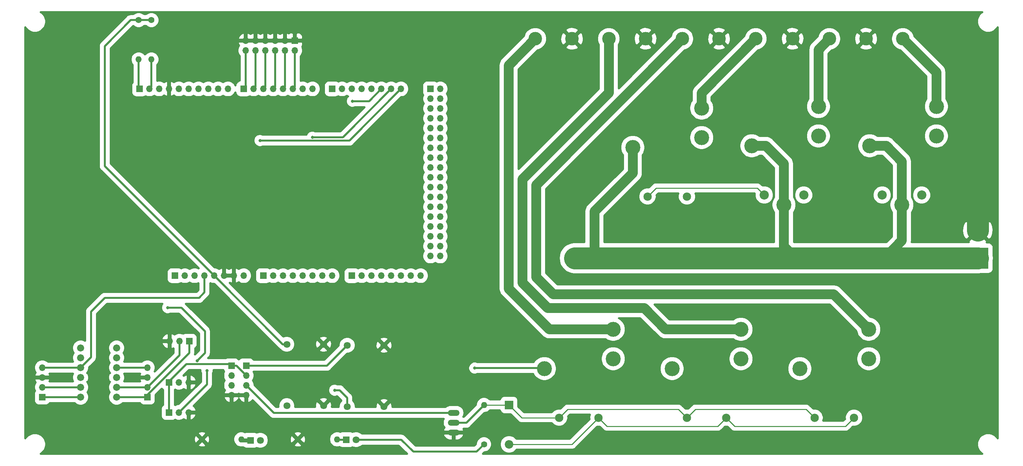
<source format=gbr>
%TF.GenerationSoftware,KiCad,Pcbnew,(5.1.7)-1*%
%TF.CreationDate,2020-10-28T15:09:14+05:30*%
%TF.ProjectId,AUVMEC2020,4155564d-4543-4323-9032-302e6b696361,rev?*%
%TF.SameCoordinates,Original*%
%TF.FileFunction,Copper,L1,Top*%
%TF.FilePolarity,Positive*%
%FSLAX46Y46*%
G04 Gerber Fmt 4.6, Leading zero omitted, Abs format (unit mm)*
G04 Created by KiCad (PCBNEW (5.1.7)-1) date 2020-10-28 15:09:14*
%MOMM*%
%LPD*%
G01*
G04 APERTURE LIST*
%TA.AperFunction,ComponentPad*%
%ADD10O,1.700000X1.700000*%
%TD*%
%TA.AperFunction,ComponentPad*%
%ADD11R,1.700000X1.700000*%
%TD*%
%TA.AperFunction,ComponentPad*%
%ADD12C,1.800000*%
%TD*%
%TA.AperFunction,ComponentPad*%
%ADD13C,1.830000*%
%TD*%
%TA.AperFunction,ComponentPad*%
%ADD14C,2.375000*%
%TD*%
%TA.AperFunction,ComponentPad*%
%ADD15C,3.875000*%
%TD*%
%TA.AperFunction,ComponentPad*%
%ADD16C,2.150000*%
%TD*%
%TA.AperFunction,ComponentPad*%
%ADD17C,3.500000*%
%TD*%
%TA.AperFunction,ComponentPad*%
%ADD18O,1.600000X1.600000*%
%TD*%
%TA.AperFunction,ComponentPad*%
%ADD19C,1.600000*%
%TD*%
%TA.AperFunction,ComponentPad*%
%ADD20R,1.800000X1.800000*%
%TD*%
%TA.AperFunction,ComponentPad*%
%ADD21O,2.200000X2.200000*%
%TD*%
%TA.AperFunction,ComponentPad*%
%ADD22R,2.200000X2.200000*%
%TD*%
%TA.AperFunction,ComponentPad*%
%ADD23R,5.516000X5.516000*%
%TD*%
%TA.AperFunction,ComponentPad*%
%ADD24C,5.516000*%
%TD*%
%TA.AperFunction,ComponentPad*%
%ADD25O,3.016000X1.508000*%
%TD*%
%TA.AperFunction,ViaPad*%
%ADD26C,2.030000*%
%TD*%
%TA.AperFunction,ViaPad*%
%ADD27C,0.800000*%
%TD*%
%TA.AperFunction,Conductor*%
%ADD28C,0.500000*%
%TD*%
%TA.AperFunction,Conductor*%
%ADD29C,0.250000*%
%TD*%
%TA.AperFunction,Conductor*%
%ADD30C,1.020000*%
%TD*%
%TA.AperFunction,Conductor*%
%ADD31C,5.700000*%
%TD*%
%TA.AperFunction,Conductor*%
%ADD32C,2.560000*%
%TD*%
%TA.AperFunction,Conductor*%
%ADD33C,0.512000*%
%TD*%
%TA.AperFunction,Conductor*%
%ADD34C,0.100000*%
%TD*%
G04 APERTURE END LIST*
D10*
%TO.P,J7,8*%
%TO.N,N/C*%
X139065000Y-117729000D03*
%TO.P,J7,7*%
%TO.N,GND*%
X136525000Y-117729000D03*
%TO.P,J7,6*%
X133985000Y-117729000D03*
%TO.P,J7,5*%
%TO.N,5V-REG*%
X131445000Y-117729000D03*
%TO.P,J7,4*%
%TO.N,3V3*%
X128905000Y-117729000D03*
%TO.P,J7,3*%
%TO.N,N/C*%
X126365000Y-117729000D03*
%TO.P,J7,2*%
X123825000Y-117729000D03*
D11*
%TO.P,J7,1*%
X121285000Y-117729000D03*
%TD*%
D12*
%TO.P,U2,2*%
%TO.N,GND*%
X159690000Y-151323000D03*
%TO.P,U2,3*%
X159690000Y-135443000D03*
%TO.P,U2,4*%
%TO.N,5V-REG*%
X150190000Y-135443000D03*
%TO.P,U2,1*%
%TO.N,VCC*%
X150190000Y-151323000D03*
%TD*%
%TO.P,U1,2*%
%TO.N,GND*%
X175311000Y-151577000D03*
%TO.P,U1,3*%
X175311000Y-135697000D03*
%TO.P,U1,4*%
%TO.N,12V-REG*%
X165811000Y-135697000D03*
%TO.P,U1,1*%
%TO.N,VCC*%
X165811000Y-151577000D03*
%TD*%
D13*
%TO.P,PCB1,1*%
%TO.N,SCL*%
X106201000Y-149098000D03*
%TO.P,PCB1,2*%
%TO.N,SDA*%
X106201000Y-146558000D03*
%TO.P,PCB1,3*%
%TO.N,GND*%
X106201000Y-144018000D03*
%TO.P,PCB1,4*%
%TO.N,5V-REG*%
X106201000Y-141478000D03*
%TO.P,PCB1,5*%
%TO.N,N/C*%
X106201000Y-138938000D03*
%TO.P,PCB1,6*%
X106201000Y-136398000D03*
%TO.P,PCB1,10*%
%TO.N,GND*%
X96901000Y-144018000D03*
%TO.P,PCB1,12*%
%TO.N,SCL-3V3*%
X96901000Y-149098000D03*
%TO.P,PCB1,11*%
%TO.N,SDA-3V3*%
X96901000Y-146558000D03*
%TO.P,PCB1,8*%
%TO.N,N/C*%
X96901000Y-138938000D03*
%TO.P,PCB1,7*%
X96901000Y-136398000D03*
%TO.P,PCB1,9*%
%TO.N,3V3*%
X96901000Y-141478000D03*
%TD*%
D14*
%TO.P,K6,5*%
%TO.N,TRIG-REL*%
X304080000Y-96880000D03*
%TO.P,K6,4*%
%TO.N,GND-REL*%
X314280000Y-96880000D03*
D15*
%TO.P,K6,3*%
%TO.N,VCC*%
X309180000Y-99410000D03*
X300880000Y-84170000D03*
%TO.P,K6,2*%
%TO.N,N/C*%
X318080000Y-81630000D03*
%TO.P,K6,1*%
%TO.N,PWR-ESC6*%
X318080000Y-74030000D03*
%TD*%
D16*
%TO.P,K2,5*%
%TO.N,TRIG-REL*%
X286600000Y-154420000D03*
%TO.P,K2,4*%
%TO.N,GND-REL*%
X296800000Y-154420000D03*
D15*
%TO.P,K2,3*%
%TO.N,VCC*%
X282800000Y-141720000D03*
%TO.P,K2,2*%
%TO.N,N/C*%
X300600000Y-139180000D03*
%TO.P,K2,1*%
%TO.N,PWR-ESC3*%
X300600000Y-131580000D03*
%TD*%
D17*
%TO.P,J2,12*%
%TO.N,GND*%
X318915000Y-56515000D03*
%TO.P,J2,11*%
%TO.N,PWR-ESC6*%
X309415000Y-56515000D03*
%TO.P,J2,10*%
%TO.N,GND*%
X299915000Y-56515000D03*
%TO.P,J2,9*%
%TO.N,PWR-ESC5*%
X290415000Y-56515000D03*
%TO.P,J2,8*%
%TO.N,GND*%
X280915000Y-56515000D03*
%TO.P,J2,7*%
%TO.N,PWR-ESC4*%
X271415000Y-56515000D03*
%TO.P,J2,6*%
%TO.N,GND*%
X261915000Y-56515000D03*
%TO.P,J2,5*%
%TO.N,PWR-ESC3*%
X252415000Y-56515000D03*
%TO.P,J2,4*%
%TO.N,GND*%
X242915000Y-56515000D03*
%TO.P,J2,3*%
%TO.N,PWR-ESC2*%
X233415000Y-56515000D03*
%TO.P,J2,2*%
%TO.N,GND*%
X223915000Y-56515000D03*
%TO.P,J2,1*%
%TO.N,PWR-ESC1*%
X214415000Y-56515000D03*
%TD*%
D18*
%TO.P,R5,2*%
%TO.N,Net-(D3-Pad1)*%
X163195000Y-160020000D03*
D19*
%TO.P,R5,1*%
%TO.N,GND*%
X153035000Y-160020000D03*
%TD*%
D18*
%TO.P,R4,2*%
%TO.N,Net-(D2-Pad1)*%
X138430000Y-160020000D03*
D19*
%TO.P,R4,1*%
%TO.N,GND*%
X128270000Y-160020000D03*
%TD*%
D10*
%TO.P,J17,4*%
%TO.N,GND*%
X135890000Y-148590000D03*
%TO.P,J17,3*%
%TO.N,RX_ECHO*%
X135890000Y-146050000D03*
%TO.P,J17,2*%
%TO.N,TX_ECHO*%
X135890000Y-143510000D03*
D11*
%TO.P,J17,1*%
%TO.N,5V-REG*%
X135890000Y-140970000D03*
%TD*%
D10*
%TO.P,J16,3*%
%TO.N,GND*%
X124815600Y-145288000D03*
%TO.P,J16,2*%
%TO.N,INT_FLOW2*%
X122275600Y-145288000D03*
D11*
%TO.P,J16,1*%
%TO.N,5V-REG*%
X119735600Y-145288000D03*
%TD*%
D10*
%TO.P,J15,3*%
%TO.N,GND*%
X124815600Y-153060400D03*
%TO.P,J15,2*%
%TO.N,INT_FLOW1*%
X122275600Y-153060400D03*
D11*
%TO.P,J15,1*%
%TO.N,5V-REG*%
X119735600Y-153060400D03*
%TD*%
D10*
%TO.P,J14,3*%
%TO.N,GND*%
X119888000Y-134620000D03*
%TO.P,J14,2*%
%TO.N,SDA*%
X122428000Y-134620000D03*
D11*
%TO.P,J14,1*%
%TO.N,SCL*%
X124968000Y-134620000D03*
%TD*%
D12*
%TO.P,D3,2*%
%TO.N,12V-REG*%
X168106001Y-160084001D03*
D20*
%TO.P,D3,1*%
%TO.N,Net-(D3-Pad1)*%
X165566001Y-160084001D03*
%TD*%
D12*
%TO.P,D2,2*%
%TO.N,5V-REG*%
X143341001Y-160249001D03*
D20*
%TO.P,D2,1*%
%TO.N,Net-(D2-Pad1)*%
X140801001Y-160249001D03*
%TD*%
D21*
%TO.P,D1,2*%
%TO.N,GND-REL*%
X207645000Y-161290000D03*
D22*
%TO.P,D1,1*%
%TO.N,TRIG-REL*%
X207645000Y-151130000D03*
%TD*%
D10*
%TO.P,J1,4*%
%TO.N,GND*%
X139700000Y-148590000D03*
%TO.P,J1,3*%
%TO.N,TRIG-KS*%
X139700000Y-146050000D03*
%TO.P,J1,2*%
%TO.N,5V-REG*%
X139700000Y-143510000D03*
D11*
%TO.P,J1,1*%
%TO.N,12V-REG*%
X139700000Y-140970000D03*
%TD*%
D16*
%TO.P,K4,5*%
%TO.N,TRIG-REL*%
X253580000Y-154420000D03*
%TO.P,K4,4*%
%TO.N,GND-REL*%
X263780000Y-154420000D03*
D15*
%TO.P,K4,3*%
%TO.N,VCC*%
X249780000Y-141720000D03*
%TO.P,K4,2*%
%TO.N,N/C*%
X267580000Y-139180000D03*
%TO.P,K4,1*%
%TO.N,PWR-ESC2*%
X267580000Y-131580000D03*
%TD*%
D16*
%TO.P,K5,5*%
%TO.N,TRIG-REL*%
X243420000Y-97270000D03*
%TO.P,K5,4*%
%TO.N,GND-REL*%
X253620000Y-97270000D03*
D15*
%TO.P,K5,3*%
%TO.N,VCC*%
X239620000Y-84570000D03*
%TO.P,K5,2*%
%TO.N,N/C*%
X257420000Y-82030000D03*
%TO.P,K5,1*%
%TO.N,PWR-ESC4*%
X257420000Y-74430000D03*
%TD*%
D14*
%TO.P,K3,5*%
%TO.N,TRIG-REL*%
X273600000Y-96880000D03*
%TO.P,K3,4*%
%TO.N,GND-REL*%
X283800000Y-96880000D03*
D15*
%TO.P,K3,3*%
%TO.N,VCC*%
X278700000Y-99410000D03*
X270400000Y-84170000D03*
%TO.P,K3,2*%
%TO.N,N/C*%
X287600000Y-81630000D03*
%TO.P,K3,1*%
%TO.N,PWR-ESC5*%
X287600000Y-74030000D03*
%TD*%
D16*
%TO.P,K1,5*%
%TO.N,TRIG-REL*%
X220560000Y-154420000D03*
%TO.P,K1,4*%
%TO.N,GND-REL*%
X230760000Y-154420000D03*
D15*
%TO.P,K1,3*%
%TO.N,VCC*%
X216760000Y-141720000D03*
%TO.P,K1,2*%
%TO.N,N/C*%
X234560000Y-139180000D03*
%TO.P,K1,1*%
%TO.N,PWR-ESC1*%
X234560000Y-131580000D03*
%TD*%
D11*
%TO.P,J3,1*%
%TO.N,SCL*%
X114173000Y-149098000D03*
D10*
%TO.P,J3,2*%
%TO.N,SDA*%
X114173000Y-146558000D03*
%TO.P,J3,3*%
%TO.N,GND*%
X114173000Y-144018000D03*
%TO.P,J3,4*%
%TO.N,5V-REG*%
X114173000Y-141478000D03*
%TD*%
%TO.P,J4,4*%
%TO.N,3V3*%
X86995000Y-141478000D03*
%TO.P,J4,3*%
%TO.N,GND*%
X86995000Y-144018000D03*
%TO.P,J4,2*%
%TO.N,SDA-3V3*%
X86995000Y-146558000D03*
D11*
%TO.P,J4,1*%
%TO.N,SCL-3V3*%
X86995000Y-149098000D03*
%TD*%
D23*
%TO.P,J5,1*%
%TO.N,VCC*%
X328803000Y-113201000D03*
D24*
%TO.P,J5,2*%
%TO.N,GND*%
X328803000Y-106001000D03*
%TD*%
D11*
%TO.P,J6,1*%
%TO.N,GND*%
X152273000Y-57023000D03*
D10*
%TO.P,J6,2*%
%TO.N,CS1*%
X152273000Y-59563000D03*
%TO.P,J6,3*%
%TO.N,GND*%
X149733000Y-57023000D03*
%TO.P,J6,4*%
%TO.N,CS2*%
X149733000Y-59563000D03*
%TO.P,J6,5*%
%TO.N,GND*%
X147193000Y-57023000D03*
%TO.P,J6,6*%
%TO.N,CS3*%
X147193000Y-59563000D03*
%TO.P,J6,7*%
%TO.N,GND*%
X144653000Y-57023000D03*
%TO.P,J6,8*%
%TO.N,CS4*%
X144653000Y-59563000D03*
%TO.P,J6,9*%
%TO.N,GND*%
X142113000Y-57023000D03*
%TO.P,J6,10*%
%TO.N,CS5*%
X142113000Y-59563000D03*
%TO.P,J6,11*%
%TO.N,GND*%
X139573000Y-57023000D03*
%TO.P,J6,12*%
%TO.N,CS6*%
X139573000Y-59563000D03*
%TD*%
D11*
%TO.P,J8,1*%
%TO.N,N/C*%
X144145000Y-117729000D03*
D10*
%TO.P,J8,2*%
X146685000Y-117729000D03*
%TO.P,J8,3*%
X149225000Y-117729000D03*
%TO.P,J8,4*%
X151765000Y-117729000D03*
%TO.P,J8,5*%
X154305000Y-117729000D03*
%TO.P,J8,6*%
X156845000Y-117729000D03*
%TO.P,J8,7*%
X159385000Y-117729000D03*
%TO.P,J8,8*%
X161925000Y-117729000D03*
%TD*%
%TO.P,J9,8*%
%TO.N,N/C*%
X184785000Y-117729000D03*
%TO.P,J9,7*%
X182245000Y-117729000D03*
%TO.P,J9,6*%
X179705000Y-117729000D03*
%TO.P,J9,5*%
X177165000Y-117729000D03*
%TO.P,J9,4*%
X174625000Y-117729000D03*
%TO.P,J9,3*%
X172085000Y-117729000D03*
%TO.P,J9,2*%
X169545000Y-117729000D03*
D11*
%TO.P,J9,1*%
X167005000Y-117729000D03*
%TD*%
%TO.P,J10,1*%
%TO.N,N/C*%
X187325000Y-69469000D03*
D10*
%TO.P,J10,2*%
X189865000Y-69469000D03*
%TO.P,J10,3*%
X187325000Y-72009000D03*
%TO.P,J10,4*%
X189865000Y-72009000D03*
%TO.P,J10,5*%
X187325000Y-74549000D03*
%TO.P,J10,6*%
X189865000Y-74549000D03*
%TO.P,J10,7*%
X187325000Y-77089000D03*
%TO.P,J10,8*%
X189865000Y-77089000D03*
%TO.P,J10,9*%
X187325000Y-79629000D03*
%TO.P,J10,10*%
X189865000Y-79629000D03*
%TO.P,J10,11*%
X187325000Y-82169000D03*
%TO.P,J10,12*%
X189865000Y-82169000D03*
%TO.P,J10,13*%
X187325000Y-84709000D03*
%TO.P,J10,14*%
X189865000Y-84709000D03*
%TO.P,J10,15*%
X187325000Y-87249000D03*
%TO.P,J10,16*%
X189865000Y-87249000D03*
%TO.P,J10,17*%
X187325000Y-89789000D03*
%TO.P,J10,18*%
X189865000Y-89789000D03*
%TO.P,J10,19*%
X187325000Y-92329000D03*
%TO.P,J10,20*%
X189865000Y-92329000D03*
%TO.P,J10,21*%
X187325000Y-94869000D03*
%TO.P,J10,22*%
X189865000Y-94869000D03*
%TO.P,J10,23*%
X187325000Y-97409000D03*
%TO.P,J10,24*%
X189865000Y-97409000D03*
%TO.P,J10,25*%
X187325000Y-99949000D03*
%TO.P,J10,26*%
X189865000Y-99949000D03*
%TO.P,J10,27*%
X187325000Y-102489000D03*
%TO.P,J10,28*%
X189865000Y-102489000D03*
%TO.P,J10,29*%
X187325000Y-105029000D03*
%TO.P,J10,30*%
X189865000Y-105029000D03*
%TO.P,J10,31*%
X187325000Y-107569000D03*
%TO.P,J10,32*%
X189865000Y-107569000D03*
%TO.P,J10,33*%
X187325000Y-110109000D03*
%TO.P,J10,34*%
X189865000Y-110109000D03*
%TO.P,J10,35*%
X187325000Y-112649000D03*
%TO.P,J10,36*%
X189865000Y-112649000D03*
%TD*%
%TO.P,J11,10*%
%TO.N,N/C*%
X135001000Y-69469000D03*
%TO.P,J11,9*%
X132461000Y-69469000D03*
%TO.P,J11,8*%
X129921000Y-69469000D03*
%TO.P,J11,7*%
X127381000Y-69469000D03*
%TO.P,J11,6*%
X124841000Y-69469000D03*
%TO.P,J11,5*%
X122301000Y-69469000D03*
%TO.P,J11,4*%
%TO.N,GND*%
X119761000Y-69469000D03*
%TO.P,J11,3*%
%TO.N,N/C*%
X117221000Y-69469000D03*
%TO.P,J11,2*%
%TO.N,SDA*%
X114681000Y-69469000D03*
D11*
%TO.P,J11,1*%
%TO.N,SCL*%
X112141000Y-69469000D03*
%TD*%
%TO.P,J12,1*%
%TO.N,CS6*%
X139065000Y-69469000D03*
D10*
%TO.P,J12,2*%
%TO.N,CS5*%
X141605000Y-69469000D03*
%TO.P,J12,3*%
%TO.N,CS4*%
X144145000Y-69469000D03*
%TO.P,J12,4*%
%TO.N,CS3*%
X146685000Y-69469000D03*
%TO.P,J12,5*%
%TO.N,CS2*%
X149225000Y-69469000D03*
%TO.P,J12,6*%
%TO.N,CS1*%
X151765000Y-69469000D03*
%TO.P,J12,7*%
%TO.N,N/C*%
X154305000Y-69469000D03*
%TO.P,J12,8*%
X156845000Y-69469000D03*
%TD*%
%TO.P,J13,8*%
%TO.N,INT_FLOW2*%
X179705000Y-69469000D03*
%TO.P,J13,7*%
%TO.N,INT_FLOW1*%
X177165000Y-69469000D03*
%TO.P,J13,6*%
%TO.N,RX_ECHO*%
X174625000Y-69469000D03*
%TO.P,J13,5*%
%TO.N,TX_ECHO*%
X172085000Y-69469000D03*
%TO.P,J13,4*%
%TO.N,N/C*%
X169545000Y-69469000D03*
%TO.P,J13,3*%
X167005000Y-69469000D03*
%TO.P,J13,2*%
X164465000Y-69469000D03*
D11*
%TO.P,J13,1*%
X161925000Y-69469000D03*
%TD*%
D18*
%TO.P,R1,2*%
%TO.N,TRIG-REL*%
X201168000Y-151130000D03*
D19*
%TO.P,R1,1*%
%TO.N,12V-REG*%
X201168000Y-161290000D03*
%TD*%
%TO.P,R2,1*%
%TO.N,5V-REG*%
X111887000Y-51689000D03*
D18*
%TO.P,R2,2*%
%TO.N,SCL*%
X111887000Y-61849000D03*
%TD*%
D19*
%TO.P,R3,1*%
%TO.N,5V-REG*%
X115189000Y-51689000D03*
D18*
%TO.P,R3,2*%
%TO.N,SDA*%
X115189000Y-61849000D03*
%TD*%
D25*
%TO.P,U3,3*%
%TO.N,GND*%
X193294000Y-158242000D03*
%TO.P,U3,2*%
%TO.N,TRIG-REL*%
X193294000Y-155702000D03*
%TO.P,U3,1*%
%TO.N,TRIG-KS*%
X193294000Y-153162000D03*
%TD*%
D26*
%TO.N,GND*%
X320675000Y-104775000D03*
X317500000Y-104775000D03*
X317500000Y-101600000D03*
X320675000Y-101600000D03*
X320675000Y-97790000D03*
X320675000Y-94615000D03*
X324485000Y-94615000D03*
X324485000Y-97790000D03*
X320675000Y-90805000D03*
X324485000Y-90805000D03*
X242570000Y-105410000D03*
X250825000Y-105410000D03*
X258445000Y-105410000D03*
X271780000Y-105410000D03*
X285115000Y-105410000D03*
X295275000Y-105410000D03*
X306070000Y-120650000D03*
X317500000Y-120650000D03*
X320040000Y-120650000D03*
X322580000Y-120650000D03*
X219075000Y-62230000D03*
X223520000Y-62230000D03*
X239395000Y-62230000D03*
X253365000Y-62230000D03*
X257175000Y-62230000D03*
X273050000Y-62230000D03*
X276860000Y-62230000D03*
X280670000Y-62230000D03*
X294640000Y-62230000D03*
X298450000Y-62230000D03*
X302260000Y-62230000D03*
X306070000Y-62230000D03*
D27*
X156845000Y-56515000D03*
X158750000Y-56515000D03*
X156845000Y-58420000D03*
X158750000Y-58420000D03*
X86995000Y-137160000D03*
X88900000Y-137160000D03*
X86995000Y-135255000D03*
X88900000Y-135255000D03*
X106680000Y-155575000D03*
X108585000Y-155575000D03*
X106680000Y-157480000D03*
X108585000Y-157480000D03*
X184150000Y-125095000D03*
X186690000Y-125095000D03*
X184150000Y-127635000D03*
X186690000Y-127635000D03*
X189230000Y-125095000D03*
X189230000Y-127635000D03*
D26*
X315595000Y-146685000D03*
X319405000Y-146685000D03*
X315595000Y-142875000D03*
X319405000Y-142875000D03*
X210185000Y-132715000D03*
X210185000Y-135890000D03*
X320675000Y-86995000D03*
X317500000Y-86995000D03*
X317500000Y-90805000D03*
X240030000Y-77470000D03*
X244475000Y-77470000D03*
X270510000Y-77470000D03*
X274955000Y-77470000D03*
X300990000Y-77470000D03*
X305435000Y-77470000D03*
X242570000Y-138430000D03*
X242570000Y-142240000D03*
X222885000Y-139065000D03*
X222885000Y-142875000D03*
X288925000Y-139065000D03*
X288925000Y-142875000D03*
D27*
X109474000Y-144018000D03*
X110998000Y-144018000D03*
X90678000Y-144018000D03*
X92710000Y-144018000D03*
X122428000Y-148336000D03*
X184404000Y-156464000D03*
X186436000Y-156464000D03*
X220472000Y-157480000D03*
X222504000Y-157480000D03*
X230124000Y-161036000D03*
X232156000Y-161036000D03*
D26*
%TO.N,VCC*%
X317500000Y-114935000D03*
X317500000Y-111760000D03*
X320040000Y-114935000D03*
X320040000Y-111760000D03*
X322580000Y-114935000D03*
X322580000Y-111760000D03*
X306070000Y-114935000D03*
X306070000Y-111760000D03*
X295275000Y-114935000D03*
X295275000Y-111760000D03*
X285115000Y-114935000D03*
X285115000Y-111760000D03*
X271780000Y-114935000D03*
X271780000Y-111760000D03*
X258445000Y-114935000D03*
X258445000Y-111760000D03*
X250825000Y-114935000D03*
X250825000Y-111760000D03*
X242570000Y-114935000D03*
X242570000Y-111760000D03*
X233045000Y-114935000D03*
X233045000Y-111760000D03*
X229870000Y-114935000D03*
X229870000Y-111760000D03*
X226695000Y-114755000D03*
X226695000Y-111760000D03*
D27*
X198755000Y-141605000D03*
X162560000Y-147320000D03*
%TO.N,RX_ECHO*%
X167132000Y-72644000D03*
%TO.N,INT_FLOW1*%
X129540000Y-142240000D03*
X156806001Y-81953999D03*
%TO.N,INT_FLOW2*%
X127000000Y-139700000D03*
X119380000Y-125984000D03*
X143256000Y-82804000D03*
%TD*%
D28*
%TO.N,TRIG-REL*%
X196596000Y-155702000D02*
X201168000Y-151130000D01*
X193294000Y-155702000D02*
X196596000Y-155702000D01*
D29*
X255780001Y-152219999D02*
X253580000Y-154420000D01*
X284399999Y-152219999D02*
X255780001Y-152219999D01*
X286600000Y-154420000D02*
X284399999Y-152219999D01*
X222760001Y-152219999D02*
X220560000Y-154420000D01*
X251379999Y-152219999D02*
X222760001Y-152219999D01*
X253580000Y-154420000D02*
X251379999Y-152219999D01*
X207645000Y-151130000D02*
X201168000Y-151130000D01*
X210935000Y-154420000D02*
X207645000Y-151130000D01*
X220560000Y-154420000D02*
X210935000Y-154420000D01*
X271789999Y-95069999D02*
X273600000Y-96880000D01*
X245620001Y-95069999D02*
X271789999Y-95069999D01*
X243420000Y-97270000D02*
X245620001Y-95069999D01*
%TO.N,GND-REL*%
X223890000Y-161290000D02*
X230760000Y-154420000D01*
X207645000Y-161290000D02*
X223890000Y-161290000D01*
X261579999Y-156620001D02*
X263780000Y-154420000D01*
X232960001Y-156620001D02*
X261579999Y-156620001D01*
X230760000Y-154420000D02*
X232960001Y-156620001D01*
X294599999Y-156620001D02*
X296800000Y-154420000D01*
X265980001Y-156620001D02*
X294599999Y-156620001D01*
X263780000Y-154420000D02*
X265980001Y-156620001D01*
D28*
%TO.N,12V-REG*%
X168106001Y-160084001D02*
X179769001Y-160084001D01*
X179769001Y-160084001D02*
X182880000Y-163195000D01*
X199263000Y-163195000D02*
X201168000Y-161290000D01*
X182880000Y-163195000D02*
X199263000Y-163195000D01*
X160538000Y-140970000D02*
X165811000Y-135697000D01*
X139700000Y-140970000D02*
X160538000Y-140970000D01*
%TO.N,5V-REG*%
X111887000Y-51689000D02*
X115189000Y-51689000D01*
X103124000Y-89408000D02*
X130950018Y-117234018D01*
X103124000Y-58420000D02*
X103124000Y-89408000D01*
X109855000Y-51689000D02*
X103124000Y-58420000D01*
X111887000Y-51689000D02*
X109855000Y-51689000D01*
X149159000Y-135443000D02*
X150190000Y-135443000D01*
X131445000Y-117729000D02*
X149159000Y-135443000D01*
X119735600Y-145288000D02*
X119735600Y-153060400D01*
X119735600Y-145288000D02*
X119735600Y-145059400D01*
X135470001Y-140550001D02*
X135890000Y-140970000D01*
X124244999Y-140550001D02*
X135470001Y-140550001D01*
X119735600Y-145059400D02*
X124244999Y-140550001D01*
X137160000Y-140970000D02*
X139700000Y-143510000D01*
X135890000Y-140970000D02*
X137160000Y-140970000D01*
X114173000Y-141478000D02*
X106201000Y-141478000D01*
%TO.N,TRIG-KS*%
X146812000Y-153162000D02*
X139700000Y-146050000D01*
X193294000Y-153162000D02*
X146812000Y-153162000D01*
D30*
%TO.N,GND*%
X175631000Y-151257000D02*
X175311000Y-151577000D01*
D31*
X328803000Y-66403000D02*
X328803000Y-106001000D01*
X318915000Y-56515000D02*
X328803000Y-66403000D01*
D32*
%TO.N,PWR-ESC1*%
X234560000Y-131580000D02*
X218030772Y-131580000D01*
X218030772Y-131580000D02*
X207509981Y-121059207D01*
X207509981Y-63420019D02*
X214415000Y-56515000D01*
X207509981Y-121059207D02*
X207509981Y-63420019D01*
%TO.N,PWR-ESC2*%
X267580000Y-131580000D02*
X248034990Y-131580000D01*
X242570000Y-126115010D02*
X217600395Y-126115009D01*
X248034990Y-131580000D02*
X242570000Y-126115010D01*
X211069990Y-119584604D02*
X211069991Y-92825395D01*
X217600395Y-126115009D02*
X211069990Y-119584604D01*
X233415000Y-70480386D02*
X233415000Y-56515000D01*
X211069991Y-92825395D02*
X233415000Y-70480386D01*
%TO.N,PWR-ESC3*%
X300600000Y-131580000D02*
X291575000Y-122555000D01*
X291575000Y-122555000D02*
X219075000Y-122555000D01*
X219075000Y-122555000D02*
X214630000Y-118110000D01*
X214630000Y-94300000D02*
X252415000Y-56515000D01*
X214630000Y-118110000D02*
X214630000Y-94300000D01*
%TO.N,PWR-ESC4*%
X257420000Y-70510000D02*
X271415000Y-56515000D01*
X257420000Y-74430000D02*
X257420000Y-70510000D01*
%TO.N,PWR-ESC5*%
X287600000Y-59330000D02*
X290415000Y-56515000D01*
X287600000Y-74030000D02*
X287600000Y-59330000D01*
%TO.N,PWR-ESC6*%
X318080000Y-65180000D02*
X309415000Y-56515000D01*
X318080000Y-74030000D02*
X318080000Y-65180000D01*
D28*
%TO.N,SCL*%
X106201000Y-149098000D02*
X114173000Y-149098000D01*
X114173000Y-148482002D02*
X114173000Y-149098000D01*
X124968000Y-137687002D02*
X114173000Y-148482002D01*
X124968000Y-134620000D02*
X124968000Y-137687002D01*
X111887000Y-69215000D02*
X112141000Y-69469000D01*
X111887000Y-61849000D02*
X111887000Y-69215000D01*
%TO.N,SDA*%
X114173000Y-146558000D02*
X106201000Y-146558000D01*
X122428000Y-138303000D02*
X114173000Y-146558000D01*
X122428000Y-134620000D02*
X122428000Y-138303000D01*
X115189000Y-68961000D02*
X114681000Y-69469000D01*
X115189000Y-61849000D02*
X115189000Y-68961000D01*
%TO.N,3V3*%
X86995000Y-141478000D02*
X96901000Y-141478000D01*
X99568000Y-138811000D02*
X96901000Y-141478000D01*
X99568000Y-127000000D02*
X99568000Y-138811000D01*
X103124000Y-123444000D02*
X99568000Y-127000000D01*
X127508000Y-123444000D02*
X103124000Y-123444000D01*
X128905000Y-122047000D02*
X127508000Y-123444000D01*
X128905000Y-117729000D02*
X128905000Y-122047000D01*
%TO.N,SDA-3V3*%
X86995000Y-146558000D02*
X96901000Y-146558000D01*
%TO.N,SCL-3V3*%
X96901000Y-149098000D02*
X86995000Y-149098000D01*
D32*
%TO.N,VCC*%
X229699000Y-101136000D02*
X229699000Y-113201000D01*
X239620000Y-91215000D02*
X229699000Y-101136000D01*
X239620000Y-84570000D02*
X239620000Y-91215000D01*
D31*
X229699000Y-113201000D02*
X224619000Y-113201000D01*
D32*
X278700000Y-110132000D02*
X281769000Y-113201000D01*
X278700000Y-99410000D02*
X278700000Y-110132000D01*
D31*
X281769000Y-113201000D02*
X229699000Y-113201000D01*
D32*
X309180000Y-108650000D02*
X304629000Y-113201000D01*
X309180000Y-99410000D02*
X309180000Y-108650000D01*
D31*
X304629000Y-113201000D02*
X281769000Y-113201000D01*
X328803000Y-113201000D02*
X304629000Y-113201000D01*
D32*
X270400000Y-84170000D02*
X274035000Y-84170000D01*
X278700000Y-88835000D02*
X278700000Y-99410000D01*
X274035000Y-84170000D02*
X278700000Y-88835000D01*
X300880000Y-84170000D02*
X305150000Y-84170000D01*
X309180000Y-88200000D02*
X309180000Y-99410000D01*
X305150000Y-84170000D02*
X309180000Y-88200000D01*
D28*
X216645000Y-141605000D02*
X216760000Y-141720000D01*
X198755000Y-141605000D02*
X216645000Y-141605000D01*
X162560000Y-147320000D02*
X163830000Y-147320000D01*
X165811000Y-149301000D02*
X165811000Y-151577000D01*
X163830000Y-147320000D02*
X165811000Y-149301000D01*
%TO.N,CS1*%
X152273000Y-68961000D02*
X151765000Y-69469000D01*
X152273000Y-59563000D02*
X152273000Y-68961000D01*
%TO.N,CS2*%
X149733000Y-68961000D02*
X149225000Y-69469000D01*
X149733000Y-59563000D02*
X149733000Y-68961000D01*
%TO.N,CS3*%
X147193000Y-68961000D02*
X146685000Y-69469000D01*
X147193000Y-59563000D02*
X147193000Y-68961000D01*
%TO.N,CS4*%
X144653000Y-68961000D02*
X144145000Y-69469000D01*
X144653000Y-59563000D02*
X144653000Y-68961000D01*
%TO.N,CS5*%
X142113000Y-68961000D02*
X141605000Y-69469000D01*
X142113000Y-59563000D02*
X142113000Y-68961000D01*
%TO.N,CS6*%
X139573000Y-68961000D02*
X139065000Y-69469000D01*
X139573000Y-59563000D02*
X139573000Y-68961000D01*
D30*
%TO.N,Net-(D2-Pad1)*%
X138659001Y-160249001D02*
X138430000Y-160020000D01*
X140801001Y-160249001D02*
X138659001Y-160249001D01*
D28*
%TO.N,Net-(D3-Pad1)*%
X163259001Y-160084001D02*
X163195000Y-160020000D01*
X165566001Y-160084001D02*
X163259001Y-160084001D01*
%TO.N,RX_ECHO*%
X171450000Y-72644000D02*
X174625000Y-69469000D01*
X167132000Y-72644000D02*
X171450000Y-72644000D01*
%TO.N,INT_FLOW1*%
X122275600Y-153060400D02*
X129540000Y-145796000D01*
X129540000Y-145796000D02*
X129540000Y-142240000D01*
X164680001Y-81953999D02*
X177165000Y-69469000D01*
X156806001Y-81953999D02*
X164680001Y-81953999D01*
%TO.N,INT_FLOW2*%
X127000000Y-139700000D02*
X129032000Y-137668000D01*
X129032000Y-132080000D02*
X122936000Y-125984000D01*
X129032000Y-137668000D02*
X129032000Y-132080000D01*
X122936000Y-125984000D02*
X119380000Y-125984000D01*
X166370000Y-82804000D02*
X179705000Y-69469000D01*
X143256000Y-82804000D02*
X166370000Y-82804000D01*
%TD*%
D33*
%TO.N,GND*%
X329634107Y-49832958D02*
X329232958Y-50234107D01*
X328917777Y-50705808D01*
X328700677Y-51229935D01*
X328590000Y-51786345D01*
X328590000Y-52353655D01*
X328700677Y-52910065D01*
X328917777Y-53434192D01*
X329232958Y-53905893D01*
X329634107Y-54307042D01*
X330105808Y-54622223D01*
X330629935Y-54839323D01*
X331186345Y-54950000D01*
X331753655Y-54950000D01*
X332310065Y-54839323D01*
X332834192Y-54622223D01*
X333305893Y-54307042D01*
X333707042Y-53905893D01*
X333950000Y-53542281D01*
X333950001Y-159817720D01*
X333707042Y-159454107D01*
X333305893Y-159052958D01*
X332834192Y-158737777D01*
X332310065Y-158520677D01*
X331753655Y-158410000D01*
X331186345Y-158410000D01*
X330629935Y-158520677D01*
X330105808Y-158737777D01*
X329634107Y-159052958D01*
X329232958Y-159454107D01*
X328917777Y-159925808D01*
X328700677Y-160449935D01*
X328590000Y-161006345D01*
X328590000Y-161573655D01*
X328700677Y-162130065D01*
X328917777Y-162654192D01*
X329232958Y-163125893D01*
X329634107Y-163527042D01*
X329997719Y-163770000D01*
X200851746Y-163770000D01*
X201251746Y-163370000D01*
X201372862Y-163370000D01*
X201774714Y-163290067D01*
X202153249Y-163133272D01*
X202493923Y-162905641D01*
X202783641Y-162615923D01*
X203011272Y-162275249D01*
X203168067Y-161896714D01*
X203248000Y-161494862D01*
X203248000Y-161085138D01*
X203168067Y-160683286D01*
X203011272Y-160304751D01*
X202783641Y-159964077D01*
X202493923Y-159674359D01*
X202153249Y-159446728D01*
X201774714Y-159289933D01*
X201372862Y-159210000D01*
X200963138Y-159210000D01*
X200561286Y-159289933D01*
X200182751Y-159446728D01*
X199842077Y-159674359D01*
X199552359Y-159964077D01*
X199324728Y-160304751D01*
X199167933Y-160683286D01*
X199088000Y-161085138D01*
X199088000Y-161206254D01*
X198629254Y-161665000D01*
X183513747Y-161665000D01*
X180904026Y-159055280D01*
X180856109Y-158996893D01*
X180628996Y-158810506D01*
X190587064Y-158810506D01*
X190706565Y-159159174D01*
X190920726Y-159499236D01*
X191197114Y-159790983D01*
X191525109Y-160023204D01*
X191892105Y-160186974D01*
X192284000Y-160276000D01*
X193038000Y-160276000D01*
X193038000Y-158498000D01*
X193550000Y-158498000D01*
X193550000Y-160276000D01*
X194304000Y-160276000D01*
X194695895Y-160186974D01*
X195062891Y-160023204D01*
X195390886Y-159790983D01*
X195667274Y-159499236D01*
X195881435Y-159159174D01*
X196000936Y-158810506D01*
X195742774Y-158498000D01*
X193550000Y-158498000D01*
X193038000Y-158498000D01*
X190845226Y-158498000D01*
X190587064Y-158810506D01*
X180628996Y-158810506D01*
X180623136Y-158805697D01*
X180357340Y-158663626D01*
X180068933Y-158576139D01*
X179844164Y-158554001D01*
X179844157Y-158554001D01*
X179769001Y-158546599D01*
X179693845Y-158554001D01*
X169658987Y-158554001D01*
X169495670Y-158390684D01*
X169138618Y-158152110D01*
X168741884Y-157987777D01*
X168320712Y-157904001D01*
X167891290Y-157904001D01*
X167470118Y-157987777D01*
X167173341Y-158110706D01*
X166958206Y-157995714D01*
X166716925Y-157922522D01*
X166466001Y-157897808D01*
X164666001Y-157897808D01*
X164415077Y-157922522D01*
X164173796Y-157995714D01*
X163985816Y-158096191D01*
X163801714Y-158019933D01*
X163399862Y-157940000D01*
X162990138Y-157940000D01*
X162588286Y-158019933D01*
X162209751Y-158176728D01*
X161869077Y-158404359D01*
X161579359Y-158694077D01*
X161351728Y-159034751D01*
X161194933Y-159413286D01*
X161115000Y-159815138D01*
X161115000Y-160224862D01*
X161194933Y-160626714D01*
X161351728Y-161005249D01*
X161579359Y-161345923D01*
X161869077Y-161635641D01*
X162209751Y-161863272D01*
X162588286Y-162020067D01*
X162990138Y-162100000D01*
X163399862Y-162100000D01*
X163801714Y-162020067D01*
X163874194Y-161990045D01*
X163951430Y-162053431D01*
X164173796Y-162172288D01*
X164415077Y-162245480D01*
X164666001Y-162270194D01*
X166466001Y-162270194D01*
X166716925Y-162245480D01*
X166958206Y-162172288D01*
X167173341Y-162057296D01*
X167470118Y-162180225D01*
X167891290Y-162264001D01*
X168320712Y-162264001D01*
X168741884Y-162180225D01*
X169138618Y-162015892D01*
X169495670Y-161777318D01*
X169658987Y-161614001D01*
X179135255Y-161614001D01*
X181291253Y-163770000D01*
X86562281Y-163770000D01*
X86925893Y-163527042D01*
X87327042Y-163125893D01*
X87642223Y-162654192D01*
X87859323Y-162130065D01*
X87970000Y-161573655D01*
X87970000Y-161439484D01*
X127212554Y-161439484D01*
X127257849Y-161848638D01*
X127634047Y-162010962D01*
X128034685Y-162096774D01*
X128444365Y-162102777D01*
X128847343Y-162028740D01*
X129228136Y-161877508D01*
X129282151Y-161848638D01*
X129327446Y-161439484D01*
X128270000Y-160382039D01*
X127212554Y-161439484D01*
X87970000Y-161439484D01*
X87970000Y-161006345D01*
X87859323Y-160449935D01*
X87753463Y-160194365D01*
X126187223Y-160194365D01*
X126261260Y-160597343D01*
X126412492Y-160978136D01*
X126441362Y-161032151D01*
X126850516Y-161077446D01*
X127907961Y-160020000D01*
X128632039Y-160020000D01*
X129689484Y-161077446D01*
X130098638Y-161032151D01*
X130260962Y-160655953D01*
X130346774Y-160255315D01*
X130352777Y-159845635D01*
X130347174Y-159815138D01*
X136350000Y-159815138D01*
X136350000Y-160224862D01*
X136429933Y-160626714D01*
X136586728Y-161005249D01*
X136814359Y-161345923D01*
X137104077Y-161635641D01*
X137444751Y-161863272D01*
X137823286Y-162020067D01*
X138225138Y-162100000D01*
X138634862Y-162100000D01*
X138941526Y-162039001D01*
X138975541Y-162039001D01*
X138991525Y-162058477D01*
X139186430Y-162218431D01*
X139408796Y-162337288D01*
X139650077Y-162410480D01*
X139901001Y-162435194D01*
X141701001Y-162435194D01*
X141951925Y-162410480D01*
X142193206Y-162337288D01*
X142408341Y-162222296D01*
X142705118Y-162345225D01*
X143126290Y-162429001D01*
X143555712Y-162429001D01*
X143976884Y-162345225D01*
X144373618Y-162180892D01*
X144730670Y-161942318D01*
X145034318Y-161638670D01*
X145167409Y-161439484D01*
X151977554Y-161439484D01*
X152022849Y-161848638D01*
X152399047Y-162010962D01*
X152799685Y-162096774D01*
X153209365Y-162102777D01*
X153612343Y-162028740D01*
X153993136Y-161877508D01*
X154047151Y-161848638D01*
X154092446Y-161439484D01*
X153035000Y-160382039D01*
X151977554Y-161439484D01*
X145167409Y-161439484D01*
X145272892Y-161281618D01*
X145437225Y-160884884D01*
X145521001Y-160463712D01*
X145521001Y-160194365D01*
X150952223Y-160194365D01*
X151026260Y-160597343D01*
X151177492Y-160978136D01*
X151206362Y-161032151D01*
X151615516Y-161077446D01*
X152672961Y-160020000D01*
X153397039Y-160020000D01*
X154454484Y-161077446D01*
X154863638Y-161032151D01*
X155025962Y-160655953D01*
X155111774Y-160255315D01*
X155117777Y-159845635D01*
X155043740Y-159442657D01*
X154892508Y-159061864D01*
X154863638Y-159007849D01*
X154454484Y-158962554D01*
X153397039Y-160020000D01*
X152672961Y-160020000D01*
X151615516Y-158962554D01*
X151206362Y-159007849D01*
X151044038Y-159384047D01*
X150958226Y-159784685D01*
X150952223Y-160194365D01*
X145521001Y-160194365D01*
X145521001Y-160034290D01*
X145437225Y-159613118D01*
X145272892Y-159216384D01*
X145034318Y-158859332D01*
X144775502Y-158600516D01*
X151977554Y-158600516D01*
X153035000Y-159657961D01*
X154092446Y-158600516D01*
X154047151Y-158191362D01*
X153670953Y-158029038D01*
X153270315Y-157943226D01*
X152860635Y-157937223D01*
X152457657Y-158011260D01*
X152076864Y-158162492D01*
X152022849Y-158191362D01*
X151977554Y-158600516D01*
X144775502Y-158600516D01*
X144730670Y-158555684D01*
X144373618Y-158317110D01*
X143976884Y-158152777D01*
X143555712Y-158069001D01*
X143126290Y-158069001D01*
X142705118Y-158152777D01*
X142408341Y-158275706D01*
X142193206Y-158160714D01*
X141951925Y-158087522D01*
X141701001Y-158062808D01*
X139901001Y-158062808D01*
X139650077Y-158087522D01*
X139408796Y-158160714D01*
X139394734Y-158168230D01*
X139036714Y-158019933D01*
X138634862Y-157940000D01*
X138225138Y-157940000D01*
X137823286Y-158019933D01*
X137444751Y-158176728D01*
X137104077Y-158404359D01*
X136814359Y-158694077D01*
X136586728Y-159034751D01*
X136429933Y-159413286D01*
X136350000Y-159815138D01*
X130347174Y-159815138D01*
X130278740Y-159442657D01*
X130127508Y-159061864D01*
X130098638Y-159007849D01*
X129689484Y-158962554D01*
X128632039Y-160020000D01*
X127907961Y-160020000D01*
X126850516Y-158962554D01*
X126441362Y-159007849D01*
X126279038Y-159384047D01*
X126193226Y-159784685D01*
X126187223Y-160194365D01*
X87753463Y-160194365D01*
X87642223Y-159925808D01*
X87327042Y-159454107D01*
X86925893Y-159052958D01*
X86454192Y-158737777D01*
X86122814Y-158600516D01*
X127212554Y-158600516D01*
X128270000Y-159657961D01*
X129327446Y-158600516D01*
X129282151Y-158191362D01*
X128905953Y-158029038D01*
X128505315Y-157943226D01*
X128095635Y-157937223D01*
X127692657Y-158011260D01*
X127311864Y-158162492D01*
X127257849Y-158191362D01*
X127212554Y-158600516D01*
X86122814Y-158600516D01*
X85930065Y-158520677D01*
X85373655Y-158410000D01*
X84806345Y-158410000D01*
X84249935Y-158520677D01*
X83725808Y-158737777D01*
X83254107Y-159052958D01*
X82852958Y-159454107D01*
X82610000Y-159817719D01*
X82610000Y-148248000D01*
X84858807Y-148248000D01*
X84858807Y-149948000D01*
X84883521Y-150198924D01*
X84956713Y-150440205D01*
X85075570Y-150662571D01*
X85235524Y-150857476D01*
X85430429Y-151017430D01*
X85652795Y-151136287D01*
X85894076Y-151209479D01*
X86145000Y-151234193D01*
X87845000Y-151234193D01*
X88095924Y-151209479D01*
X88337205Y-151136287D01*
X88559571Y-151017430D01*
X88754476Y-150857476D01*
X88914430Y-150662571D01*
X88932909Y-150628000D01*
X95326801Y-150628000D01*
X95501769Y-150802968D01*
X95861277Y-151043184D01*
X96260742Y-151208648D01*
X96684811Y-151293000D01*
X97117189Y-151293000D01*
X97541258Y-151208648D01*
X97940723Y-151043184D01*
X98300231Y-150802968D01*
X98605968Y-150497231D01*
X98846184Y-150137723D01*
X99011648Y-149738258D01*
X99096000Y-149314189D01*
X99096000Y-148881811D01*
X99011648Y-148457742D01*
X98846184Y-148058277D01*
X98692318Y-147828000D01*
X98846184Y-147597723D01*
X99011648Y-147198258D01*
X99096000Y-146774189D01*
X99096000Y-146341811D01*
X99011648Y-145917742D01*
X98846184Y-145518277D01*
X98605968Y-145158769D01*
X98580159Y-145132960D01*
X98823797Y-145098561D01*
X98997659Y-144702679D01*
X99090946Y-144280486D01*
X99100075Y-143848205D01*
X99024696Y-143422450D01*
X98867703Y-143019581D01*
X98823797Y-142937439D01*
X98580159Y-142903040D01*
X98605968Y-142877231D01*
X98846184Y-142517723D01*
X99011648Y-142118258D01*
X99096000Y-141694189D01*
X99096000Y-141446746D01*
X100596721Y-139946025D01*
X100655108Y-139898108D01*
X100846304Y-139665135D01*
X100988375Y-139399339D01*
X101032118Y-139255136D01*
X101075862Y-139110933D01*
X101105403Y-138811000D01*
X101098000Y-138735837D01*
X101098000Y-134036361D01*
X117839514Y-134036361D01*
X118093433Y-134364000D01*
X119632000Y-134364000D01*
X119632000Y-132828195D01*
X119304362Y-132571521D01*
X119235200Y-132592493D01*
X118852196Y-132758806D01*
X118508998Y-132996644D01*
X118218794Y-133296866D01*
X117992737Y-133647936D01*
X117839514Y-134036361D01*
X101098000Y-134036361D01*
X101098000Y-127633746D01*
X103757747Y-124974000D01*
X118034341Y-124974000D01*
X117891203Y-125188221D01*
X117764561Y-125493962D01*
X117700000Y-125818534D01*
X117700000Y-126149466D01*
X117764561Y-126474038D01*
X117891203Y-126779779D01*
X118075059Y-127054938D01*
X118309062Y-127288941D01*
X118584221Y-127472797D01*
X118889962Y-127599439D01*
X119214534Y-127664000D01*
X119545466Y-127664000D01*
X119870038Y-127599439D01*
X120076306Y-127514000D01*
X122302254Y-127514000D01*
X127502001Y-132713748D01*
X127502000Y-137034253D01*
X126443876Y-138092378D01*
X126475862Y-137986934D01*
X126498000Y-137762165D01*
X126498000Y-137762156D01*
X126505402Y-137687003D01*
X126498000Y-137611850D01*
X126498000Y-136557909D01*
X126532571Y-136539430D01*
X126727476Y-136379476D01*
X126887430Y-136184571D01*
X127006287Y-135962205D01*
X127079479Y-135720924D01*
X127104193Y-135470000D01*
X127104193Y-133770000D01*
X127079479Y-133519076D01*
X127006287Y-133277795D01*
X126887430Y-133055429D01*
X126727476Y-132860524D01*
X126532571Y-132700570D01*
X126310205Y-132581713D01*
X126068924Y-132508521D01*
X125818000Y-132483807D01*
X124118000Y-132483807D01*
X123867076Y-132508521D01*
X123625795Y-132581713D01*
X123403429Y-132700570D01*
X123388876Y-132712513D01*
X123049298Y-132571855D01*
X122637787Y-132490000D01*
X122218213Y-132490000D01*
X121806702Y-132571855D01*
X121419067Y-132732419D01*
X121147533Y-132913851D01*
X120923804Y-132758806D01*
X120540800Y-132592493D01*
X120471638Y-132571521D01*
X120144000Y-132828195D01*
X120144000Y-134364000D01*
X120164000Y-134364000D01*
X120164000Y-134876000D01*
X120144000Y-134876000D01*
X120144000Y-136411805D01*
X120471638Y-136668479D01*
X120540800Y-136647507D01*
X120898001Y-136492399D01*
X120898001Y-137669252D01*
X116020832Y-142546421D01*
X116060581Y-142486933D01*
X116221145Y-142099298D01*
X116303000Y-141687787D01*
X116303000Y-141268213D01*
X116221145Y-140856702D01*
X116060581Y-140469067D01*
X115827479Y-140120204D01*
X115530796Y-139823521D01*
X115181933Y-139590419D01*
X114794298Y-139429855D01*
X114382787Y-139348000D01*
X113963213Y-139348000D01*
X113551702Y-139429855D01*
X113164067Y-139590419D01*
X112815204Y-139823521D01*
X112690725Y-139948000D01*
X108158496Y-139948000D01*
X108311648Y-139578258D01*
X108396000Y-139154189D01*
X108396000Y-138721811D01*
X108311648Y-138297742D01*
X108146184Y-137898277D01*
X107992318Y-137668000D01*
X108146184Y-137437723D01*
X108311648Y-137038258D01*
X108396000Y-136614189D01*
X108396000Y-136181811D01*
X108311648Y-135757742D01*
X108146184Y-135358277D01*
X108042859Y-135203639D01*
X117839514Y-135203639D01*
X117992737Y-135592064D01*
X118218794Y-135943134D01*
X118508998Y-136243356D01*
X118852196Y-136481194D01*
X119235200Y-136647507D01*
X119304362Y-136668479D01*
X119632000Y-136411805D01*
X119632000Y-134876000D01*
X118093433Y-134876000D01*
X117839514Y-135203639D01*
X108042859Y-135203639D01*
X107905968Y-134998769D01*
X107600231Y-134693032D01*
X107240723Y-134452816D01*
X106841258Y-134287352D01*
X106417189Y-134203000D01*
X105984811Y-134203000D01*
X105560742Y-134287352D01*
X105161277Y-134452816D01*
X104801769Y-134693032D01*
X104496032Y-134998769D01*
X104255816Y-135358277D01*
X104090352Y-135757742D01*
X104006000Y-136181811D01*
X104006000Y-136614189D01*
X104090352Y-137038258D01*
X104255816Y-137437723D01*
X104409682Y-137668000D01*
X104255816Y-137898277D01*
X104090352Y-138297742D01*
X104006000Y-138721811D01*
X104006000Y-139154189D01*
X104090352Y-139578258D01*
X104255816Y-139977723D01*
X104409682Y-140208000D01*
X104255816Y-140438277D01*
X104090352Y-140837742D01*
X104006000Y-141261811D01*
X104006000Y-141694189D01*
X104090352Y-142118258D01*
X104255816Y-142517723D01*
X104496032Y-142877231D01*
X104521841Y-142903040D01*
X104278203Y-142937439D01*
X104104341Y-143333321D01*
X104011054Y-143755514D01*
X104001925Y-144187795D01*
X104077304Y-144613550D01*
X104234297Y-145016419D01*
X104278203Y-145098561D01*
X104521841Y-145132960D01*
X104496032Y-145158769D01*
X104255816Y-145518277D01*
X104090352Y-145917742D01*
X104006000Y-146341811D01*
X104006000Y-146774189D01*
X104090352Y-147198258D01*
X104255816Y-147597723D01*
X104409682Y-147828000D01*
X104255816Y-148058277D01*
X104090352Y-148457742D01*
X104006000Y-148881811D01*
X104006000Y-149314189D01*
X104090352Y-149738258D01*
X104255816Y-150137723D01*
X104496032Y-150497231D01*
X104801769Y-150802968D01*
X105161277Y-151043184D01*
X105560742Y-151208648D01*
X105984811Y-151293000D01*
X106417189Y-151293000D01*
X106841258Y-151208648D01*
X107240723Y-151043184D01*
X107600231Y-150802968D01*
X107775199Y-150628000D01*
X112235091Y-150628000D01*
X112253570Y-150662571D01*
X112413524Y-150857476D01*
X112608429Y-151017430D01*
X112830795Y-151136287D01*
X113072076Y-151209479D01*
X113323000Y-151234193D01*
X115023000Y-151234193D01*
X115273924Y-151209479D01*
X115515205Y-151136287D01*
X115737571Y-151017430D01*
X115932476Y-150857476D01*
X116092430Y-150662571D01*
X116211287Y-150440205D01*
X116284479Y-150198924D01*
X116309193Y-149948000D01*
X116309193Y-148509555D01*
X117883786Y-146934962D01*
X117976124Y-147047476D01*
X118171029Y-147207430D01*
X118205600Y-147225909D01*
X118205601Y-151122491D01*
X118171029Y-151140970D01*
X117976124Y-151300924D01*
X117816170Y-151495829D01*
X117697313Y-151718195D01*
X117624121Y-151959476D01*
X117599407Y-152210400D01*
X117599407Y-153910400D01*
X117624121Y-154161324D01*
X117697313Y-154402605D01*
X117816170Y-154624971D01*
X117976124Y-154819876D01*
X118171029Y-154979830D01*
X118393395Y-155098687D01*
X118634676Y-155171879D01*
X118885600Y-155196593D01*
X120585600Y-155196593D01*
X120836524Y-155171879D01*
X121077805Y-155098687D01*
X121300171Y-154979830D01*
X121314724Y-154967887D01*
X121654302Y-155108545D01*
X122065813Y-155190400D01*
X122485387Y-155190400D01*
X122896898Y-155108545D01*
X123284533Y-154947981D01*
X123556067Y-154766549D01*
X123779796Y-154921594D01*
X124162800Y-155087907D01*
X124231962Y-155108879D01*
X124559600Y-154852205D01*
X124559600Y-153316400D01*
X125071600Y-153316400D01*
X125071600Y-154852205D01*
X125399238Y-155108879D01*
X125468400Y-155087907D01*
X125851404Y-154921594D01*
X126194602Y-154683756D01*
X126484806Y-154383534D01*
X126710863Y-154032464D01*
X126864086Y-153644039D01*
X126610167Y-153316400D01*
X125071600Y-153316400D01*
X124559600Y-153316400D01*
X124539600Y-153316400D01*
X124539600Y-152960146D01*
X124715346Y-152784400D01*
X125071600Y-152784400D01*
X125071600Y-152804400D01*
X126610167Y-152804400D01*
X126864086Y-152476761D01*
X126710863Y-152088336D01*
X126484806Y-151737266D01*
X126194602Y-151437044D01*
X126116693Y-151383053D01*
X128326108Y-149173638D01*
X133841521Y-149173638D01*
X133862493Y-149242800D01*
X134028806Y-149625804D01*
X134266644Y-149969002D01*
X134566866Y-150259206D01*
X134917936Y-150485263D01*
X135306361Y-150638486D01*
X135634000Y-150384567D01*
X135634000Y-148846000D01*
X136146000Y-148846000D01*
X136146000Y-150384567D01*
X136473639Y-150638486D01*
X136862064Y-150485263D01*
X137213134Y-150259206D01*
X137513356Y-149969002D01*
X137751194Y-149625804D01*
X137795000Y-149524923D01*
X137838806Y-149625804D01*
X138076644Y-149969002D01*
X138376866Y-150259206D01*
X138727936Y-150485263D01*
X139116361Y-150638486D01*
X139444000Y-150384567D01*
X139444000Y-148846000D01*
X137908195Y-148846000D01*
X137795000Y-148990491D01*
X137681805Y-148846000D01*
X136146000Y-148846000D01*
X135634000Y-148846000D01*
X134098195Y-148846000D01*
X133841521Y-149173638D01*
X128326108Y-149173638D01*
X130568728Y-146931019D01*
X130627108Y-146883108D01*
X130721750Y-146767787D01*
X130735458Y-146751083D01*
X130818304Y-146650135D01*
X130960375Y-146384339D01*
X131035101Y-146138000D01*
X131047862Y-146095933D01*
X131058817Y-145984703D01*
X131070000Y-145871163D01*
X131070000Y-145871157D01*
X131077402Y-145796001D01*
X131070000Y-145720845D01*
X131070000Y-142936306D01*
X131155439Y-142730038D01*
X131220000Y-142405466D01*
X131220000Y-142080001D01*
X133781274Y-142080001D01*
X133851713Y-142312205D01*
X133970570Y-142534571D01*
X133982513Y-142549124D01*
X133841855Y-142888702D01*
X133760000Y-143300213D01*
X133760000Y-143719787D01*
X133841855Y-144131298D01*
X134002419Y-144518933D01*
X134176858Y-144780000D01*
X134002419Y-145041067D01*
X133841855Y-145428702D01*
X133760000Y-145840213D01*
X133760000Y-146259787D01*
X133841855Y-146671298D01*
X134002419Y-147058933D01*
X134183851Y-147330467D01*
X134028806Y-147554196D01*
X133862493Y-147937200D01*
X133841521Y-148006362D01*
X134098195Y-148334000D01*
X135634000Y-148334000D01*
X135634000Y-148314000D01*
X136146000Y-148314000D01*
X136146000Y-148334000D01*
X137681805Y-148334000D01*
X137795000Y-148189509D01*
X137908195Y-148334000D01*
X139444000Y-148334000D01*
X139444000Y-148314000D01*
X139800254Y-148314000D01*
X139976000Y-148489746D01*
X139976000Y-148846000D01*
X139956000Y-148846000D01*
X139956000Y-150384567D01*
X140283639Y-150638486D01*
X140672064Y-150485263D01*
X141023134Y-150259206D01*
X141323356Y-149969002D01*
X141377347Y-149891093D01*
X145676980Y-154190727D01*
X145724892Y-154249108D01*
X145957865Y-154440304D01*
X146223661Y-154582375D01*
X146512067Y-154669862D01*
X146539676Y-154672581D01*
X146736837Y-154692000D01*
X146736844Y-154692000D01*
X146812000Y-154699402D01*
X146887156Y-154692000D01*
X190773528Y-154692000D01*
X190651737Y-154919856D01*
X190535431Y-155303266D01*
X190496159Y-155702000D01*
X190535431Y-156100734D01*
X190651737Y-156484144D01*
X190840608Y-156837497D01*
X190942556Y-156961721D01*
X190920726Y-156984764D01*
X190706565Y-157324826D01*
X190587064Y-157673494D01*
X190845226Y-157986000D01*
X193038000Y-157986000D01*
X193038000Y-157966000D01*
X193550000Y-157966000D01*
X193550000Y-157986000D01*
X195742774Y-157986000D01*
X196000936Y-157673494D01*
X195881435Y-157324826D01*
X195822976Y-157232000D01*
X196520844Y-157232000D01*
X196596000Y-157239402D01*
X196671156Y-157232000D01*
X196671163Y-157232000D01*
X196895932Y-157209862D01*
X197184339Y-157122375D01*
X197450135Y-156980304D01*
X197683108Y-156789108D01*
X197731025Y-156730721D01*
X201251747Y-153210000D01*
X201372862Y-153210000D01*
X201774714Y-153130067D01*
X202153249Y-152973272D01*
X202493923Y-152745641D01*
X202704564Y-152535000D01*
X205299925Y-152535000D01*
X205356713Y-152722205D01*
X205475570Y-152944571D01*
X205635524Y-153139476D01*
X205830429Y-153299430D01*
X206052795Y-153418287D01*
X206294076Y-153491479D01*
X206545000Y-153516193D01*
X208044224Y-153516193D01*
X209892709Y-155364679D01*
X209936708Y-155418292D01*
X210150647Y-155593867D01*
X210394728Y-155724331D01*
X210659572Y-155804671D01*
X210865978Y-155825000D01*
X210865981Y-155825000D01*
X210935000Y-155831798D01*
X211004019Y-155825000D01*
X218666456Y-155825000D01*
X218730752Y-155921225D01*
X219058775Y-156249248D01*
X219444489Y-156506974D01*
X219873072Y-156684499D01*
X220328053Y-156775000D01*
X220791947Y-156775000D01*
X221246928Y-156684499D01*
X221675511Y-156506974D01*
X222061225Y-156249248D01*
X222389248Y-155921225D01*
X222646974Y-155535511D01*
X222824499Y-155106928D01*
X222915000Y-154651947D01*
X222915000Y-154188053D01*
X222892422Y-154074547D01*
X223341971Y-153624999D01*
X228540266Y-153624999D01*
X228495501Y-153733072D01*
X228405000Y-154188053D01*
X228405000Y-154651947D01*
X228427578Y-154765453D01*
X223308031Y-159885000D01*
X209568611Y-159885000D01*
X209493667Y-159772838D01*
X209162162Y-159441333D01*
X208772353Y-159180871D01*
X208339220Y-159001462D01*
X207879410Y-158910000D01*
X207410590Y-158910000D01*
X206950780Y-159001462D01*
X206517647Y-159180871D01*
X206127838Y-159441333D01*
X205796333Y-159772838D01*
X205535871Y-160162647D01*
X205356462Y-160595780D01*
X205265000Y-161055590D01*
X205265000Y-161524410D01*
X205356462Y-161984220D01*
X205535871Y-162417353D01*
X205796333Y-162807162D01*
X206127838Y-163138667D01*
X206517647Y-163399129D01*
X206950780Y-163578538D01*
X207410590Y-163670000D01*
X207879410Y-163670000D01*
X208339220Y-163578538D01*
X208772353Y-163399129D01*
X209162162Y-163138667D01*
X209493667Y-162807162D01*
X209568611Y-162695000D01*
X223820981Y-162695000D01*
X223890000Y-162701798D01*
X223959019Y-162695000D01*
X223959022Y-162695000D01*
X224165428Y-162674671D01*
X224430272Y-162594331D01*
X224674353Y-162463867D01*
X224888292Y-162288292D01*
X224932296Y-162234673D01*
X230414547Y-156752422D01*
X230528053Y-156775000D01*
X230991947Y-156775000D01*
X231105453Y-156752422D01*
X231917710Y-157564680D01*
X231961709Y-157618293D01*
X232015321Y-157662291D01*
X232175647Y-157793868D01*
X232370106Y-157897808D01*
X232419729Y-157924332D01*
X232684573Y-158004672D01*
X232890979Y-158025001D01*
X232890988Y-158025001D01*
X232960000Y-158031798D01*
X233029012Y-158025001D01*
X261510980Y-158025001D01*
X261579999Y-158031799D01*
X261649018Y-158025001D01*
X261649021Y-158025001D01*
X261855427Y-158004672D01*
X262120271Y-157924332D01*
X262364352Y-157793868D01*
X262578291Y-157618293D01*
X262622294Y-157564675D01*
X263434547Y-156752422D01*
X263548053Y-156775000D01*
X264011947Y-156775000D01*
X264125453Y-156752422D01*
X264937710Y-157564680D01*
X264981709Y-157618293D01*
X265035321Y-157662291D01*
X265195647Y-157793868D01*
X265390106Y-157897808D01*
X265439729Y-157924332D01*
X265704573Y-158004672D01*
X265910979Y-158025001D01*
X265910988Y-158025001D01*
X265980000Y-158031798D01*
X266049012Y-158025001D01*
X294530980Y-158025001D01*
X294599999Y-158031799D01*
X294669018Y-158025001D01*
X294669021Y-158025001D01*
X294875427Y-158004672D01*
X295140271Y-157924332D01*
X295384352Y-157793868D01*
X295598291Y-157618293D01*
X295642294Y-157564675D01*
X296454547Y-156752422D01*
X296568053Y-156775000D01*
X297031947Y-156775000D01*
X297486928Y-156684499D01*
X297915511Y-156506974D01*
X298301225Y-156249248D01*
X298629248Y-155921225D01*
X298886974Y-155535511D01*
X299064499Y-155106928D01*
X299155000Y-154651947D01*
X299155000Y-154188053D01*
X299064499Y-153733072D01*
X298886974Y-153304489D01*
X298629248Y-152918775D01*
X298301225Y-152590752D01*
X297915511Y-152333026D01*
X297486928Y-152155501D01*
X297031947Y-152065000D01*
X296568053Y-152065000D01*
X296113072Y-152155501D01*
X295684489Y-152333026D01*
X295298775Y-152590752D01*
X294970752Y-152918775D01*
X294713026Y-153304489D01*
X294535501Y-153733072D01*
X294445000Y-154188053D01*
X294445000Y-154651947D01*
X294467578Y-154765453D01*
X294018030Y-155215001D01*
X288819734Y-155215001D01*
X288864499Y-155106928D01*
X288955000Y-154651947D01*
X288955000Y-154188053D01*
X288864499Y-153733072D01*
X288686974Y-153304489D01*
X288429248Y-152918775D01*
X288101225Y-152590752D01*
X287715511Y-152333026D01*
X287286928Y-152155501D01*
X286831947Y-152065000D01*
X286368053Y-152065000D01*
X286254547Y-152087578D01*
X285442294Y-151275325D01*
X285398291Y-151221707D01*
X285184352Y-151046132D01*
X284940271Y-150915668D01*
X284675427Y-150835328D01*
X284469021Y-150814999D01*
X284469018Y-150814999D01*
X284399999Y-150808201D01*
X284330980Y-150814999D01*
X255849012Y-150814999D01*
X255780000Y-150808202D01*
X255710988Y-150814999D01*
X255710979Y-150814999D01*
X255504573Y-150835328D01*
X255239729Y-150915668D01*
X254995647Y-151046132D01*
X254919909Y-151108289D01*
X254781709Y-151221707D01*
X254737710Y-151275320D01*
X253925453Y-152087578D01*
X253811947Y-152065000D01*
X253348053Y-152065000D01*
X253234547Y-152087578D01*
X252422294Y-151275325D01*
X252378291Y-151221707D01*
X252164352Y-151046132D01*
X251920271Y-150915668D01*
X251655427Y-150835328D01*
X251449021Y-150814999D01*
X251449018Y-150814999D01*
X251379999Y-150808201D01*
X251310980Y-150814999D01*
X222829012Y-150814999D01*
X222760000Y-150808202D01*
X222690988Y-150814999D01*
X222690979Y-150814999D01*
X222484573Y-150835328D01*
X222219729Y-150915668D01*
X221975647Y-151046132D01*
X221899909Y-151108289D01*
X221761709Y-151221707D01*
X221717710Y-151275320D01*
X220905453Y-152087578D01*
X220791947Y-152065000D01*
X220328053Y-152065000D01*
X219873072Y-152155501D01*
X219444489Y-152333026D01*
X219058775Y-152590752D01*
X218730752Y-152918775D01*
X218666456Y-153015000D01*
X211516970Y-153015000D01*
X210031193Y-151529224D01*
X210031193Y-150030000D01*
X210006479Y-149779076D01*
X209933287Y-149537795D01*
X209814430Y-149315429D01*
X209654476Y-149120524D01*
X209459571Y-148960570D01*
X209237205Y-148841713D01*
X208995924Y-148768521D01*
X208745000Y-148743807D01*
X206545000Y-148743807D01*
X206294076Y-148768521D01*
X206052795Y-148841713D01*
X205830429Y-148960570D01*
X205635524Y-149120524D01*
X205475570Y-149315429D01*
X205356713Y-149537795D01*
X205299925Y-149725000D01*
X202704564Y-149725000D01*
X202493923Y-149514359D01*
X202153249Y-149286728D01*
X201774714Y-149129933D01*
X201372862Y-149050000D01*
X200963138Y-149050000D01*
X200561286Y-149129933D01*
X200182751Y-149286728D01*
X199842077Y-149514359D01*
X199552359Y-149804077D01*
X199324728Y-150144751D01*
X199167933Y-150523286D01*
X199088000Y-150925138D01*
X199088000Y-151046253D01*
X195962254Y-154172000D01*
X195814472Y-154172000D01*
X195936263Y-153944144D01*
X196052569Y-153560734D01*
X196091841Y-153162000D01*
X196052569Y-152763266D01*
X195936263Y-152379856D01*
X195747392Y-152026503D01*
X195493214Y-151716786D01*
X195183497Y-151462608D01*
X194830144Y-151273737D01*
X194446734Y-151157431D01*
X194147917Y-151128000D01*
X192440083Y-151128000D01*
X192141266Y-151157431D01*
X191757856Y-151273737D01*
X191404503Y-151462608D01*
X191198098Y-151632000D01*
X177490333Y-151632000D01*
X177494911Y-151406609D01*
X177419706Y-150983823D01*
X177263465Y-150583832D01*
X177221520Y-150505359D01*
X176802251Y-150447788D01*
X175673039Y-151577000D01*
X175687181Y-151591142D01*
X175646323Y-151632000D01*
X174975677Y-151632000D01*
X174934819Y-151591142D01*
X174948961Y-151577000D01*
X173819749Y-150447788D01*
X173400480Y-150505359D01*
X173228124Y-150898674D01*
X173135810Y-151318057D01*
X173129433Y-151632000D01*
X167991000Y-151632000D01*
X167991000Y-151362289D01*
X167907224Y-150941117D01*
X167742891Y-150544383D01*
X167504317Y-150187331D01*
X167402735Y-150085749D01*
X174181788Y-150085749D01*
X175311000Y-151214961D01*
X176440212Y-150085749D01*
X176382641Y-149666480D01*
X175989326Y-149494124D01*
X175569943Y-149401810D01*
X175140609Y-149393089D01*
X174717823Y-149468294D01*
X174317832Y-149624535D01*
X174239359Y-149666480D01*
X174181788Y-150085749D01*
X167402735Y-150085749D01*
X167341000Y-150024014D01*
X167341000Y-149376155D01*
X167348402Y-149300999D01*
X167341000Y-149225843D01*
X167341000Y-149225837D01*
X167318862Y-149001068D01*
X167260538Y-148808797D01*
X167231375Y-148712661D01*
X167218193Y-148688000D01*
X167089304Y-148446865D01*
X166898108Y-148213892D01*
X166839728Y-148165981D01*
X164965025Y-146291279D01*
X164917108Y-146232892D01*
X164684135Y-146041696D01*
X164418339Y-145899625D01*
X164129932Y-145812138D01*
X163905163Y-145790000D01*
X163905156Y-145790000D01*
X163830000Y-145782598D01*
X163754844Y-145790000D01*
X163256306Y-145790000D01*
X163050038Y-145704561D01*
X162725466Y-145640000D01*
X162394534Y-145640000D01*
X162069962Y-145704561D01*
X161764221Y-145831203D01*
X161489062Y-146015059D01*
X161255059Y-146249062D01*
X161071203Y-146524221D01*
X160944561Y-146829962D01*
X160880000Y-147154534D01*
X160880000Y-147485466D01*
X160944561Y-147810038D01*
X161071203Y-148115779D01*
X161255059Y-148390938D01*
X161489062Y-148624941D01*
X161764221Y-148808797D01*
X162069962Y-148935439D01*
X162394534Y-149000000D01*
X162725466Y-149000000D01*
X163050038Y-148935439D01*
X163213843Y-148867589D01*
X164281000Y-149934747D01*
X164281000Y-150024014D01*
X164117683Y-150187331D01*
X163879109Y-150544383D01*
X163714776Y-150941117D01*
X163631000Y-151362289D01*
X163631000Y-151632000D01*
X161854172Y-151632000D01*
X161865190Y-151581943D01*
X161873911Y-151152609D01*
X161798706Y-150729823D01*
X161642465Y-150329832D01*
X161600520Y-150251359D01*
X161181251Y-150193788D01*
X160052039Y-151323000D01*
X160066181Y-151337142D01*
X159771323Y-151632000D01*
X159608677Y-151632000D01*
X159313819Y-151337142D01*
X159327961Y-151323000D01*
X158198749Y-150193788D01*
X157779480Y-150251359D01*
X157607124Y-150644674D01*
X157514810Y-151064057D01*
X157506089Y-151493391D01*
X157530745Y-151632000D01*
X152351245Y-151632000D01*
X152370000Y-151537711D01*
X152370000Y-151108289D01*
X152286224Y-150687117D01*
X152121891Y-150290383D01*
X151883317Y-149933331D01*
X151781735Y-149831749D01*
X158560788Y-149831749D01*
X159690000Y-150960961D01*
X160819212Y-149831749D01*
X160761641Y-149412480D01*
X160368326Y-149240124D01*
X159948943Y-149147810D01*
X159519609Y-149139089D01*
X159096823Y-149214294D01*
X158696832Y-149370535D01*
X158618359Y-149412480D01*
X158560788Y-149831749D01*
X151781735Y-149831749D01*
X151579669Y-149629683D01*
X151222617Y-149391109D01*
X150825883Y-149226776D01*
X150404711Y-149143000D01*
X149975289Y-149143000D01*
X149554117Y-149226776D01*
X149157383Y-149391109D01*
X148800331Y-149629683D01*
X148496683Y-149933331D01*
X148258109Y-150290383D01*
X148093776Y-150687117D01*
X148010000Y-151108289D01*
X148010000Y-151537711D01*
X148028755Y-151632000D01*
X147445747Y-151632000D01*
X141830000Y-146016254D01*
X141830000Y-145840213D01*
X141748145Y-145428702D01*
X141587581Y-145041067D01*
X141413142Y-144780000D01*
X141587581Y-144518933D01*
X141748145Y-144131298D01*
X141830000Y-143719787D01*
X141830000Y-143300213D01*
X141748145Y-142888702D01*
X141607487Y-142549124D01*
X141619430Y-142534571D01*
X141637909Y-142500000D01*
X160462844Y-142500000D01*
X160538000Y-142507402D01*
X160613156Y-142500000D01*
X160613163Y-142500000D01*
X160837932Y-142477862D01*
X161126339Y-142390375D01*
X161392135Y-142248304D01*
X161625108Y-142057108D01*
X161673025Y-141998721D01*
X162232212Y-141439534D01*
X197075000Y-141439534D01*
X197075000Y-141770466D01*
X197139561Y-142095038D01*
X197266203Y-142400779D01*
X197450059Y-142675938D01*
X197684062Y-142909941D01*
X197959221Y-143093797D01*
X198264962Y-143220439D01*
X198589534Y-143285000D01*
X198920466Y-143285000D01*
X199245038Y-143220439D01*
X199451306Y-143135000D01*
X213863516Y-143135000D01*
X213908689Y-143244058D01*
X214260805Y-143771037D01*
X214708963Y-144219195D01*
X215235942Y-144571311D01*
X215821490Y-144813853D01*
X216443104Y-144937500D01*
X217076896Y-144937500D01*
X217698510Y-144813853D01*
X218284058Y-144571311D01*
X218811037Y-144219195D01*
X219259195Y-143771037D01*
X219611311Y-143244058D01*
X219853853Y-142658510D01*
X219977500Y-142036896D01*
X219977500Y-141403104D01*
X219853853Y-140781490D01*
X219611311Y-140195942D01*
X219259195Y-139668963D01*
X218811037Y-139220805D01*
X218284058Y-138868689D01*
X218270575Y-138863104D01*
X231342500Y-138863104D01*
X231342500Y-139496896D01*
X231466147Y-140118510D01*
X231708689Y-140704058D01*
X232060805Y-141231037D01*
X232508963Y-141679195D01*
X233035942Y-142031311D01*
X233621490Y-142273853D01*
X234243104Y-142397500D01*
X234876896Y-142397500D01*
X235498510Y-142273853D01*
X236084058Y-142031311D01*
X236611037Y-141679195D01*
X236887128Y-141403104D01*
X246562500Y-141403104D01*
X246562500Y-142036896D01*
X246686147Y-142658510D01*
X246928689Y-143244058D01*
X247280805Y-143771037D01*
X247728963Y-144219195D01*
X248255942Y-144571311D01*
X248841490Y-144813853D01*
X249463104Y-144937500D01*
X250096896Y-144937500D01*
X250718510Y-144813853D01*
X251304058Y-144571311D01*
X251831037Y-144219195D01*
X252279195Y-143771037D01*
X252631311Y-143244058D01*
X252873853Y-142658510D01*
X252997500Y-142036896D01*
X252997500Y-141403104D01*
X252873853Y-140781490D01*
X252631311Y-140195942D01*
X252279195Y-139668963D01*
X251831037Y-139220805D01*
X251304058Y-138868689D01*
X251290575Y-138863104D01*
X264362500Y-138863104D01*
X264362500Y-139496896D01*
X264486147Y-140118510D01*
X264728689Y-140704058D01*
X265080805Y-141231037D01*
X265528963Y-141679195D01*
X266055942Y-142031311D01*
X266641490Y-142273853D01*
X267263104Y-142397500D01*
X267896896Y-142397500D01*
X268518510Y-142273853D01*
X269104058Y-142031311D01*
X269631037Y-141679195D01*
X269907128Y-141403104D01*
X279582500Y-141403104D01*
X279582500Y-142036896D01*
X279706147Y-142658510D01*
X279948689Y-143244058D01*
X280300805Y-143771037D01*
X280748963Y-144219195D01*
X281275942Y-144571311D01*
X281861490Y-144813853D01*
X282483104Y-144937500D01*
X283116896Y-144937500D01*
X283738510Y-144813853D01*
X284324058Y-144571311D01*
X284851037Y-144219195D01*
X285299195Y-143771037D01*
X285651311Y-143244058D01*
X285893853Y-142658510D01*
X286017500Y-142036896D01*
X286017500Y-141403104D01*
X285893853Y-140781490D01*
X285651311Y-140195942D01*
X285299195Y-139668963D01*
X284851037Y-139220805D01*
X284324058Y-138868689D01*
X284310575Y-138863104D01*
X297382500Y-138863104D01*
X297382500Y-139496896D01*
X297506147Y-140118510D01*
X297748689Y-140704058D01*
X298100805Y-141231037D01*
X298548963Y-141679195D01*
X299075942Y-142031311D01*
X299661490Y-142273853D01*
X300283104Y-142397500D01*
X300916896Y-142397500D01*
X301538510Y-142273853D01*
X302124058Y-142031311D01*
X302651037Y-141679195D01*
X303099195Y-141231037D01*
X303451311Y-140704058D01*
X303693853Y-140118510D01*
X303817500Y-139496896D01*
X303817500Y-138863104D01*
X303693853Y-138241490D01*
X303451311Y-137655942D01*
X303099195Y-137128963D01*
X302651037Y-136680805D01*
X302124058Y-136328689D01*
X301538510Y-136086147D01*
X300916896Y-135962500D01*
X300283104Y-135962500D01*
X299661490Y-136086147D01*
X299075942Y-136328689D01*
X298548963Y-136680805D01*
X298100805Y-137128963D01*
X297748689Y-137655942D01*
X297506147Y-138241490D01*
X297382500Y-138863104D01*
X284310575Y-138863104D01*
X283738510Y-138626147D01*
X283116896Y-138502500D01*
X282483104Y-138502500D01*
X281861490Y-138626147D01*
X281275942Y-138868689D01*
X280748963Y-139220805D01*
X280300805Y-139668963D01*
X279948689Y-140195942D01*
X279706147Y-140781490D01*
X279582500Y-141403104D01*
X269907128Y-141403104D01*
X270079195Y-141231037D01*
X270431311Y-140704058D01*
X270673853Y-140118510D01*
X270797500Y-139496896D01*
X270797500Y-138863104D01*
X270673853Y-138241490D01*
X270431311Y-137655942D01*
X270079195Y-137128963D01*
X269631037Y-136680805D01*
X269104058Y-136328689D01*
X268518510Y-136086147D01*
X267896896Y-135962500D01*
X267263104Y-135962500D01*
X266641490Y-136086147D01*
X266055942Y-136328689D01*
X265528963Y-136680805D01*
X265080805Y-137128963D01*
X264728689Y-137655942D01*
X264486147Y-138241490D01*
X264362500Y-138863104D01*
X251290575Y-138863104D01*
X250718510Y-138626147D01*
X250096896Y-138502500D01*
X249463104Y-138502500D01*
X248841490Y-138626147D01*
X248255942Y-138868689D01*
X247728963Y-139220805D01*
X247280805Y-139668963D01*
X246928689Y-140195942D01*
X246686147Y-140781490D01*
X246562500Y-141403104D01*
X236887128Y-141403104D01*
X237059195Y-141231037D01*
X237411311Y-140704058D01*
X237653853Y-140118510D01*
X237777500Y-139496896D01*
X237777500Y-138863104D01*
X237653853Y-138241490D01*
X237411311Y-137655942D01*
X237059195Y-137128963D01*
X236611037Y-136680805D01*
X236084058Y-136328689D01*
X235498510Y-136086147D01*
X234876896Y-135962500D01*
X234243104Y-135962500D01*
X233621490Y-136086147D01*
X233035942Y-136328689D01*
X232508963Y-136680805D01*
X232060805Y-137128963D01*
X231708689Y-137655942D01*
X231466147Y-138241490D01*
X231342500Y-138863104D01*
X218270575Y-138863104D01*
X217698510Y-138626147D01*
X217076896Y-138502500D01*
X216443104Y-138502500D01*
X215821490Y-138626147D01*
X215235942Y-138868689D01*
X214708963Y-139220805D01*
X214260805Y-139668963D01*
X213989500Y-140075000D01*
X199451306Y-140075000D01*
X199245038Y-139989561D01*
X198920466Y-139925000D01*
X198589534Y-139925000D01*
X198264962Y-139989561D01*
X197959221Y-140116203D01*
X197684062Y-140300059D01*
X197450059Y-140534062D01*
X197266203Y-140809221D01*
X197139561Y-141114962D01*
X197075000Y-141439534D01*
X162232212Y-141439534D01*
X165794747Y-137877000D01*
X166025711Y-137877000D01*
X166446883Y-137793224D01*
X166843617Y-137628891D01*
X167200669Y-137390317D01*
X167402735Y-137188251D01*
X174181788Y-137188251D01*
X174239359Y-137607520D01*
X174632674Y-137779876D01*
X175052057Y-137872190D01*
X175481391Y-137880911D01*
X175904177Y-137805706D01*
X176304168Y-137649465D01*
X176382641Y-137607520D01*
X176440212Y-137188251D01*
X175311000Y-136059039D01*
X174181788Y-137188251D01*
X167402735Y-137188251D01*
X167504317Y-137086669D01*
X167742891Y-136729617D01*
X167907224Y-136332883D01*
X167991000Y-135911711D01*
X167991000Y-135867391D01*
X173127089Y-135867391D01*
X173202294Y-136290177D01*
X173358535Y-136690168D01*
X173400480Y-136768641D01*
X173819749Y-136826212D01*
X174948961Y-135697000D01*
X175673039Y-135697000D01*
X176802251Y-136826212D01*
X177221520Y-136768641D01*
X177393876Y-136375326D01*
X177486190Y-135955943D01*
X177494911Y-135526609D01*
X177419706Y-135103823D01*
X177263465Y-134703832D01*
X177221520Y-134625359D01*
X176802251Y-134567788D01*
X175673039Y-135697000D01*
X174948961Y-135697000D01*
X173819749Y-134567788D01*
X173400480Y-134625359D01*
X173228124Y-135018674D01*
X173135810Y-135438057D01*
X173127089Y-135867391D01*
X167991000Y-135867391D01*
X167991000Y-135482289D01*
X167907224Y-135061117D01*
X167742891Y-134664383D01*
X167504317Y-134307331D01*
X167402735Y-134205749D01*
X174181788Y-134205749D01*
X175311000Y-135334961D01*
X176440212Y-134205749D01*
X176382641Y-133786480D01*
X175989326Y-133614124D01*
X175569943Y-133521810D01*
X175140609Y-133513089D01*
X174717823Y-133588294D01*
X174317832Y-133744535D01*
X174239359Y-133786480D01*
X174181788Y-134205749D01*
X167402735Y-134205749D01*
X167200669Y-134003683D01*
X166843617Y-133765109D01*
X166446883Y-133600776D01*
X166025711Y-133517000D01*
X165596289Y-133517000D01*
X165175117Y-133600776D01*
X164778383Y-133765109D01*
X164421331Y-134003683D01*
X164117683Y-134307331D01*
X163879109Y-134664383D01*
X163714776Y-135061117D01*
X163631000Y-135482289D01*
X163631000Y-135713253D01*
X159904254Y-139440000D01*
X141637909Y-139440000D01*
X141619430Y-139405429D01*
X141459476Y-139210524D01*
X141264571Y-139050570D01*
X141042205Y-138931713D01*
X140800924Y-138858521D01*
X140550000Y-138833807D01*
X138850000Y-138833807D01*
X138599076Y-138858521D01*
X138357795Y-138931713D01*
X138135429Y-139050570D01*
X137940524Y-139210524D01*
X137795000Y-139387846D01*
X137649476Y-139210524D01*
X137454571Y-139050570D01*
X137232205Y-138931713D01*
X136990924Y-138858521D01*
X136740000Y-138833807D01*
X135040000Y-138833807D01*
X134789076Y-138858521D01*
X134547795Y-138931713D01*
X134382620Y-139020001D01*
X129843746Y-139020001D01*
X130060728Y-138803019D01*
X130119108Y-138755108D01*
X130310304Y-138522135D01*
X130452375Y-138256339D01*
X130466067Y-138211203D01*
X130539862Y-137967933D01*
X130555840Y-137805706D01*
X130562000Y-137743163D01*
X130562000Y-137743156D01*
X130569402Y-137668000D01*
X130562000Y-137592844D01*
X130562000Y-132155156D01*
X130569402Y-132080000D01*
X130562000Y-132004844D01*
X130562000Y-132004837D01*
X130539862Y-131780068D01*
X130452375Y-131491661D01*
X130310304Y-131225865D01*
X130119108Y-130992892D01*
X130060727Y-130944980D01*
X124089746Y-124974000D01*
X127432844Y-124974000D01*
X127508000Y-124981402D01*
X127583156Y-124974000D01*
X127583163Y-124974000D01*
X127807932Y-124951862D01*
X128096339Y-124864375D01*
X128362135Y-124722304D01*
X128595108Y-124531108D01*
X128643025Y-124472722D01*
X129933726Y-123182021D01*
X129992108Y-123134108D01*
X130055515Y-123056847D01*
X130183303Y-122901136D01*
X130207610Y-122855662D01*
X130325375Y-122635339D01*
X130412862Y-122346932D01*
X130435000Y-122122163D01*
X130435000Y-122122154D01*
X130442402Y-122047001D01*
X130435000Y-121971848D01*
X130435000Y-119615868D01*
X130436067Y-119616581D01*
X130823702Y-119777145D01*
X131235213Y-119859000D01*
X131411254Y-119859000D01*
X148023980Y-136471727D01*
X148071892Y-136530108D01*
X148304865Y-136721304D01*
X148487499Y-136818924D01*
X148496683Y-136832669D01*
X148800331Y-137136317D01*
X149157383Y-137374891D01*
X149554117Y-137539224D01*
X149975289Y-137623000D01*
X150404711Y-137623000D01*
X150825883Y-137539224D01*
X151222617Y-137374891D01*
X151579669Y-137136317D01*
X151781735Y-136934251D01*
X158560788Y-136934251D01*
X158618359Y-137353520D01*
X159011674Y-137525876D01*
X159431057Y-137618190D01*
X159860391Y-137626911D01*
X160283177Y-137551706D01*
X160683168Y-137395465D01*
X160761641Y-137353520D01*
X160819212Y-136934251D01*
X159690000Y-135805039D01*
X158560788Y-136934251D01*
X151781735Y-136934251D01*
X151883317Y-136832669D01*
X152121891Y-136475617D01*
X152286224Y-136078883D01*
X152370000Y-135657711D01*
X152370000Y-135613391D01*
X157506089Y-135613391D01*
X157581294Y-136036177D01*
X157737535Y-136436168D01*
X157779480Y-136514641D01*
X158198749Y-136572212D01*
X159327961Y-135443000D01*
X160052039Y-135443000D01*
X161181251Y-136572212D01*
X161600520Y-136514641D01*
X161772876Y-136121326D01*
X161865190Y-135701943D01*
X161873911Y-135272609D01*
X161798706Y-134849823D01*
X161642465Y-134449832D01*
X161600520Y-134371359D01*
X161181251Y-134313788D01*
X160052039Y-135443000D01*
X159327961Y-135443000D01*
X158198749Y-134313788D01*
X157779480Y-134371359D01*
X157607124Y-134764674D01*
X157514810Y-135184057D01*
X157506089Y-135613391D01*
X152370000Y-135613391D01*
X152370000Y-135228289D01*
X152286224Y-134807117D01*
X152121891Y-134410383D01*
X151883317Y-134053331D01*
X151781735Y-133951749D01*
X158560788Y-133951749D01*
X159690000Y-135080961D01*
X160819212Y-133951749D01*
X160761641Y-133532480D01*
X160368326Y-133360124D01*
X159948943Y-133267810D01*
X159519609Y-133259089D01*
X159096823Y-133334294D01*
X158696832Y-133490535D01*
X158618359Y-133532480D01*
X158560788Y-133951749D01*
X151781735Y-133951749D01*
X151579669Y-133749683D01*
X151222617Y-133511109D01*
X150825883Y-133346776D01*
X150404711Y-133263000D01*
X149975289Y-133263000D01*
X149554117Y-133346776D01*
X149322473Y-133442726D01*
X135426472Y-119546726D01*
X135489196Y-119590194D01*
X135872200Y-119756507D01*
X135941362Y-119777479D01*
X136269000Y-119520805D01*
X136269000Y-117985000D01*
X134241000Y-117985000D01*
X134241000Y-118005000D01*
X133884746Y-118005000D01*
X133709000Y-117829254D01*
X133709000Y-117473000D01*
X133729000Y-117473000D01*
X133729000Y-115937195D01*
X134241000Y-115937195D01*
X134241000Y-117473000D01*
X136269000Y-117473000D01*
X136269000Y-115937195D01*
X136781000Y-115937195D01*
X136781000Y-117473000D01*
X136801000Y-117473000D01*
X136801000Y-117985000D01*
X136781000Y-117985000D01*
X136781000Y-119520805D01*
X137108638Y-119777479D01*
X137177800Y-119756507D01*
X137560804Y-119590194D01*
X137784533Y-119435149D01*
X138056067Y-119616581D01*
X138443702Y-119777145D01*
X138855213Y-119859000D01*
X139274787Y-119859000D01*
X139686298Y-119777145D01*
X140073933Y-119616581D01*
X140422796Y-119383479D01*
X140719479Y-119086796D01*
X140952581Y-118737933D01*
X141113145Y-118350298D01*
X141195000Y-117938787D01*
X141195000Y-117519213D01*
X141113145Y-117107702D01*
X141018414Y-116879000D01*
X142008807Y-116879000D01*
X142008807Y-118579000D01*
X142033521Y-118829924D01*
X142106713Y-119071205D01*
X142225570Y-119293571D01*
X142385524Y-119488476D01*
X142580429Y-119648430D01*
X142802795Y-119767287D01*
X143044076Y-119840479D01*
X143295000Y-119865193D01*
X144995000Y-119865193D01*
X145245924Y-119840479D01*
X145487205Y-119767287D01*
X145709571Y-119648430D01*
X145724124Y-119636487D01*
X146063702Y-119777145D01*
X146475213Y-119859000D01*
X146894787Y-119859000D01*
X147306298Y-119777145D01*
X147693933Y-119616581D01*
X147955000Y-119442142D01*
X148216067Y-119616581D01*
X148603702Y-119777145D01*
X149015213Y-119859000D01*
X149434787Y-119859000D01*
X149846298Y-119777145D01*
X150233933Y-119616581D01*
X150495000Y-119442142D01*
X150756067Y-119616581D01*
X151143702Y-119777145D01*
X151555213Y-119859000D01*
X151974787Y-119859000D01*
X152386298Y-119777145D01*
X152773933Y-119616581D01*
X153035000Y-119442142D01*
X153296067Y-119616581D01*
X153683702Y-119777145D01*
X154095213Y-119859000D01*
X154514787Y-119859000D01*
X154926298Y-119777145D01*
X155313933Y-119616581D01*
X155575000Y-119442142D01*
X155836067Y-119616581D01*
X156223702Y-119777145D01*
X156635213Y-119859000D01*
X157054787Y-119859000D01*
X157466298Y-119777145D01*
X157853933Y-119616581D01*
X158115000Y-119442142D01*
X158376067Y-119616581D01*
X158763702Y-119777145D01*
X159175213Y-119859000D01*
X159594787Y-119859000D01*
X160006298Y-119777145D01*
X160393933Y-119616581D01*
X160655000Y-119442142D01*
X160916067Y-119616581D01*
X161303702Y-119777145D01*
X161715213Y-119859000D01*
X162134787Y-119859000D01*
X162546298Y-119777145D01*
X162933933Y-119616581D01*
X163282796Y-119383479D01*
X163579479Y-119086796D01*
X163812581Y-118737933D01*
X163973145Y-118350298D01*
X164055000Y-117938787D01*
X164055000Y-117519213D01*
X163973145Y-117107702D01*
X163878414Y-116879000D01*
X164868807Y-116879000D01*
X164868807Y-118579000D01*
X164893521Y-118829924D01*
X164966713Y-119071205D01*
X165085570Y-119293571D01*
X165245524Y-119488476D01*
X165440429Y-119648430D01*
X165662795Y-119767287D01*
X165904076Y-119840479D01*
X166155000Y-119865193D01*
X167855000Y-119865193D01*
X168105924Y-119840479D01*
X168347205Y-119767287D01*
X168569571Y-119648430D01*
X168584124Y-119636487D01*
X168923702Y-119777145D01*
X169335213Y-119859000D01*
X169754787Y-119859000D01*
X170166298Y-119777145D01*
X170553933Y-119616581D01*
X170815000Y-119442142D01*
X171076067Y-119616581D01*
X171463702Y-119777145D01*
X171875213Y-119859000D01*
X172294787Y-119859000D01*
X172706298Y-119777145D01*
X173093933Y-119616581D01*
X173355000Y-119442142D01*
X173616067Y-119616581D01*
X174003702Y-119777145D01*
X174415213Y-119859000D01*
X174834787Y-119859000D01*
X175246298Y-119777145D01*
X175633933Y-119616581D01*
X175895000Y-119442142D01*
X176156067Y-119616581D01*
X176543702Y-119777145D01*
X176955213Y-119859000D01*
X177374787Y-119859000D01*
X177786298Y-119777145D01*
X178173933Y-119616581D01*
X178435000Y-119442142D01*
X178696067Y-119616581D01*
X179083702Y-119777145D01*
X179495213Y-119859000D01*
X179914787Y-119859000D01*
X180326298Y-119777145D01*
X180713933Y-119616581D01*
X180975000Y-119442142D01*
X181236067Y-119616581D01*
X181623702Y-119777145D01*
X182035213Y-119859000D01*
X182454787Y-119859000D01*
X182866298Y-119777145D01*
X183253933Y-119616581D01*
X183515000Y-119442142D01*
X183776067Y-119616581D01*
X184163702Y-119777145D01*
X184575213Y-119859000D01*
X184994787Y-119859000D01*
X185406298Y-119777145D01*
X185793933Y-119616581D01*
X186142796Y-119383479D01*
X186439479Y-119086796D01*
X186672581Y-118737933D01*
X186833145Y-118350298D01*
X186915000Y-117938787D01*
X186915000Y-117519213D01*
X186833145Y-117107702D01*
X186672581Y-116720067D01*
X186439479Y-116371204D01*
X186142796Y-116074521D01*
X185793933Y-115841419D01*
X185406298Y-115680855D01*
X184994787Y-115599000D01*
X184575213Y-115599000D01*
X184163702Y-115680855D01*
X183776067Y-115841419D01*
X183515000Y-116015858D01*
X183253933Y-115841419D01*
X182866298Y-115680855D01*
X182454787Y-115599000D01*
X182035213Y-115599000D01*
X181623702Y-115680855D01*
X181236067Y-115841419D01*
X180975000Y-116015858D01*
X180713933Y-115841419D01*
X180326298Y-115680855D01*
X179914787Y-115599000D01*
X179495213Y-115599000D01*
X179083702Y-115680855D01*
X178696067Y-115841419D01*
X178435000Y-116015858D01*
X178173933Y-115841419D01*
X177786298Y-115680855D01*
X177374787Y-115599000D01*
X176955213Y-115599000D01*
X176543702Y-115680855D01*
X176156067Y-115841419D01*
X175895000Y-116015858D01*
X175633933Y-115841419D01*
X175246298Y-115680855D01*
X174834787Y-115599000D01*
X174415213Y-115599000D01*
X174003702Y-115680855D01*
X173616067Y-115841419D01*
X173355000Y-116015858D01*
X173093933Y-115841419D01*
X172706298Y-115680855D01*
X172294787Y-115599000D01*
X171875213Y-115599000D01*
X171463702Y-115680855D01*
X171076067Y-115841419D01*
X170815000Y-116015858D01*
X170553933Y-115841419D01*
X170166298Y-115680855D01*
X169754787Y-115599000D01*
X169335213Y-115599000D01*
X168923702Y-115680855D01*
X168584124Y-115821513D01*
X168569571Y-115809570D01*
X168347205Y-115690713D01*
X168105924Y-115617521D01*
X167855000Y-115592807D01*
X166155000Y-115592807D01*
X165904076Y-115617521D01*
X165662795Y-115690713D01*
X165440429Y-115809570D01*
X165245524Y-115969524D01*
X165085570Y-116164429D01*
X164966713Y-116386795D01*
X164893521Y-116628076D01*
X164868807Y-116879000D01*
X163878414Y-116879000D01*
X163812581Y-116720067D01*
X163579479Y-116371204D01*
X163282796Y-116074521D01*
X162933933Y-115841419D01*
X162546298Y-115680855D01*
X162134787Y-115599000D01*
X161715213Y-115599000D01*
X161303702Y-115680855D01*
X160916067Y-115841419D01*
X160655000Y-116015858D01*
X160393933Y-115841419D01*
X160006298Y-115680855D01*
X159594787Y-115599000D01*
X159175213Y-115599000D01*
X158763702Y-115680855D01*
X158376067Y-115841419D01*
X158115000Y-116015858D01*
X157853933Y-115841419D01*
X157466298Y-115680855D01*
X157054787Y-115599000D01*
X156635213Y-115599000D01*
X156223702Y-115680855D01*
X155836067Y-115841419D01*
X155575000Y-116015858D01*
X155313933Y-115841419D01*
X154926298Y-115680855D01*
X154514787Y-115599000D01*
X154095213Y-115599000D01*
X153683702Y-115680855D01*
X153296067Y-115841419D01*
X153035000Y-116015858D01*
X152773933Y-115841419D01*
X152386298Y-115680855D01*
X151974787Y-115599000D01*
X151555213Y-115599000D01*
X151143702Y-115680855D01*
X150756067Y-115841419D01*
X150495000Y-116015858D01*
X150233933Y-115841419D01*
X149846298Y-115680855D01*
X149434787Y-115599000D01*
X149015213Y-115599000D01*
X148603702Y-115680855D01*
X148216067Y-115841419D01*
X147955000Y-116015858D01*
X147693933Y-115841419D01*
X147306298Y-115680855D01*
X146894787Y-115599000D01*
X146475213Y-115599000D01*
X146063702Y-115680855D01*
X145724124Y-115821513D01*
X145709571Y-115809570D01*
X145487205Y-115690713D01*
X145245924Y-115617521D01*
X144995000Y-115592807D01*
X143295000Y-115592807D01*
X143044076Y-115617521D01*
X142802795Y-115690713D01*
X142580429Y-115809570D01*
X142385524Y-115969524D01*
X142225570Y-116164429D01*
X142106713Y-116386795D01*
X142033521Y-116628076D01*
X142008807Y-116879000D01*
X141018414Y-116879000D01*
X140952581Y-116720067D01*
X140719479Y-116371204D01*
X140422796Y-116074521D01*
X140073933Y-115841419D01*
X139686298Y-115680855D01*
X139274787Y-115599000D01*
X138855213Y-115599000D01*
X138443702Y-115680855D01*
X138056067Y-115841419D01*
X137784533Y-116022851D01*
X137560804Y-115867806D01*
X137177800Y-115701493D01*
X137108638Y-115680521D01*
X136781000Y-115937195D01*
X136269000Y-115937195D01*
X135941362Y-115680521D01*
X135872200Y-115701493D01*
X135489196Y-115867806D01*
X135255000Y-116030105D01*
X135020804Y-115867806D01*
X134637800Y-115701493D01*
X134568638Y-115680521D01*
X134241000Y-115937195D01*
X133729000Y-115937195D01*
X133401362Y-115680521D01*
X133332200Y-115701493D01*
X132949196Y-115867806D01*
X132725467Y-116022851D01*
X132453933Y-115841419D01*
X132066298Y-115680855D01*
X131654787Y-115599000D01*
X131478747Y-115599000D01*
X104654000Y-88774254D01*
X104654000Y-82638534D01*
X141576000Y-82638534D01*
X141576000Y-82969466D01*
X141640561Y-83294038D01*
X141767203Y-83599779D01*
X141951059Y-83874938D01*
X142185062Y-84108941D01*
X142460221Y-84292797D01*
X142765962Y-84419439D01*
X143090534Y-84484000D01*
X143421466Y-84484000D01*
X143746038Y-84419439D01*
X143952306Y-84334000D01*
X166294844Y-84334000D01*
X166370000Y-84341402D01*
X166445156Y-84334000D01*
X166445163Y-84334000D01*
X166669932Y-84311862D01*
X166958339Y-84224375D01*
X167224135Y-84082304D01*
X167457108Y-83891108D01*
X167505025Y-83832721D01*
X179738747Y-71599000D01*
X179914787Y-71599000D01*
X180326298Y-71517145D01*
X180713933Y-71356581D01*
X181062796Y-71123479D01*
X181359479Y-70826796D01*
X181592581Y-70477933D01*
X181753145Y-70090298D01*
X181835000Y-69678787D01*
X181835000Y-69259213D01*
X181753145Y-68847702D01*
X181658414Y-68619000D01*
X185188807Y-68619000D01*
X185188807Y-70319000D01*
X185213521Y-70569924D01*
X185286713Y-70811205D01*
X185405570Y-71033571D01*
X185417513Y-71048124D01*
X185276855Y-71387702D01*
X185195000Y-71799213D01*
X185195000Y-72218787D01*
X185276855Y-72630298D01*
X185437419Y-73017933D01*
X185611858Y-73279000D01*
X185437419Y-73540067D01*
X185276855Y-73927702D01*
X185195000Y-74339213D01*
X185195000Y-74758787D01*
X185276855Y-75170298D01*
X185437419Y-75557933D01*
X185611858Y-75819000D01*
X185437419Y-76080067D01*
X185276855Y-76467702D01*
X185195000Y-76879213D01*
X185195000Y-77298787D01*
X185276855Y-77710298D01*
X185437419Y-78097933D01*
X185611858Y-78359000D01*
X185437419Y-78620067D01*
X185276855Y-79007702D01*
X185195000Y-79419213D01*
X185195000Y-79838787D01*
X185276855Y-80250298D01*
X185437419Y-80637933D01*
X185611858Y-80899000D01*
X185437419Y-81160067D01*
X185276855Y-81547702D01*
X185195000Y-81959213D01*
X185195000Y-82378787D01*
X185276855Y-82790298D01*
X185437419Y-83177933D01*
X185611858Y-83439000D01*
X185437419Y-83700067D01*
X185276855Y-84087702D01*
X185195000Y-84499213D01*
X185195000Y-84918787D01*
X185276855Y-85330298D01*
X185437419Y-85717933D01*
X185611858Y-85979000D01*
X185437419Y-86240067D01*
X185276855Y-86627702D01*
X185195000Y-87039213D01*
X185195000Y-87458787D01*
X185276855Y-87870298D01*
X185437419Y-88257933D01*
X185611858Y-88519000D01*
X185437419Y-88780067D01*
X185276855Y-89167702D01*
X185195000Y-89579213D01*
X185195000Y-89998787D01*
X185276855Y-90410298D01*
X185437419Y-90797933D01*
X185611858Y-91059000D01*
X185437419Y-91320067D01*
X185276855Y-91707702D01*
X185195000Y-92119213D01*
X185195000Y-92538787D01*
X185276855Y-92950298D01*
X185437419Y-93337933D01*
X185611858Y-93599000D01*
X185437419Y-93860067D01*
X185276855Y-94247702D01*
X185195000Y-94659213D01*
X185195000Y-95078787D01*
X185276855Y-95490298D01*
X185437419Y-95877933D01*
X185611858Y-96139000D01*
X185437419Y-96400067D01*
X185276855Y-96787702D01*
X185195000Y-97199213D01*
X185195000Y-97618787D01*
X185276855Y-98030298D01*
X185437419Y-98417933D01*
X185611858Y-98679000D01*
X185437419Y-98940067D01*
X185276855Y-99327702D01*
X185195000Y-99739213D01*
X185195000Y-100158787D01*
X185276855Y-100570298D01*
X185437419Y-100957933D01*
X185611858Y-101219000D01*
X185437419Y-101480067D01*
X185276855Y-101867702D01*
X185195000Y-102279213D01*
X185195000Y-102698787D01*
X185276855Y-103110298D01*
X185437419Y-103497933D01*
X185611858Y-103759000D01*
X185437419Y-104020067D01*
X185276855Y-104407702D01*
X185195000Y-104819213D01*
X185195000Y-105238787D01*
X185276855Y-105650298D01*
X185437419Y-106037933D01*
X185611858Y-106299000D01*
X185437419Y-106560067D01*
X185276855Y-106947702D01*
X185195000Y-107359213D01*
X185195000Y-107778787D01*
X185276855Y-108190298D01*
X185437419Y-108577933D01*
X185611858Y-108839000D01*
X185437419Y-109100067D01*
X185276855Y-109487702D01*
X185195000Y-109899213D01*
X185195000Y-110318787D01*
X185276855Y-110730298D01*
X185437419Y-111117933D01*
X185611858Y-111379000D01*
X185437419Y-111640067D01*
X185276855Y-112027702D01*
X185195000Y-112439213D01*
X185195000Y-112858787D01*
X185276855Y-113270298D01*
X185437419Y-113657933D01*
X185670521Y-114006796D01*
X185967204Y-114303479D01*
X186316067Y-114536581D01*
X186703702Y-114697145D01*
X187115213Y-114779000D01*
X187534787Y-114779000D01*
X187946298Y-114697145D01*
X188333933Y-114536581D01*
X188595000Y-114362142D01*
X188856067Y-114536581D01*
X189243702Y-114697145D01*
X189655213Y-114779000D01*
X190074787Y-114779000D01*
X190486298Y-114697145D01*
X190873933Y-114536581D01*
X191222796Y-114303479D01*
X191519479Y-114006796D01*
X191752581Y-113657933D01*
X191913145Y-113270298D01*
X191995000Y-112858787D01*
X191995000Y-112439213D01*
X191913145Y-112027702D01*
X191752581Y-111640067D01*
X191578142Y-111379000D01*
X191752581Y-111117933D01*
X191913145Y-110730298D01*
X191995000Y-110318787D01*
X191995000Y-109899213D01*
X191913145Y-109487702D01*
X191752581Y-109100067D01*
X191578142Y-108839000D01*
X191752581Y-108577933D01*
X191913145Y-108190298D01*
X191995000Y-107778787D01*
X191995000Y-107359213D01*
X191913145Y-106947702D01*
X191752581Y-106560067D01*
X191578142Y-106299000D01*
X191752581Y-106037933D01*
X191913145Y-105650298D01*
X191995000Y-105238787D01*
X191995000Y-104819213D01*
X191913145Y-104407702D01*
X191752581Y-104020067D01*
X191578142Y-103759000D01*
X191752581Y-103497933D01*
X191913145Y-103110298D01*
X191995000Y-102698787D01*
X191995000Y-102279213D01*
X191913145Y-101867702D01*
X191752581Y-101480067D01*
X191578142Y-101219000D01*
X191752581Y-100957933D01*
X191913145Y-100570298D01*
X191995000Y-100158787D01*
X191995000Y-99739213D01*
X191913145Y-99327702D01*
X191752581Y-98940067D01*
X191578142Y-98679000D01*
X191752581Y-98417933D01*
X191913145Y-98030298D01*
X191995000Y-97618787D01*
X191995000Y-97199213D01*
X191913145Y-96787702D01*
X191752581Y-96400067D01*
X191578142Y-96139000D01*
X191752581Y-95877933D01*
X191913145Y-95490298D01*
X191995000Y-95078787D01*
X191995000Y-94659213D01*
X191913145Y-94247702D01*
X191752581Y-93860067D01*
X191578142Y-93599000D01*
X191752581Y-93337933D01*
X191913145Y-92950298D01*
X191995000Y-92538787D01*
X191995000Y-92119213D01*
X191913145Y-91707702D01*
X191752581Y-91320067D01*
X191578142Y-91059000D01*
X191752581Y-90797933D01*
X191913145Y-90410298D01*
X191995000Y-89998787D01*
X191995000Y-89579213D01*
X191913145Y-89167702D01*
X191752581Y-88780067D01*
X191578142Y-88519000D01*
X191752581Y-88257933D01*
X191913145Y-87870298D01*
X191995000Y-87458787D01*
X191995000Y-87039213D01*
X191913145Y-86627702D01*
X191752581Y-86240067D01*
X191578142Y-85979000D01*
X191752581Y-85717933D01*
X191913145Y-85330298D01*
X191995000Y-84918787D01*
X191995000Y-84499213D01*
X191913145Y-84087702D01*
X191752581Y-83700067D01*
X191578142Y-83439000D01*
X191752581Y-83177933D01*
X191913145Y-82790298D01*
X191995000Y-82378787D01*
X191995000Y-81959213D01*
X191913145Y-81547702D01*
X191752581Y-81160067D01*
X191578142Y-80899000D01*
X191752581Y-80637933D01*
X191913145Y-80250298D01*
X191995000Y-79838787D01*
X191995000Y-79419213D01*
X191913145Y-79007702D01*
X191752581Y-78620067D01*
X191578142Y-78359000D01*
X191752581Y-78097933D01*
X191913145Y-77710298D01*
X191995000Y-77298787D01*
X191995000Y-76879213D01*
X191913145Y-76467702D01*
X191752581Y-76080067D01*
X191578142Y-75819000D01*
X191752581Y-75557933D01*
X191913145Y-75170298D01*
X191995000Y-74758787D01*
X191995000Y-74339213D01*
X191913145Y-73927702D01*
X191752581Y-73540067D01*
X191578142Y-73279000D01*
X191752581Y-73017933D01*
X191913145Y-72630298D01*
X191995000Y-72218787D01*
X191995000Y-71799213D01*
X191913145Y-71387702D01*
X191752581Y-71000067D01*
X191578142Y-70739000D01*
X191752581Y-70477933D01*
X191913145Y-70090298D01*
X191995000Y-69678787D01*
X191995000Y-69259213D01*
X191913145Y-68847702D01*
X191752581Y-68460067D01*
X191519479Y-68111204D01*
X191222796Y-67814521D01*
X190873933Y-67581419D01*
X190486298Y-67420855D01*
X190074787Y-67339000D01*
X189655213Y-67339000D01*
X189243702Y-67420855D01*
X188904124Y-67561513D01*
X188889571Y-67549570D01*
X188667205Y-67430713D01*
X188425924Y-67357521D01*
X188175000Y-67332807D01*
X186475000Y-67332807D01*
X186224076Y-67357521D01*
X185982795Y-67430713D01*
X185760429Y-67549570D01*
X185565524Y-67709524D01*
X185405570Y-67904429D01*
X185286713Y-68126795D01*
X185213521Y-68368076D01*
X185188807Y-68619000D01*
X181658414Y-68619000D01*
X181592581Y-68460067D01*
X181359479Y-68111204D01*
X181062796Y-67814521D01*
X180713933Y-67581419D01*
X180326298Y-67420855D01*
X179914787Y-67339000D01*
X179495213Y-67339000D01*
X179083702Y-67420855D01*
X178696067Y-67581419D01*
X178435000Y-67755858D01*
X178173933Y-67581419D01*
X177786298Y-67420855D01*
X177374787Y-67339000D01*
X176955213Y-67339000D01*
X176543702Y-67420855D01*
X176156067Y-67581419D01*
X175895000Y-67755858D01*
X175633933Y-67581419D01*
X175246298Y-67420855D01*
X174834787Y-67339000D01*
X174415213Y-67339000D01*
X174003702Y-67420855D01*
X173616067Y-67581419D01*
X173355000Y-67755858D01*
X173093933Y-67581419D01*
X172706298Y-67420855D01*
X172294787Y-67339000D01*
X171875213Y-67339000D01*
X171463702Y-67420855D01*
X171076067Y-67581419D01*
X170815000Y-67755858D01*
X170553933Y-67581419D01*
X170166298Y-67420855D01*
X169754787Y-67339000D01*
X169335213Y-67339000D01*
X168923702Y-67420855D01*
X168536067Y-67581419D01*
X168275000Y-67755858D01*
X168013933Y-67581419D01*
X167626298Y-67420855D01*
X167214787Y-67339000D01*
X166795213Y-67339000D01*
X166383702Y-67420855D01*
X165996067Y-67581419D01*
X165735000Y-67755858D01*
X165473933Y-67581419D01*
X165086298Y-67420855D01*
X164674787Y-67339000D01*
X164255213Y-67339000D01*
X163843702Y-67420855D01*
X163504124Y-67561513D01*
X163489571Y-67549570D01*
X163267205Y-67430713D01*
X163025924Y-67357521D01*
X162775000Y-67332807D01*
X161075000Y-67332807D01*
X160824076Y-67357521D01*
X160582795Y-67430713D01*
X160360429Y-67549570D01*
X160165524Y-67709524D01*
X160005570Y-67904429D01*
X159886713Y-68126795D01*
X159813521Y-68368076D01*
X159788807Y-68619000D01*
X159788807Y-70319000D01*
X159813521Y-70569924D01*
X159886713Y-70811205D01*
X160005570Y-71033571D01*
X160165524Y-71228476D01*
X160360429Y-71388430D01*
X160582795Y-71507287D01*
X160824076Y-71580479D01*
X161075000Y-71605193D01*
X162775000Y-71605193D01*
X163025924Y-71580479D01*
X163267205Y-71507287D01*
X163489571Y-71388430D01*
X163504124Y-71376487D01*
X163843702Y-71517145D01*
X164255213Y-71599000D01*
X164674787Y-71599000D01*
X165086298Y-71517145D01*
X165473933Y-71356581D01*
X165735000Y-71182142D01*
X165996067Y-71356581D01*
X166029635Y-71370486D01*
X165827059Y-71573062D01*
X165643203Y-71848221D01*
X165516561Y-72153962D01*
X165452000Y-72478534D01*
X165452000Y-72809466D01*
X165516561Y-73134038D01*
X165643203Y-73439779D01*
X165827059Y-73714938D01*
X166061062Y-73948941D01*
X166336221Y-74132797D01*
X166641962Y-74259439D01*
X166966534Y-74324000D01*
X167297466Y-74324000D01*
X167622038Y-74259439D01*
X167828306Y-74174000D01*
X170296253Y-74174000D01*
X164046255Y-80423999D01*
X157502307Y-80423999D01*
X157296039Y-80338560D01*
X156971467Y-80273999D01*
X156640535Y-80273999D01*
X156315963Y-80338560D01*
X156010222Y-80465202D01*
X155735063Y-80649058D01*
X155501060Y-80883061D01*
X155317204Y-81158220D01*
X155269246Y-81274000D01*
X143952306Y-81274000D01*
X143746038Y-81188561D01*
X143421466Y-81124000D01*
X143090534Y-81124000D01*
X142765962Y-81188561D01*
X142460221Y-81315203D01*
X142185062Y-81499059D01*
X141951059Y-81733062D01*
X141767203Y-82008221D01*
X141640561Y-82313962D01*
X141576000Y-82638534D01*
X104654000Y-82638534D01*
X104654000Y-61644138D01*
X109807000Y-61644138D01*
X109807000Y-62053862D01*
X109886933Y-62455714D01*
X110043728Y-62834249D01*
X110271359Y-63174923D01*
X110357000Y-63260564D01*
X110357001Y-67739406D01*
X110221570Y-67904429D01*
X110102713Y-68126795D01*
X110029521Y-68368076D01*
X110004807Y-68619000D01*
X110004807Y-70319000D01*
X110029521Y-70569924D01*
X110102713Y-70811205D01*
X110221570Y-71033571D01*
X110381524Y-71228476D01*
X110576429Y-71388430D01*
X110798795Y-71507287D01*
X111040076Y-71580479D01*
X111291000Y-71605193D01*
X112991000Y-71605193D01*
X113241924Y-71580479D01*
X113483205Y-71507287D01*
X113705571Y-71388430D01*
X113720124Y-71376487D01*
X114059702Y-71517145D01*
X114471213Y-71599000D01*
X114890787Y-71599000D01*
X115302298Y-71517145D01*
X115689933Y-71356581D01*
X115951000Y-71182142D01*
X116212067Y-71356581D01*
X116599702Y-71517145D01*
X117011213Y-71599000D01*
X117430787Y-71599000D01*
X117842298Y-71517145D01*
X118229933Y-71356581D01*
X118501467Y-71175149D01*
X118725196Y-71330194D01*
X119108200Y-71496507D01*
X119177362Y-71517479D01*
X119505000Y-71260805D01*
X119505000Y-69725000D01*
X119485000Y-69725000D01*
X119485000Y-69213000D01*
X119505000Y-69213000D01*
X119505000Y-67677195D01*
X120017000Y-67677195D01*
X120017000Y-69213000D01*
X120037000Y-69213000D01*
X120037000Y-69725000D01*
X120017000Y-69725000D01*
X120017000Y-71260805D01*
X120344638Y-71517479D01*
X120413800Y-71496507D01*
X120796804Y-71330194D01*
X121020533Y-71175149D01*
X121292067Y-71356581D01*
X121679702Y-71517145D01*
X122091213Y-71599000D01*
X122510787Y-71599000D01*
X122922298Y-71517145D01*
X123309933Y-71356581D01*
X123571000Y-71182142D01*
X123832067Y-71356581D01*
X124219702Y-71517145D01*
X124631213Y-71599000D01*
X125050787Y-71599000D01*
X125462298Y-71517145D01*
X125849933Y-71356581D01*
X126111000Y-71182142D01*
X126372067Y-71356581D01*
X126759702Y-71517145D01*
X127171213Y-71599000D01*
X127590787Y-71599000D01*
X128002298Y-71517145D01*
X128389933Y-71356581D01*
X128651000Y-71182142D01*
X128912067Y-71356581D01*
X129299702Y-71517145D01*
X129711213Y-71599000D01*
X130130787Y-71599000D01*
X130542298Y-71517145D01*
X130929933Y-71356581D01*
X131191000Y-71182142D01*
X131452067Y-71356581D01*
X131839702Y-71517145D01*
X132251213Y-71599000D01*
X132670787Y-71599000D01*
X133082298Y-71517145D01*
X133469933Y-71356581D01*
X133731000Y-71182142D01*
X133992067Y-71356581D01*
X134379702Y-71517145D01*
X134791213Y-71599000D01*
X135210787Y-71599000D01*
X135622298Y-71517145D01*
X136009933Y-71356581D01*
X136358796Y-71123479D01*
X136655479Y-70826796D01*
X136888581Y-70477933D01*
X136933726Y-70368943D01*
X136953521Y-70569924D01*
X137026713Y-70811205D01*
X137145570Y-71033571D01*
X137305524Y-71228476D01*
X137500429Y-71388430D01*
X137722795Y-71507287D01*
X137964076Y-71580479D01*
X138215000Y-71605193D01*
X139915000Y-71605193D01*
X140165924Y-71580479D01*
X140407205Y-71507287D01*
X140629571Y-71388430D01*
X140644124Y-71376487D01*
X140983702Y-71517145D01*
X141395213Y-71599000D01*
X141814787Y-71599000D01*
X142226298Y-71517145D01*
X142613933Y-71356581D01*
X142875000Y-71182142D01*
X143136067Y-71356581D01*
X143523702Y-71517145D01*
X143935213Y-71599000D01*
X144354787Y-71599000D01*
X144766298Y-71517145D01*
X145153933Y-71356581D01*
X145415000Y-71182142D01*
X145676067Y-71356581D01*
X146063702Y-71517145D01*
X146475213Y-71599000D01*
X146894787Y-71599000D01*
X147306298Y-71517145D01*
X147693933Y-71356581D01*
X147955000Y-71182142D01*
X148216067Y-71356581D01*
X148603702Y-71517145D01*
X149015213Y-71599000D01*
X149434787Y-71599000D01*
X149846298Y-71517145D01*
X150233933Y-71356581D01*
X150495000Y-71182142D01*
X150756067Y-71356581D01*
X151143702Y-71517145D01*
X151555213Y-71599000D01*
X151974787Y-71599000D01*
X152386298Y-71517145D01*
X152773933Y-71356581D01*
X153035000Y-71182142D01*
X153296067Y-71356581D01*
X153683702Y-71517145D01*
X154095213Y-71599000D01*
X154514787Y-71599000D01*
X154926298Y-71517145D01*
X155313933Y-71356581D01*
X155575000Y-71182142D01*
X155836067Y-71356581D01*
X156223702Y-71517145D01*
X156635213Y-71599000D01*
X157054787Y-71599000D01*
X157466298Y-71517145D01*
X157853933Y-71356581D01*
X158202796Y-71123479D01*
X158499479Y-70826796D01*
X158732581Y-70477933D01*
X158893145Y-70090298D01*
X158975000Y-69678787D01*
X158975000Y-69259213D01*
X158893145Y-68847702D01*
X158732581Y-68460067D01*
X158499479Y-68111204D01*
X158202796Y-67814521D01*
X157853933Y-67581419D01*
X157466298Y-67420855D01*
X157054787Y-67339000D01*
X156635213Y-67339000D01*
X156223702Y-67420855D01*
X155836067Y-67581419D01*
X155575000Y-67755858D01*
X155313933Y-67581419D01*
X154926298Y-67420855D01*
X154514787Y-67339000D01*
X154095213Y-67339000D01*
X153803000Y-67397125D01*
X153803000Y-63420019D01*
X204937595Y-63420019D01*
X204949982Y-63545785D01*
X204949981Y-120933451D01*
X204937595Y-121059207D01*
X204949981Y-121184962D01*
X204987023Y-121561054D01*
X205133406Y-122043616D01*
X205371120Y-122488347D01*
X205691029Y-122878159D01*
X205788718Y-122958331D01*
X216131653Y-133301268D01*
X216211820Y-133398952D01*
X216601631Y-133718861D01*
X216964839Y-133913000D01*
X217046362Y-133956575D01*
X217528924Y-134102958D01*
X218030771Y-134152386D01*
X218156527Y-134140000D01*
X232599964Y-134140000D01*
X233035942Y-134431311D01*
X233621490Y-134673853D01*
X234243104Y-134797500D01*
X234876896Y-134797500D01*
X235498510Y-134673853D01*
X236084058Y-134431311D01*
X236611037Y-134079195D01*
X237059195Y-133631037D01*
X237411311Y-133104058D01*
X237653853Y-132518510D01*
X237777500Y-131896896D01*
X237777500Y-131263104D01*
X237653853Y-130641490D01*
X237411311Y-130055942D01*
X237059195Y-129528963D01*
X236611037Y-129080805D01*
X236084058Y-128728689D01*
X235954464Y-128675009D01*
X241509614Y-128675010D01*
X246135871Y-133301268D01*
X246216038Y-133398952D01*
X246605849Y-133718861D01*
X246969057Y-133913000D01*
X247050580Y-133956575D01*
X247533142Y-134102958D01*
X248034990Y-134152386D01*
X248160746Y-134140000D01*
X265619964Y-134140000D01*
X266055942Y-134431311D01*
X266641490Y-134673853D01*
X267263104Y-134797500D01*
X267896896Y-134797500D01*
X268518510Y-134673853D01*
X269104058Y-134431311D01*
X269631037Y-134079195D01*
X270079195Y-133631037D01*
X270431311Y-133104058D01*
X270673853Y-132518510D01*
X270797500Y-131896896D01*
X270797500Y-131263104D01*
X270673853Y-130641490D01*
X270431311Y-130055942D01*
X270079195Y-129528963D01*
X269631037Y-129080805D01*
X269104058Y-128728689D01*
X268518510Y-128486147D01*
X267896896Y-128362500D01*
X267263104Y-128362500D01*
X266641490Y-128486147D01*
X266055942Y-128728689D01*
X265619964Y-129020000D01*
X249095377Y-129020000D01*
X245190376Y-125115000D01*
X290514614Y-125115000D01*
X297403852Y-132004238D01*
X297506147Y-132518510D01*
X297748689Y-133104058D01*
X298100805Y-133631037D01*
X298548963Y-134079195D01*
X299075942Y-134431311D01*
X299661490Y-134673853D01*
X300283104Y-134797500D01*
X300916896Y-134797500D01*
X301538510Y-134673853D01*
X302124058Y-134431311D01*
X302651037Y-134079195D01*
X303099195Y-133631037D01*
X303451311Y-133104058D01*
X303693853Y-132518510D01*
X303817500Y-131896896D01*
X303817500Y-131263104D01*
X303693853Y-130641490D01*
X303451311Y-130055942D01*
X303099195Y-129528963D01*
X302651037Y-129080805D01*
X302124058Y-128728689D01*
X301538510Y-128486147D01*
X301024238Y-128383852D01*
X293474124Y-120833738D01*
X293393952Y-120736048D01*
X293004141Y-120416139D01*
X292559410Y-120178425D01*
X292076848Y-120032042D01*
X291700756Y-119995000D01*
X291575000Y-119982614D01*
X291449244Y-119995000D01*
X220135387Y-119995000D01*
X217190000Y-117049614D01*
X217190000Y-113201000D01*
X220469017Y-113201000D01*
X220548758Y-114010622D01*
X220784916Y-114789130D01*
X221168415Y-115506607D01*
X221684519Y-116135481D01*
X222313393Y-116651585D01*
X223030870Y-117035084D01*
X223809378Y-117271242D01*
X224416110Y-117331000D01*
X329005890Y-117331000D01*
X329612622Y-117271242D01*
X329698494Y-117245193D01*
X331561000Y-117245193D01*
X331811924Y-117220479D01*
X332053205Y-117147287D01*
X332275571Y-117028430D01*
X332470476Y-116868476D01*
X332630430Y-116673571D01*
X332749287Y-116451205D01*
X332822479Y-116209924D01*
X332847193Y-115959000D01*
X332847193Y-114096494D01*
X332873242Y-114010622D01*
X332952983Y-113201000D01*
X332873242Y-112391378D01*
X332847193Y-112305506D01*
X332847193Y-110443000D01*
X332822479Y-110192076D01*
X332749287Y-109950795D01*
X332630430Y-109728429D01*
X332470476Y-109533524D01*
X332275571Y-109373570D01*
X332053205Y-109254713D01*
X331811924Y-109181521D01*
X331561000Y-109156807D01*
X331101718Y-109156807D01*
X331258612Y-108818651D01*
X328803000Y-106363039D01*
X326347388Y-108818651D01*
X326464470Y-109071000D01*
X311710921Y-109071000D01*
X311740000Y-108775756D01*
X311752386Y-108650000D01*
X311740000Y-108524244D01*
X311740000Y-106097822D01*
X324746618Y-106097822D01*
X324843449Y-106887322D01*
X325092443Y-107642762D01*
X325376450Y-108174101D01*
X325985349Y-108456612D01*
X328440961Y-106001000D01*
X329165039Y-106001000D01*
X331620651Y-108456612D01*
X332229550Y-108174101D01*
X332587660Y-107463858D01*
X332800329Y-106697399D01*
X332859382Y-105904178D01*
X332762551Y-105114678D01*
X332513557Y-104359238D01*
X332229550Y-103827899D01*
X331620651Y-103545388D01*
X329165039Y-106001000D01*
X328440961Y-106001000D01*
X325985349Y-103545388D01*
X325376450Y-103827899D01*
X325018340Y-104538142D01*
X324805671Y-105304601D01*
X324746618Y-106097822D01*
X311740000Y-106097822D01*
X311740000Y-103183349D01*
X326347388Y-103183349D01*
X328803000Y-105638961D01*
X331258612Y-103183349D01*
X330976101Y-102574450D01*
X330265858Y-102216340D01*
X329499399Y-102003671D01*
X328706178Y-101944618D01*
X327916678Y-102041449D01*
X327161238Y-102290443D01*
X326629899Y-102574450D01*
X326347388Y-103183349D01*
X311740000Y-103183349D01*
X311740000Y-101370036D01*
X312031311Y-100934058D01*
X312273853Y-100348510D01*
X312397500Y-99726896D01*
X312397500Y-99093104D01*
X312273853Y-98471490D01*
X312107639Y-98070214D01*
X312363368Y-98452939D01*
X312707061Y-98796632D01*
X313111201Y-99066670D01*
X313560257Y-99252675D01*
X314036972Y-99347500D01*
X314523028Y-99347500D01*
X314999743Y-99252675D01*
X315448799Y-99066670D01*
X315852939Y-98796632D01*
X316196632Y-98452939D01*
X316466670Y-98048799D01*
X316652675Y-97599743D01*
X316747500Y-97123028D01*
X316747500Y-96636972D01*
X316652675Y-96160257D01*
X316466670Y-95711201D01*
X316196632Y-95307061D01*
X315852939Y-94963368D01*
X315448799Y-94693330D01*
X314999743Y-94507325D01*
X314523028Y-94412500D01*
X314036972Y-94412500D01*
X313560257Y-94507325D01*
X313111201Y-94693330D01*
X312707061Y-94963368D01*
X312363368Y-95307061D01*
X312093330Y-95711201D01*
X311907325Y-96160257D01*
X311812500Y-96636972D01*
X311812500Y-97123028D01*
X311907325Y-97599743D01*
X312017002Y-97864527D01*
X311740000Y-97449964D01*
X311740000Y-88325756D01*
X311752386Y-88200000D01*
X311702958Y-87698152D01*
X311556575Y-87215590D01*
X311318861Y-86770859D01*
X311254929Y-86692958D01*
X310998952Y-86381048D01*
X310901269Y-86300882D01*
X307049124Y-82448738D01*
X306968952Y-82351048D01*
X306579141Y-82031139D01*
X306134410Y-81793425D01*
X305651848Y-81647042D01*
X305275756Y-81610000D01*
X305150000Y-81597614D01*
X305024244Y-81610000D01*
X302840036Y-81610000D01*
X302404058Y-81318689D01*
X302390575Y-81313104D01*
X314862500Y-81313104D01*
X314862500Y-81946896D01*
X314986147Y-82568510D01*
X315228689Y-83154058D01*
X315580805Y-83681037D01*
X316028963Y-84129195D01*
X316555942Y-84481311D01*
X317141490Y-84723853D01*
X317763104Y-84847500D01*
X318396896Y-84847500D01*
X319018510Y-84723853D01*
X319604058Y-84481311D01*
X320131037Y-84129195D01*
X320579195Y-83681037D01*
X320931311Y-83154058D01*
X321173853Y-82568510D01*
X321297500Y-81946896D01*
X321297500Y-81313104D01*
X321173853Y-80691490D01*
X320931311Y-80105942D01*
X320579195Y-79578963D01*
X320131037Y-79130805D01*
X319604058Y-78778689D01*
X319018510Y-78536147D01*
X318396896Y-78412500D01*
X317763104Y-78412500D01*
X317141490Y-78536147D01*
X316555942Y-78778689D01*
X316028963Y-79130805D01*
X315580805Y-79578963D01*
X315228689Y-80105942D01*
X314986147Y-80691490D01*
X314862500Y-81313104D01*
X302390575Y-81313104D01*
X301818510Y-81076147D01*
X301196896Y-80952500D01*
X300563104Y-80952500D01*
X299941490Y-81076147D01*
X299355942Y-81318689D01*
X298828963Y-81670805D01*
X298380805Y-82118963D01*
X298028689Y-82645942D01*
X297786147Y-83231490D01*
X297662500Y-83853104D01*
X297662500Y-84486896D01*
X297786147Y-85108510D01*
X298028689Y-85694058D01*
X298380805Y-86221037D01*
X298828963Y-86669195D01*
X299355942Y-87021311D01*
X299941490Y-87263853D01*
X300563104Y-87387500D01*
X301196896Y-87387500D01*
X301818510Y-87263853D01*
X302404058Y-87021311D01*
X302840036Y-86730000D01*
X304089614Y-86730000D01*
X306620000Y-89260387D01*
X306620001Y-97449963D01*
X306342998Y-97864527D01*
X306452675Y-97599743D01*
X306547500Y-97123028D01*
X306547500Y-96636972D01*
X306452675Y-96160257D01*
X306266670Y-95711201D01*
X305996632Y-95307061D01*
X305652939Y-94963368D01*
X305248799Y-94693330D01*
X304799743Y-94507325D01*
X304323028Y-94412500D01*
X303836972Y-94412500D01*
X303360257Y-94507325D01*
X302911201Y-94693330D01*
X302507061Y-94963368D01*
X302163368Y-95307061D01*
X301893330Y-95711201D01*
X301707325Y-96160257D01*
X301612500Y-96636972D01*
X301612500Y-97123028D01*
X301707325Y-97599743D01*
X301893330Y-98048799D01*
X302163368Y-98452939D01*
X302507061Y-98796632D01*
X302911201Y-99066670D01*
X303360257Y-99252675D01*
X303836972Y-99347500D01*
X304323028Y-99347500D01*
X304799743Y-99252675D01*
X305248799Y-99066670D01*
X305652939Y-98796632D01*
X305996632Y-98452939D01*
X306252361Y-98070214D01*
X306086147Y-98471490D01*
X305962500Y-99093104D01*
X305962500Y-99726896D01*
X306086147Y-100348510D01*
X306328689Y-100934058D01*
X306620000Y-101370036D01*
X306620001Y-107589612D01*
X305138613Y-109071000D01*
X281260000Y-109071000D01*
X281260000Y-101370036D01*
X281551311Y-100934058D01*
X281793853Y-100348510D01*
X281917500Y-99726896D01*
X281917500Y-99093104D01*
X281793853Y-98471490D01*
X281627639Y-98070214D01*
X281883368Y-98452939D01*
X282227061Y-98796632D01*
X282631201Y-99066670D01*
X283080257Y-99252675D01*
X283556972Y-99347500D01*
X284043028Y-99347500D01*
X284519743Y-99252675D01*
X284968799Y-99066670D01*
X285372939Y-98796632D01*
X285716632Y-98452939D01*
X285986670Y-98048799D01*
X286172675Y-97599743D01*
X286267500Y-97123028D01*
X286267500Y-96636972D01*
X286172675Y-96160257D01*
X285986670Y-95711201D01*
X285716632Y-95307061D01*
X285372939Y-94963368D01*
X284968799Y-94693330D01*
X284519743Y-94507325D01*
X284043028Y-94412500D01*
X283556972Y-94412500D01*
X283080257Y-94507325D01*
X282631201Y-94693330D01*
X282227061Y-94963368D01*
X281883368Y-95307061D01*
X281613330Y-95711201D01*
X281427325Y-96160257D01*
X281332500Y-96636972D01*
X281332500Y-97123028D01*
X281427325Y-97599743D01*
X281537002Y-97864527D01*
X281260000Y-97449964D01*
X281260000Y-88960755D01*
X281272386Y-88834999D01*
X281222958Y-88333151D01*
X281076575Y-87850590D01*
X281017920Y-87740855D01*
X280838861Y-87405859D01*
X280518952Y-87016048D01*
X280421269Y-86935882D01*
X275934124Y-82448738D01*
X275853952Y-82351048D01*
X275464141Y-82031139D01*
X275019410Y-81793425D01*
X274536848Y-81647042D01*
X274160756Y-81610000D01*
X274035000Y-81597614D01*
X273909244Y-81610000D01*
X272360036Y-81610000D01*
X271924058Y-81318689D01*
X271910575Y-81313104D01*
X284382500Y-81313104D01*
X284382500Y-81946896D01*
X284506147Y-82568510D01*
X284748689Y-83154058D01*
X285100805Y-83681037D01*
X285548963Y-84129195D01*
X286075942Y-84481311D01*
X286661490Y-84723853D01*
X287283104Y-84847500D01*
X287916896Y-84847500D01*
X288538510Y-84723853D01*
X289124058Y-84481311D01*
X289651037Y-84129195D01*
X290099195Y-83681037D01*
X290451311Y-83154058D01*
X290693853Y-82568510D01*
X290817500Y-81946896D01*
X290817500Y-81313104D01*
X290693853Y-80691490D01*
X290451311Y-80105942D01*
X290099195Y-79578963D01*
X289651037Y-79130805D01*
X289124058Y-78778689D01*
X288538510Y-78536147D01*
X287916896Y-78412500D01*
X287283104Y-78412500D01*
X286661490Y-78536147D01*
X286075942Y-78778689D01*
X285548963Y-79130805D01*
X285100805Y-79578963D01*
X284748689Y-80105942D01*
X284506147Y-80691490D01*
X284382500Y-81313104D01*
X271910575Y-81313104D01*
X271338510Y-81076147D01*
X270716896Y-80952500D01*
X270083104Y-80952500D01*
X269461490Y-81076147D01*
X268875942Y-81318689D01*
X268348963Y-81670805D01*
X267900805Y-82118963D01*
X267548689Y-82645942D01*
X267306147Y-83231490D01*
X267182500Y-83853104D01*
X267182500Y-84486896D01*
X267306147Y-85108510D01*
X267548689Y-85694058D01*
X267900805Y-86221037D01*
X268348963Y-86669195D01*
X268875942Y-87021311D01*
X269461490Y-87263853D01*
X270083104Y-87387500D01*
X270716896Y-87387500D01*
X271338510Y-87263853D01*
X271924058Y-87021311D01*
X272360036Y-86730000D01*
X272974614Y-86730000D01*
X276140000Y-89895387D01*
X276140001Y-97449963D01*
X275862998Y-97864527D01*
X275972675Y-97599743D01*
X276067500Y-97123028D01*
X276067500Y-96636972D01*
X275972675Y-96160257D01*
X275786670Y-95711201D01*
X275516632Y-95307061D01*
X275172939Y-94963368D01*
X274768799Y-94693330D01*
X274319743Y-94507325D01*
X273843028Y-94412500D01*
X273356972Y-94412500D01*
X273158874Y-94451904D01*
X272832294Y-94125325D01*
X272788291Y-94071707D01*
X272574352Y-93896132D01*
X272330271Y-93765668D01*
X272065427Y-93685328D01*
X271859021Y-93664999D01*
X271859018Y-93664999D01*
X271789999Y-93658201D01*
X271720980Y-93664999D01*
X245689012Y-93664999D01*
X245620000Y-93658202D01*
X245550988Y-93664999D01*
X245550979Y-93664999D01*
X245344573Y-93685328D01*
X245079729Y-93765668D01*
X244835647Y-93896132D01*
X244729215Y-93983479D01*
X244621709Y-94071707D01*
X244577710Y-94125320D01*
X243765453Y-94937578D01*
X243651947Y-94915000D01*
X243188053Y-94915000D01*
X242733072Y-95005501D01*
X242304489Y-95183026D01*
X241918775Y-95440752D01*
X241590752Y-95768775D01*
X241333026Y-96154489D01*
X241155501Y-96583072D01*
X241065000Y-97038053D01*
X241065000Y-97501947D01*
X241155501Y-97956928D01*
X241333026Y-98385511D01*
X241590752Y-98771225D01*
X241918775Y-99099248D01*
X242304489Y-99356974D01*
X242733072Y-99534499D01*
X243188053Y-99625000D01*
X243651947Y-99625000D01*
X244106928Y-99534499D01*
X244535511Y-99356974D01*
X244921225Y-99099248D01*
X245249248Y-98771225D01*
X245506974Y-98385511D01*
X245684499Y-97956928D01*
X245775000Y-97501947D01*
X245775000Y-97038053D01*
X245752422Y-96924547D01*
X246201971Y-96474999D01*
X251400266Y-96474999D01*
X251355501Y-96583072D01*
X251265000Y-97038053D01*
X251265000Y-97501947D01*
X251355501Y-97956928D01*
X251533026Y-98385511D01*
X251790752Y-98771225D01*
X252118775Y-99099248D01*
X252504489Y-99356974D01*
X252933072Y-99534499D01*
X253388053Y-99625000D01*
X253851947Y-99625000D01*
X254306928Y-99534499D01*
X254735511Y-99356974D01*
X255121225Y-99099248D01*
X255449248Y-98771225D01*
X255706974Y-98385511D01*
X255884499Y-97956928D01*
X255975000Y-97501947D01*
X255975000Y-97038053D01*
X255884499Y-96583072D01*
X255839734Y-96474999D01*
X271164719Y-96474999D01*
X271132500Y-96636972D01*
X271132500Y-97123028D01*
X271227325Y-97599743D01*
X271413330Y-98048799D01*
X271683368Y-98452939D01*
X272027061Y-98796632D01*
X272431201Y-99066670D01*
X272880257Y-99252675D01*
X273356972Y-99347500D01*
X273843028Y-99347500D01*
X274319743Y-99252675D01*
X274768799Y-99066670D01*
X275172939Y-98796632D01*
X275516632Y-98452939D01*
X275772361Y-98070214D01*
X275606147Y-98471490D01*
X275482500Y-99093104D01*
X275482500Y-99726896D01*
X275606147Y-100348510D01*
X275848689Y-100934058D01*
X276140000Y-101370036D01*
X276140001Y-109071000D01*
X232259000Y-109071000D01*
X232259000Y-102196386D01*
X241341268Y-93114119D01*
X241438952Y-93033952D01*
X241758861Y-92644141D01*
X241996575Y-92199410D01*
X242142958Y-91716848D01*
X242169883Y-91443479D01*
X242192386Y-91215000D01*
X242180000Y-91089244D01*
X242180000Y-86530036D01*
X242471311Y-86094058D01*
X242713853Y-85508510D01*
X242837500Y-84886896D01*
X242837500Y-84253104D01*
X242713853Y-83631490D01*
X242471311Y-83045942D01*
X242119195Y-82518963D01*
X241671037Y-82070805D01*
X241144058Y-81718689D01*
X241130575Y-81713104D01*
X254202500Y-81713104D01*
X254202500Y-82346896D01*
X254326147Y-82968510D01*
X254568689Y-83554058D01*
X254920805Y-84081037D01*
X255368963Y-84529195D01*
X255895942Y-84881311D01*
X256481490Y-85123853D01*
X257103104Y-85247500D01*
X257736896Y-85247500D01*
X258358510Y-85123853D01*
X258944058Y-84881311D01*
X259471037Y-84529195D01*
X259919195Y-84081037D01*
X260271311Y-83554058D01*
X260513853Y-82968510D01*
X260637500Y-82346896D01*
X260637500Y-81713104D01*
X260513853Y-81091490D01*
X260271311Y-80505942D01*
X259919195Y-79978963D01*
X259471037Y-79530805D01*
X258944058Y-79178689D01*
X258358510Y-78936147D01*
X257736896Y-78812500D01*
X257103104Y-78812500D01*
X256481490Y-78936147D01*
X255895942Y-79178689D01*
X255368963Y-79530805D01*
X254920805Y-79978963D01*
X254568689Y-80505942D01*
X254326147Y-81091490D01*
X254202500Y-81713104D01*
X241130575Y-81713104D01*
X240558510Y-81476147D01*
X239936896Y-81352500D01*
X239303104Y-81352500D01*
X238681490Y-81476147D01*
X238095942Y-81718689D01*
X237568963Y-82070805D01*
X237120805Y-82518963D01*
X236768689Y-83045942D01*
X236526147Y-83631490D01*
X236402500Y-84253104D01*
X236402500Y-84886896D01*
X236526147Y-85508510D01*
X236768689Y-86094058D01*
X237060000Y-86530036D01*
X237060001Y-90154612D01*
X227977738Y-99236876D01*
X227880048Y-99317048D01*
X227560139Y-99706860D01*
X227322426Y-100151590D01*
X227322425Y-100151591D01*
X227176042Y-100634153D01*
X227126614Y-101136000D01*
X227139000Y-101261756D01*
X227139001Y-109071000D01*
X224416110Y-109071000D01*
X223809378Y-109130758D01*
X223030870Y-109366916D01*
X222313393Y-109750415D01*
X221684519Y-110266519D01*
X221168415Y-110895393D01*
X220784916Y-111612870D01*
X220548758Y-112391378D01*
X220469017Y-113201000D01*
X217190000Y-113201000D01*
X217190000Y-95360386D01*
X238437282Y-74113104D01*
X254202500Y-74113104D01*
X254202500Y-74746896D01*
X254326147Y-75368510D01*
X254568689Y-75954058D01*
X254920805Y-76481037D01*
X255368963Y-76929195D01*
X255895942Y-77281311D01*
X256481490Y-77523853D01*
X257103104Y-77647500D01*
X257736896Y-77647500D01*
X258358510Y-77523853D01*
X258944058Y-77281311D01*
X259471037Y-76929195D01*
X259919195Y-76481037D01*
X260271311Y-75954058D01*
X260513853Y-75368510D01*
X260637500Y-74746896D01*
X260637500Y-74113104D01*
X260557935Y-73713104D01*
X284382500Y-73713104D01*
X284382500Y-74346896D01*
X284506147Y-74968510D01*
X284748689Y-75554058D01*
X285100805Y-76081037D01*
X285548963Y-76529195D01*
X286075942Y-76881311D01*
X286661490Y-77123853D01*
X287283104Y-77247500D01*
X287916896Y-77247500D01*
X288538510Y-77123853D01*
X289124058Y-76881311D01*
X289651037Y-76529195D01*
X290099195Y-76081037D01*
X290451311Y-75554058D01*
X290693853Y-74968510D01*
X290817500Y-74346896D01*
X290817500Y-73713104D01*
X290693853Y-73091490D01*
X290451311Y-72505942D01*
X290160000Y-72069964D01*
X290160000Y-60390386D01*
X291077880Y-59472506D01*
X291298818Y-59428559D01*
X291850243Y-59200151D01*
X292346512Y-58868555D01*
X292600944Y-58614123D01*
X298177916Y-58614123D01*
X298338838Y-59119933D01*
X298877322Y-59377373D01*
X299455682Y-59524814D01*
X300051694Y-59556590D01*
X300642452Y-59471479D01*
X301205256Y-59272753D01*
X301491162Y-59119933D01*
X301652084Y-58614123D01*
X299915000Y-56877039D01*
X298177916Y-58614123D01*
X292600944Y-58614123D01*
X292768555Y-58446512D01*
X293100151Y-57950243D01*
X293328559Y-57398818D01*
X293445000Y-56813429D01*
X293445000Y-56651694D01*
X296873410Y-56651694D01*
X296958521Y-57242452D01*
X297157247Y-57805256D01*
X297310067Y-58091162D01*
X297815877Y-58252084D01*
X299552961Y-56515000D01*
X300277039Y-56515000D01*
X302014123Y-58252084D01*
X302519933Y-58091162D01*
X302777373Y-57552678D01*
X302924814Y-56974318D01*
X302956590Y-56378306D01*
X302933289Y-56216571D01*
X306385000Y-56216571D01*
X306385000Y-56813429D01*
X306501441Y-57398818D01*
X306729849Y-57950243D01*
X307061445Y-58446512D01*
X307483488Y-58868555D01*
X307979757Y-59200151D01*
X308531182Y-59428559D01*
X308752120Y-59472506D01*
X315520001Y-66240388D01*
X315520000Y-72069964D01*
X315228689Y-72505942D01*
X314986147Y-73091490D01*
X314862500Y-73713104D01*
X314862500Y-74346896D01*
X314986147Y-74968510D01*
X315228689Y-75554058D01*
X315580805Y-76081037D01*
X316028963Y-76529195D01*
X316555942Y-76881311D01*
X317141490Y-77123853D01*
X317763104Y-77247500D01*
X318396896Y-77247500D01*
X319018510Y-77123853D01*
X319604058Y-76881311D01*
X320131037Y-76529195D01*
X320579195Y-76081037D01*
X320931311Y-75554058D01*
X321173853Y-74968510D01*
X321297500Y-74346896D01*
X321297500Y-73713104D01*
X321173853Y-73091490D01*
X320931311Y-72505942D01*
X320640000Y-72069964D01*
X320640000Y-65305756D01*
X320652386Y-65180000D01*
X320602958Y-64678152D01*
X320456575Y-64195591D01*
X320456575Y-64195590D01*
X320218861Y-63750859D01*
X319898952Y-63361048D01*
X319801268Y-63280881D01*
X315134510Y-58614123D01*
X317177916Y-58614123D01*
X317338838Y-59119933D01*
X317877322Y-59377373D01*
X318455682Y-59524814D01*
X319051694Y-59556590D01*
X319642452Y-59471479D01*
X320205256Y-59272753D01*
X320491162Y-59119933D01*
X320652084Y-58614123D01*
X318915000Y-56877039D01*
X317177916Y-58614123D01*
X315134510Y-58614123D01*
X313172081Y-56651694D01*
X315873410Y-56651694D01*
X315958521Y-57242452D01*
X316157247Y-57805256D01*
X316310067Y-58091162D01*
X316815877Y-58252084D01*
X318552961Y-56515000D01*
X319277039Y-56515000D01*
X321014123Y-58252084D01*
X321519933Y-58091162D01*
X321777373Y-57552678D01*
X321924814Y-56974318D01*
X321956590Y-56378306D01*
X321871479Y-55787548D01*
X321672753Y-55224744D01*
X321519933Y-54938838D01*
X321014123Y-54777916D01*
X319277039Y-56515000D01*
X318552961Y-56515000D01*
X316815877Y-54777916D01*
X316310067Y-54938838D01*
X316052627Y-55477322D01*
X315905186Y-56055682D01*
X315873410Y-56651694D01*
X313172081Y-56651694D01*
X312372506Y-55852120D01*
X312328559Y-55631182D01*
X312100151Y-55079757D01*
X311768555Y-54583488D01*
X311600944Y-54415877D01*
X317177916Y-54415877D01*
X318915000Y-56152961D01*
X320652084Y-54415877D01*
X320491162Y-53910067D01*
X319952678Y-53652627D01*
X319374318Y-53505186D01*
X318778306Y-53473410D01*
X318187548Y-53558521D01*
X317624744Y-53757247D01*
X317338838Y-53910067D01*
X317177916Y-54415877D01*
X311600944Y-54415877D01*
X311346512Y-54161445D01*
X310850243Y-53829849D01*
X310298818Y-53601441D01*
X309713429Y-53485000D01*
X309116571Y-53485000D01*
X308531182Y-53601441D01*
X307979757Y-53829849D01*
X307483488Y-54161445D01*
X307061445Y-54583488D01*
X306729849Y-55079757D01*
X306501441Y-55631182D01*
X306385000Y-56216571D01*
X302933289Y-56216571D01*
X302871479Y-55787548D01*
X302672753Y-55224744D01*
X302519933Y-54938838D01*
X302014123Y-54777916D01*
X300277039Y-56515000D01*
X299552961Y-56515000D01*
X297815877Y-54777916D01*
X297310067Y-54938838D01*
X297052627Y-55477322D01*
X296905186Y-56055682D01*
X296873410Y-56651694D01*
X293445000Y-56651694D01*
X293445000Y-56216571D01*
X293328559Y-55631182D01*
X293100151Y-55079757D01*
X292768555Y-54583488D01*
X292600944Y-54415877D01*
X298177916Y-54415877D01*
X299915000Y-56152961D01*
X301652084Y-54415877D01*
X301491162Y-53910067D01*
X300952678Y-53652627D01*
X300374318Y-53505186D01*
X299778306Y-53473410D01*
X299187548Y-53558521D01*
X298624744Y-53757247D01*
X298338838Y-53910067D01*
X298177916Y-54415877D01*
X292600944Y-54415877D01*
X292346512Y-54161445D01*
X291850243Y-53829849D01*
X291298818Y-53601441D01*
X290713429Y-53485000D01*
X290116571Y-53485000D01*
X289531182Y-53601441D01*
X288979757Y-53829849D01*
X288483488Y-54161445D01*
X288061445Y-54583488D01*
X287729849Y-55079757D01*
X287501441Y-55631182D01*
X287457494Y-55852120D01*
X285878733Y-57430881D01*
X285781049Y-57511048D01*
X285461140Y-57900859D01*
X285394466Y-58025597D01*
X285223425Y-58345591D01*
X285077042Y-58828153D01*
X285027614Y-59330000D01*
X285040001Y-59455766D01*
X285040000Y-72069964D01*
X284748689Y-72505942D01*
X284506147Y-73091490D01*
X284382500Y-73713104D01*
X260557935Y-73713104D01*
X260513853Y-73491490D01*
X260271311Y-72905942D01*
X259980000Y-72469964D01*
X259980000Y-71570386D01*
X272077881Y-59472506D01*
X272298818Y-59428559D01*
X272850243Y-59200151D01*
X273346512Y-58868555D01*
X273600944Y-58614123D01*
X279177916Y-58614123D01*
X279338838Y-59119933D01*
X279877322Y-59377373D01*
X280455682Y-59524814D01*
X281051694Y-59556590D01*
X281642452Y-59471479D01*
X282205256Y-59272753D01*
X282491162Y-59119933D01*
X282652084Y-58614123D01*
X280915000Y-56877039D01*
X279177916Y-58614123D01*
X273600944Y-58614123D01*
X273768555Y-58446512D01*
X274100151Y-57950243D01*
X274328559Y-57398818D01*
X274445000Y-56813429D01*
X274445000Y-56651694D01*
X277873410Y-56651694D01*
X277958521Y-57242452D01*
X278157247Y-57805256D01*
X278310067Y-58091162D01*
X278815877Y-58252084D01*
X280552961Y-56515000D01*
X281277039Y-56515000D01*
X283014123Y-58252084D01*
X283519933Y-58091162D01*
X283777373Y-57552678D01*
X283924814Y-56974318D01*
X283956590Y-56378306D01*
X283871479Y-55787548D01*
X283672753Y-55224744D01*
X283519933Y-54938838D01*
X283014123Y-54777916D01*
X281277039Y-56515000D01*
X280552961Y-56515000D01*
X278815877Y-54777916D01*
X278310067Y-54938838D01*
X278052627Y-55477322D01*
X277905186Y-56055682D01*
X277873410Y-56651694D01*
X274445000Y-56651694D01*
X274445000Y-56216571D01*
X274328559Y-55631182D01*
X274100151Y-55079757D01*
X273768555Y-54583488D01*
X273600944Y-54415877D01*
X279177916Y-54415877D01*
X280915000Y-56152961D01*
X282652084Y-54415877D01*
X282491162Y-53910067D01*
X281952678Y-53652627D01*
X281374318Y-53505186D01*
X280778306Y-53473410D01*
X280187548Y-53558521D01*
X279624744Y-53757247D01*
X279338838Y-53910067D01*
X279177916Y-54415877D01*
X273600944Y-54415877D01*
X273346512Y-54161445D01*
X272850243Y-53829849D01*
X272298818Y-53601441D01*
X271713429Y-53485000D01*
X271116571Y-53485000D01*
X270531182Y-53601441D01*
X269979757Y-53829849D01*
X269483488Y-54161445D01*
X269061445Y-54583488D01*
X268729849Y-55079757D01*
X268501441Y-55631182D01*
X268457494Y-55852119D01*
X255698733Y-68610881D01*
X255601049Y-68691048D01*
X255281140Y-69080859D01*
X255210509Y-69213000D01*
X255043425Y-69525591D01*
X254897042Y-70008153D01*
X254847614Y-70510000D01*
X254860001Y-70635766D01*
X254860001Y-72469963D01*
X254568689Y-72905942D01*
X254326147Y-73491490D01*
X254202500Y-74113104D01*
X238437282Y-74113104D01*
X253077880Y-59472506D01*
X253298818Y-59428559D01*
X253850243Y-59200151D01*
X254346512Y-58868555D01*
X254600944Y-58614123D01*
X260177916Y-58614123D01*
X260338838Y-59119933D01*
X260877322Y-59377373D01*
X261455682Y-59524814D01*
X262051694Y-59556590D01*
X262642452Y-59471479D01*
X263205256Y-59272753D01*
X263491162Y-59119933D01*
X263652084Y-58614123D01*
X261915000Y-56877039D01*
X260177916Y-58614123D01*
X254600944Y-58614123D01*
X254768555Y-58446512D01*
X255100151Y-57950243D01*
X255328559Y-57398818D01*
X255445000Y-56813429D01*
X255445000Y-56651694D01*
X258873410Y-56651694D01*
X258958521Y-57242452D01*
X259157247Y-57805256D01*
X259310067Y-58091162D01*
X259815877Y-58252084D01*
X261552961Y-56515000D01*
X262277039Y-56515000D01*
X264014123Y-58252084D01*
X264519933Y-58091162D01*
X264777373Y-57552678D01*
X264924814Y-56974318D01*
X264956590Y-56378306D01*
X264871479Y-55787548D01*
X264672753Y-55224744D01*
X264519933Y-54938838D01*
X264014123Y-54777916D01*
X262277039Y-56515000D01*
X261552961Y-56515000D01*
X259815877Y-54777916D01*
X259310067Y-54938838D01*
X259052627Y-55477322D01*
X258905186Y-56055682D01*
X258873410Y-56651694D01*
X255445000Y-56651694D01*
X255445000Y-56216571D01*
X255328559Y-55631182D01*
X255100151Y-55079757D01*
X254768555Y-54583488D01*
X254600944Y-54415877D01*
X260177916Y-54415877D01*
X261915000Y-56152961D01*
X263652084Y-54415877D01*
X263491162Y-53910067D01*
X262952678Y-53652627D01*
X262374318Y-53505186D01*
X261778306Y-53473410D01*
X261187548Y-53558521D01*
X260624744Y-53757247D01*
X260338838Y-53910067D01*
X260177916Y-54415877D01*
X254600944Y-54415877D01*
X254346512Y-54161445D01*
X253850243Y-53829849D01*
X253298818Y-53601441D01*
X252713429Y-53485000D01*
X252116571Y-53485000D01*
X251531182Y-53601441D01*
X250979757Y-53829849D01*
X250483488Y-54161445D01*
X250061445Y-54583488D01*
X249729849Y-55079757D01*
X249501441Y-55631182D01*
X249457494Y-55852120D01*
X235975000Y-69334614D01*
X235975000Y-58614123D01*
X241177916Y-58614123D01*
X241338838Y-59119933D01*
X241877322Y-59377373D01*
X242455682Y-59524814D01*
X243051694Y-59556590D01*
X243642452Y-59471479D01*
X244205256Y-59272753D01*
X244491162Y-59119933D01*
X244652084Y-58614123D01*
X242915000Y-56877039D01*
X241177916Y-58614123D01*
X235975000Y-58614123D01*
X235975000Y-58137545D01*
X236100151Y-57950243D01*
X236328559Y-57398818D01*
X236445000Y-56813429D01*
X236445000Y-56651694D01*
X239873410Y-56651694D01*
X239958521Y-57242452D01*
X240157247Y-57805256D01*
X240310067Y-58091162D01*
X240815877Y-58252084D01*
X242552961Y-56515000D01*
X243277039Y-56515000D01*
X245014123Y-58252084D01*
X245519933Y-58091162D01*
X245777373Y-57552678D01*
X245924814Y-56974318D01*
X245956590Y-56378306D01*
X245871479Y-55787548D01*
X245672753Y-55224744D01*
X245519933Y-54938838D01*
X245014123Y-54777916D01*
X243277039Y-56515000D01*
X242552961Y-56515000D01*
X240815877Y-54777916D01*
X240310067Y-54938838D01*
X240052627Y-55477322D01*
X239905186Y-56055682D01*
X239873410Y-56651694D01*
X236445000Y-56651694D01*
X236445000Y-56216571D01*
X236328559Y-55631182D01*
X236100151Y-55079757D01*
X235768555Y-54583488D01*
X235600944Y-54415877D01*
X241177916Y-54415877D01*
X242915000Y-56152961D01*
X244652084Y-54415877D01*
X244491162Y-53910067D01*
X243952678Y-53652627D01*
X243374318Y-53505186D01*
X242778306Y-53473410D01*
X242187548Y-53558521D01*
X241624744Y-53757247D01*
X241338838Y-53910067D01*
X241177916Y-54415877D01*
X235600944Y-54415877D01*
X235346512Y-54161445D01*
X234850243Y-53829849D01*
X234298818Y-53601441D01*
X233713429Y-53485000D01*
X233116571Y-53485000D01*
X232531182Y-53601441D01*
X231979757Y-53829849D01*
X231483488Y-54161445D01*
X231061445Y-54583488D01*
X230729849Y-55079757D01*
X230501441Y-55631182D01*
X230385000Y-56216571D01*
X230385000Y-56813429D01*
X230501441Y-57398818D01*
X230729849Y-57950243D01*
X230855001Y-58137546D01*
X230855000Y-69419999D01*
X210069981Y-90205019D01*
X210069981Y-64480405D01*
X215077881Y-59472506D01*
X215298818Y-59428559D01*
X215850243Y-59200151D01*
X216346512Y-58868555D01*
X216600944Y-58614123D01*
X222177916Y-58614123D01*
X222338838Y-59119933D01*
X222877322Y-59377373D01*
X223455682Y-59524814D01*
X224051694Y-59556590D01*
X224642452Y-59471479D01*
X225205256Y-59272753D01*
X225491162Y-59119933D01*
X225652084Y-58614123D01*
X223915000Y-56877039D01*
X222177916Y-58614123D01*
X216600944Y-58614123D01*
X216768555Y-58446512D01*
X217100151Y-57950243D01*
X217328559Y-57398818D01*
X217445000Y-56813429D01*
X217445000Y-56651694D01*
X220873410Y-56651694D01*
X220958521Y-57242452D01*
X221157247Y-57805256D01*
X221310067Y-58091162D01*
X221815877Y-58252084D01*
X223552961Y-56515000D01*
X224277039Y-56515000D01*
X226014123Y-58252084D01*
X226519933Y-58091162D01*
X226777373Y-57552678D01*
X226924814Y-56974318D01*
X226956590Y-56378306D01*
X226871479Y-55787548D01*
X226672753Y-55224744D01*
X226519933Y-54938838D01*
X226014123Y-54777916D01*
X224277039Y-56515000D01*
X223552961Y-56515000D01*
X221815877Y-54777916D01*
X221310067Y-54938838D01*
X221052627Y-55477322D01*
X220905186Y-56055682D01*
X220873410Y-56651694D01*
X217445000Y-56651694D01*
X217445000Y-56216571D01*
X217328559Y-55631182D01*
X217100151Y-55079757D01*
X216768555Y-54583488D01*
X216600944Y-54415877D01*
X222177916Y-54415877D01*
X223915000Y-56152961D01*
X225652084Y-54415877D01*
X225491162Y-53910067D01*
X224952678Y-53652627D01*
X224374318Y-53505186D01*
X223778306Y-53473410D01*
X223187548Y-53558521D01*
X222624744Y-53757247D01*
X222338838Y-53910067D01*
X222177916Y-54415877D01*
X216600944Y-54415877D01*
X216346512Y-54161445D01*
X215850243Y-53829849D01*
X215298818Y-53601441D01*
X214713429Y-53485000D01*
X214116571Y-53485000D01*
X213531182Y-53601441D01*
X212979757Y-53829849D01*
X212483488Y-54161445D01*
X212061445Y-54583488D01*
X211729849Y-55079757D01*
X211501441Y-55631182D01*
X211457494Y-55852119D01*
X205788714Y-61520900D01*
X205691030Y-61601067D01*
X205371121Y-61990878D01*
X205244060Y-62228593D01*
X205133406Y-62435610D01*
X204987023Y-62918172D01*
X204937595Y-63420019D01*
X153803000Y-63420019D01*
X153803000Y-61045275D01*
X153927479Y-60920796D01*
X154160581Y-60571933D01*
X154321145Y-60184298D01*
X154403000Y-59772787D01*
X154403000Y-59353213D01*
X154321145Y-58941702D01*
X154180487Y-58602124D01*
X154192430Y-58587571D01*
X154311287Y-58365205D01*
X154384479Y-58123924D01*
X154409193Y-57873000D01*
X154403000Y-57599000D01*
X154083000Y-57279000D01*
X152529000Y-57279000D01*
X152529000Y-57299000D01*
X152017000Y-57299000D01*
X152017000Y-57279000D01*
X149989000Y-57279000D01*
X149989000Y-57299000D01*
X149477000Y-57299000D01*
X149477000Y-57279000D01*
X147449000Y-57279000D01*
X147449000Y-57299000D01*
X146937000Y-57299000D01*
X146937000Y-57279000D01*
X144909000Y-57279000D01*
X144909000Y-57299000D01*
X144397000Y-57299000D01*
X144397000Y-57279000D01*
X142369000Y-57279000D01*
X142369000Y-57299000D01*
X141857000Y-57299000D01*
X141857000Y-57279000D01*
X139829000Y-57279000D01*
X139829000Y-57299000D01*
X139317000Y-57299000D01*
X139317000Y-57279000D01*
X137778433Y-57279000D01*
X137524514Y-57606639D01*
X137677737Y-57995064D01*
X137864809Y-58285590D01*
X137685419Y-58554067D01*
X137524855Y-58941702D01*
X137443000Y-59353213D01*
X137443000Y-59772787D01*
X137524855Y-60184298D01*
X137685419Y-60571933D01*
X137918521Y-60920796D01*
X138043000Y-61045275D01*
X138043001Y-67349748D01*
X137964076Y-67357521D01*
X137722795Y-67430713D01*
X137500429Y-67549570D01*
X137305524Y-67709524D01*
X137145570Y-67904429D01*
X137026713Y-68126795D01*
X136953521Y-68368076D01*
X136933726Y-68569057D01*
X136888581Y-68460067D01*
X136655479Y-68111204D01*
X136358796Y-67814521D01*
X136009933Y-67581419D01*
X135622298Y-67420855D01*
X135210787Y-67339000D01*
X134791213Y-67339000D01*
X134379702Y-67420855D01*
X133992067Y-67581419D01*
X133731000Y-67755858D01*
X133469933Y-67581419D01*
X133082298Y-67420855D01*
X132670787Y-67339000D01*
X132251213Y-67339000D01*
X131839702Y-67420855D01*
X131452067Y-67581419D01*
X131191000Y-67755858D01*
X130929933Y-67581419D01*
X130542298Y-67420855D01*
X130130787Y-67339000D01*
X129711213Y-67339000D01*
X129299702Y-67420855D01*
X128912067Y-67581419D01*
X128651000Y-67755858D01*
X128389933Y-67581419D01*
X128002298Y-67420855D01*
X127590787Y-67339000D01*
X127171213Y-67339000D01*
X126759702Y-67420855D01*
X126372067Y-67581419D01*
X126111000Y-67755858D01*
X125849933Y-67581419D01*
X125462298Y-67420855D01*
X125050787Y-67339000D01*
X124631213Y-67339000D01*
X124219702Y-67420855D01*
X123832067Y-67581419D01*
X123571000Y-67755858D01*
X123309933Y-67581419D01*
X122922298Y-67420855D01*
X122510787Y-67339000D01*
X122091213Y-67339000D01*
X121679702Y-67420855D01*
X121292067Y-67581419D01*
X121020533Y-67762851D01*
X120796804Y-67607806D01*
X120413800Y-67441493D01*
X120344638Y-67420521D01*
X120017000Y-67677195D01*
X119505000Y-67677195D01*
X119177362Y-67420521D01*
X119108200Y-67441493D01*
X118725196Y-67607806D01*
X118501467Y-67762851D01*
X118229933Y-67581419D01*
X117842298Y-67420855D01*
X117430787Y-67339000D01*
X117011213Y-67339000D01*
X116719000Y-67397125D01*
X116719000Y-63260564D01*
X116804641Y-63174923D01*
X117032272Y-62834249D01*
X117189067Y-62455714D01*
X117269000Y-62053862D01*
X117269000Y-61644138D01*
X117189067Y-61242286D01*
X117032272Y-60863751D01*
X116804641Y-60523077D01*
X116514923Y-60233359D01*
X116174249Y-60005728D01*
X115795714Y-59848933D01*
X115393862Y-59769000D01*
X114984138Y-59769000D01*
X114582286Y-59848933D01*
X114203751Y-60005728D01*
X113863077Y-60233359D01*
X113573359Y-60523077D01*
X113538000Y-60575996D01*
X113502641Y-60523077D01*
X113212923Y-60233359D01*
X112872249Y-60005728D01*
X112493714Y-59848933D01*
X112091862Y-59769000D01*
X111682138Y-59769000D01*
X111280286Y-59848933D01*
X110901751Y-60005728D01*
X110561077Y-60233359D01*
X110271359Y-60523077D01*
X110043728Y-60863751D01*
X109886933Y-61242286D01*
X109807000Y-61644138D01*
X104654000Y-61644138D01*
X104654000Y-59053746D01*
X107268385Y-56439361D01*
X137524514Y-56439361D01*
X137778433Y-56767000D01*
X139317000Y-56767000D01*
X139317000Y-55231195D01*
X139829000Y-55231195D01*
X139829000Y-56767000D01*
X141857000Y-56767000D01*
X141857000Y-55231195D01*
X142369000Y-55231195D01*
X142369000Y-56767000D01*
X144397000Y-56767000D01*
X144397000Y-55231195D01*
X144909000Y-55231195D01*
X144909000Y-56767000D01*
X146937000Y-56767000D01*
X146937000Y-55231195D01*
X147449000Y-55231195D01*
X147449000Y-56767000D01*
X149477000Y-56767000D01*
X149477000Y-55231195D01*
X149989000Y-55231195D01*
X149989000Y-56767000D01*
X152017000Y-56767000D01*
X152017000Y-55213000D01*
X152529000Y-55213000D01*
X152529000Y-56767000D01*
X154083000Y-56767000D01*
X154403000Y-56447000D01*
X154409193Y-56173000D01*
X154384479Y-55922076D01*
X154311287Y-55680795D01*
X154192430Y-55458429D01*
X154032476Y-55263524D01*
X153837571Y-55103570D01*
X153615205Y-54984713D01*
X153373924Y-54911521D01*
X153123000Y-54886807D01*
X152849000Y-54893000D01*
X152529000Y-55213000D01*
X152017000Y-55213000D01*
X151697000Y-54893000D01*
X151423000Y-54886807D01*
X151172076Y-54911521D01*
X150930795Y-54984713D01*
X150708429Y-55103570D01*
X150682914Y-55124510D01*
X150385800Y-54995493D01*
X150316638Y-54974521D01*
X149989000Y-55231195D01*
X149477000Y-55231195D01*
X149149362Y-54974521D01*
X149080200Y-54995493D01*
X148697196Y-55161806D01*
X148463000Y-55324105D01*
X148228804Y-55161806D01*
X147845800Y-54995493D01*
X147776638Y-54974521D01*
X147449000Y-55231195D01*
X146937000Y-55231195D01*
X146609362Y-54974521D01*
X146540200Y-54995493D01*
X146157196Y-55161806D01*
X145923000Y-55324105D01*
X145688804Y-55161806D01*
X145305800Y-54995493D01*
X145236638Y-54974521D01*
X144909000Y-55231195D01*
X144397000Y-55231195D01*
X144069362Y-54974521D01*
X144000200Y-54995493D01*
X143617196Y-55161806D01*
X143383000Y-55324105D01*
X143148804Y-55161806D01*
X142765800Y-54995493D01*
X142696638Y-54974521D01*
X142369000Y-55231195D01*
X141857000Y-55231195D01*
X141529362Y-54974521D01*
X141460200Y-54995493D01*
X141077196Y-55161806D01*
X140843000Y-55324105D01*
X140608804Y-55161806D01*
X140225800Y-54995493D01*
X140156638Y-54974521D01*
X139829000Y-55231195D01*
X139317000Y-55231195D01*
X138989362Y-54974521D01*
X138920200Y-54995493D01*
X138537196Y-55161806D01*
X138193998Y-55399644D01*
X137903794Y-55699866D01*
X137677737Y-56050936D01*
X137524514Y-56439361D01*
X107268385Y-56439361D01*
X110482091Y-53225655D01*
X110561077Y-53304641D01*
X110901751Y-53532272D01*
X111280286Y-53689067D01*
X111682138Y-53769000D01*
X112091862Y-53769000D01*
X112493714Y-53689067D01*
X112872249Y-53532272D01*
X113212923Y-53304641D01*
X113298564Y-53219000D01*
X113777436Y-53219000D01*
X113863077Y-53304641D01*
X114203751Y-53532272D01*
X114582286Y-53689067D01*
X114984138Y-53769000D01*
X115393862Y-53769000D01*
X115795714Y-53689067D01*
X116174249Y-53532272D01*
X116514923Y-53304641D01*
X116804641Y-53014923D01*
X117032272Y-52674249D01*
X117189067Y-52295714D01*
X117269000Y-51893862D01*
X117269000Y-51484138D01*
X117189067Y-51082286D01*
X117032272Y-50703751D01*
X116804641Y-50363077D01*
X116514923Y-50073359D01*
X116174249Y-49845728D01*
X115795714Y-49688933D01*
X115393862Y-49609000D01*
X114984138Y-49609000D01*
X114582286Y-49688933D01*
X114203751Y-49845728D01*
X113863077Y-50073359D01*
X113777436Y-50159000D01*
X113298564Y-50159000D01*
X113212923Y-50073359D01*
X112872249Y-49845728D01*
X112493714Y-49688933D01*
X112091862Y-49609000D01*
X111682138Y-49609000D01*
X111280286Y-49688933D01*
X110901751Y-49845728D01*
X110561077Y-50073359D01*
X110475436Y-50159000D01*
X109930152Y-50159000D01*
X109854999Y-50151598D01*
X109779846Y-50159000D01*
X109779837Y-50159000D01*
X109555068Y-50181138D01*
X109266661Y-50268625D01*
X109000865Y-50410696D01*
X108767892Y-50601892D01*
X108719980Y-50660273D01*
X102095279Y-57284975D01*
X102036892Y-57332892D01*
X101845696Y-57565866D01*
X101822785Y-57608730D01*
X101703625Y-57831662D01*
X101635835Y-58055138D01*
X101616138Y-58120069D01*
X101594000Y-58344838D01*
X101594000Y-58344844D01*
X101586598Y-58420000D01*
X101594000Y-58495156D01*
X101594001Y-89332834D01*
X101586598Y-89408000D01*
X101616138Y-89707932D01*
X101703625Y-89996338D01*
X101703626Y-89996339D01*
X101845697Y-90262135D01*
X102036893Y-90495108D01*
X102095274Y-90543020D01*
X127433420Y-115881167D01*
X127373933Y-115841419D01*
X126986298Y-115680855D01*
X126574787Y-115599000D01*
X126155213Y-115599000D01*
X125743702Y-115680855D01*
X125356067Y-115841419D01*
X125095000Y-116015858D01*
X124833933Y-115841419D01*
X124446298Y-115680855D01*
X124034787Y-115599000D01*
X123615213Y-115599000D01*
X123203702Y-115680855D01*
X122864124Y-115821513D01*
X122849571Y-115809570D01*
X122627205Y-115690713D01*
X122385924Y-115617521D01*
X122135000Y-115592807D01*
X120435000Y-115592807D01*
X120184076Y-115617521D01*
X119942795Y-115690713D01*
X119720429Y-115809570D01*
X119525524Y-115969524D01*
X119365570Y-116164429D01*
X119246713Y-116386795D01*
X119173521Y-116628076D01*
X119148807Y-116879000D01*
X119148807Y-118579000D01*
X119173521Y-118829924D01*
X119246713Y-119071205D01*
X119365570Y-119293571D01*
X119525524Y-119488476D01*
X119720429Y-119648430D01*
X119942795Y-119767287D01*
X120184076Y-119840479D01*
X120435000Y-119865193D01*
X122135000Y-119865193D01*
X122385924Y-119840479D01*
X122627205Y-119767287D01*
X122849571Y-119648430D01*
X122864124Y-119636487D01*
X123203702Y-119777145D01*
X123615213Y-119859000D01*
X124034787Y-119859000D01*
X124446298Y-119777145D01*
X124833933Y-119616581D01*
X125095000Y-119442142D01*
X125356067Y-119616581D01*
X125743702Y-119777145D01*
X126155213Y-119859000D01*
X126574787Y-119859000D01*
X126986298Y-119777145D01*
X127373933Y-119616581D01*
X127375000Y-119615868D01*
X127375001Y-121413252D01*
X126874254Y-121914000D01*
X103199152Y-121914000D01*
X103123999Y-121906598D01*
X103048846Y-121914000D01*
X103048837Y-121914000D01*
X102824068Y-121936138D01*
X102535661Y-122023625D01*
X102269865Y-122165696D01*
X102036892Y-122356892D01*
X101988980Y-122415273D01*
X98539279Y-125864975D01*
X98480892Y-125912892D01*
X98315020Y-126115009D01*
X98289697Y-126145865D01*
X98147625Y-126411662D01*
X98085380Y-126616858D01*
X98060138Y-126700069D01*
X98038000Y-126924838D01*
X98038000Y-126924844D01*
X98030598Y-127000000D01*
X98038000Y-127075156D01*
X98038001Y-134517815D01*
X97940723Y-134452816D01*
X97541258Y-134287352D01*
X97117189Y-134203000D01*
X96684811Y-134203000D01*
X96260742Y-134287352D01*
X95861277Y-134452816D01*
X95501769Y-134693032D01*
X95196032Y-134998769D01*
X94955816Y-135358277D01*
X94790352Y-135757742D01*
X94706000Y-136181811D01*
X94706000Y-136614189D01*
X94790352Y-137038258D01*
X94955816Y-137437723D01*
X95109682Y-137668000D01*
X94955816Y-137898277D01*
X94790352Y-138297742D01*
X94706000Y-138721811D01*
X94706000Y-139154189D01*
X94790352Y-139578258D01*
X94943504Y-139948000D01*
X88477275Y-139948000D01*
X88352796Y-139823521D01*
X88003933Y-139590419D01*
X87616298Y-139429855D01*
X87204787Y-139348000D01*
X86785213Y-139348000D01*
X86373702Y-139429855D01*
X85986067Y-139590419D01*
X85637204Y-139823521D01*
X85340521Y-140120204D01*
X85107419Y-140469067D01*
X84946855Y-140856702D01*
X84865000Y-141268213D01*
X84865000Y-141687787D01*
X84946855Y-142099298D01*
X85107419Y-142486933D01*
X85288851Y-142758467D01*
X85133806Y-142982196D01*
X84967493Y-143365200D01*
X84946521Y-143434362D01*
X85203195Y-143762000D01*
X86739000Y-143762000D01*
X86739000Y-143742000D01*
X87251000Y-143742000D01*
X87251000Y-143762000D01*
X88786805Y-143762000D01*
X89043479Y-143434362D01*
X89022507Y-143365200D01*
X88867399Y-143008000D01*
X94947214Y-143008000D01*
X94804341Y-143333321D01*
X94711054Y-143755514D01*
X94701925Y-144187795D01*
X94777304Y-144613550D01*
X94934297Y-145016419D01*
X94940487Y-145028000D01*
X88867399Y-145028000D01*
X89022507Y-144670800D01*
X89043479Y-144601638D01*
X88786805Y-144274000D01*
X87251000Y-144274000D01*
X87251000Y-144294000D01*
X86739000Y-144294000D01*
X86739000Y-144274000D01*
X85203195Y-144274000D01*
X84946521Y-144601638D01*
X84967493Y-144670800D01*
X85133806Y-145053804D01*
X85288851Y-145277533D01*
X85107419Y-145549067D01*
X84946855Y-145936702D01*
X84865000Y-146348213D01*
X84865000Y-146767787D01*
X84946855Y-147179298D01*
X85087513Y-147518876D01*
X85075570Y-147533429D01*
X84956713Y-147755795D01*
X84883521Y-147997076D01*
X84858807Y-148248000D01*
X82610000Y-148248000D01*
X82610000Y-53542281D01*
X82852958Y-53905893D01*
X83254107Y-54307042D01*
X83725808Y-54622223D01*
X84249935Y-54839323D01*
X84806345Y-54950000D01*
X85373655Y-54950000D01*
X85930065Y-54839323D01*
X86454192Y-54622223D01*
X86925893Y-54307042D01*
X87327042Y-53905893D01*
X87642223Y-53434192D01*
X87859323Y-52910065D01*
X87970000Y-52353655D01*
X87970000Y-51786345D01*
X87859323Y-51229935D01*
X87642223Y-50705808D01*
X87327042Y-50234107D01*
X86925893Y-49832958D01*
X86562281Y-49590000D01*
X329997719Y-49590000D01*
X329634107Y-49832958D01*
%TA.AperFunction,Conductor*%
D34*
G36*
X329634107Y-49832958D02*
G01*
X329232958Y-50234107D01*
X328917777Y-50705808D01*
X328700677Y-51229935D01*
X328590000Y-51786345D01*
X328590000Y-52353655D01*
X328700677Y-52910065D01*
X328917777Y-53434192D01*
X329232958Y-53905893D01*
X329634107Y-54307042D01*
X330105808Y-54622223D01*
X330629935Y-54839323D01*
X331186345Y-54950000D01*
X331753655Y-54950000D01*
X332310065Y-54839323D01*
X332834192Y-54622223D01*
X333305893Y-54307042D01*
X333707042Y-53905893D01*
X333950000Y-53542281D01*
X333950001Y-159817720D01*
X333707042Y-159454107D01*
X333305893Y-159052958D01*
X332834192Y-158737777D01*
X332310065Y-158520677D01*
X331753655Y-158410000D01*
X331186345Y-158410000D01*
X330629935Y-158520677D01*
X330105808Y-158737777D01*
X329634107Y-159052958D01*
X329232958Y-159454107D01*
X328917777Y-159925808D01*
X328700677Y-160449935D01*
X328590000Y-161006345D01*
X328590000Y-161573655D01*
X328700677Y-162130065D01*
X328917777Y-162654192D01*
X329232958Y-163125893D01*
X329634107Y-163527042D01*
X329997719Y-163770000D01*
X200851746Y-163770000D01*
X201251746Y-163370000D01*
X201372862Y-163370000D01*
X201774714Y-163290067D01*
X202153249Y-163133272D01*
X202493923Y-162905641D01*
X202783641Y-162615923D01*
X203011272Y-162275249D01*
X203168067Y-161896714D01*
X203248000Y-161494862D01*
X203248000Y-161085138D01*
X203168067Y-160683286D01*
X203011272Y-160304751D01*
X202783641Y-159964077D01*
X202493923Y-159674359D01*
X202153249Y-159446728D01*
X201774714Y-159289933D01*
X201372862Y-159210000D01*
X200963138Y-159210000D01*
X200561286Y-159289933D01*
X200182751Y-159446728D01*
X199842077Y-159674359D01*
X199552359Y-159964077D01*
X199324728Y-160304751D01*
X199167933Y-160683286D01*
X199088000Y-161085138D01*
X199088000Y-161206254D01*
X198629254Y-161665000D01*
X183513747Y-161665000D01*
X180904026Y-159055280D01*
X180856109Y-158996893D01*
X180628996Y-158810506D01*
X190587064Y-158810506D01*
X190706565Y-159159174D01*
X190920726Y-159499236D01*
X191197114Y-159790983D01*
X191525109Y-160023204D01*
X191892105Y-160186974D01*
X192284000Y-160276000D01*
X193038000Y-160276000D01*
X193038000Y-158498000D01*
X193550000Y-158498000D01*
X193550000Y-160276000D01*
X194304000Y-160276000D01*
X194695895Y-160186974D01*
X195062891Y-160023204D01*
X195390886Y-159790983D01*
X195667274Y-159499236D01*
X195881435Y-159159174D01*
X196000936Y-158810506D01*
X195742774Y-158498000D01*
X193550000Y-158498000D01*
X193038000Y-158498000D01*
X190845226Y-158498000D01*
X190587064Y-158810506D01*
X180628996Y-158810506D01*
X180623136Y-158805697D01*
X180357340Y-158663626D01*
X180068933Y-158576139D01*
X179844164Y-158554001D01*
X179844157Y-158554001D01*
X179769001Y-158546599D01*
X179693845Y-158554001D01*
X169658987Y-158554001D01*
X169495670Y-158390684D01*
X169138618Y-158152110D01*
X168741884Y-157987777D01*
X168320712Y-157904001D01*
X167891290Y-157904001D01*
X167470118Y-157987777D01*
X167173341Y-158110706D01*
X166958206Y-157995714D01*
X166716925Y-157922522D01*
X166466001Y-157897808D01*
X164666001Y-157897808D01*
X164415077Y-157922522D01*
X164173796Y-157995714D01*
X163985816Y-158096191D01*
X163801714Y-158019933D01*
X163399862Y-157940000D01*
X162990138Y-157940000D01*
X162588286Y-158019933D01*
X162209751Y-158176728D01*
X161869077Y-158404359D01*
X161579359Y-158694077D01*
X161351728Y-159034751D01*
X161194933Y-159413286D01*
X161115000Y-159815138D01*
X161115000Y-160224862D01*
X161194933Y-160626714D01*
X161351728Y-161005249D01*
X161579359Y-161345923D01*
X161869077Y-161635641D01*
X162209751Y-161863272D01*
X162588286Y-162020067D01*
X162990138Y-162100000D01*
X163399862Y-162100000D01*
X163801714Y-162020067D01*
X163874194Y-161990045D01*
X163951430Y-162053431D01*
X164173796Y-162172288D01*
X164415077Y-162245480D01*
X164666001Y-162270194D01*
X166466001Y-162270194D01*
X166716925Y-162245480D01*
X166958206Y-162172288D01*
X167173341Y-162057296D01*
X167470118Y-162180225D01*
X167891290Y-162264001D01*
X168320712Y-162264001D01*
X168741884Y-162180225D01*
X169138618Y-162015892D01*
X169495670Y-161777318D01*
X169658987Y-161614001D01*
X179135255Y-161614001D01*
X181291253Y-163770000D01*
X86562281Y-163770000D01*
X86925893Y-163527042D01*
X87327042Y-163125893D01*
X87642223Y-162654192D01*
X87859323Y-162130065D01*
X87970000Y-161573655D01*
X87970000Y-161439484D01*
X127212554Y-161439484D01*
X127257849Y-161848638D01*
X127634047Y-162010962D01*
X128034685Y-162096774D01*
X128444365Y-162102777D01*
X128847343Y-162028740D01*
X129228136Y-161877508D01*
X129282151Y-161848638D01*
X129327446Y-161439484D01*
X128270000Y-160382039D01*
X127212554Y-161439484D01*
X87970000Y-161439484D01*
X87970000Y-161006345D01*
X87859323Y-160449935D01*
X87753463Y-160194365D01*
X126187223Y-160194365D01*
X126261260Y-160597343D01*
X126412492Y-160978136D01*
X126441362Y-161032151D01*
X126850516Y-161077446D01*
X127907961Y-160020000D01*
X128632039Y-160020000D01*
X129689484Y-161077446D01*
X130098638Y-161032151D01*
X130260962Y-160655953D01*
X130346774Y-160255315D01*
X130352777Y-159845635D01*
X130347174Y-159815138D01*
X136350000Y-159815138D01*
X136350000Y-160224862D01*
X136429933Y-160626714D01*
X136586728Y-161005249D01*
X136814359Y-161345923D01*
X137104077Y-161635641D01*
X137444751Y-161863272D01*
X137823286Y-162020067D01*
X138225138Y-162100000D01*
X138634862Y-162100000D01*
X138941526Y-162039001D01*
X138975541Y-162039001D01*
X138991525Y-162058477D01*
X139186430Y-162218431D01*
X139408796Y-162337288D01*
X139650077Y-162410480D01*
X139901001Y-162435194D01*
X141701001Y-162435194D01*
X141951925Y-162410480D01*
X142193206Y-162337288D01*
X142408341Y-162222296D01*
X142705118Y-162345225D01*
X143126290Y-162429001D01*
X143555712Y-162429001D01*
X143976884Y-162345225D01*
X144373618Y-162180892D01*
X144730670Y-161942318D01*
X145034318Y-161638670D01*
X145167409Y-161439484D01*
X151977554Y-161439484D01*
X152022849Y-161848638D01*
X152399047Y-162010962D01*
X152799685Y-162096774D01*
X153209365Y-162102777D01*
X153612343Y-162028740D01*
X153993136Y-161877508D01*
X154047151Y-161848638D01*
X154092446Y-161439484D01*
X153035000Y-160382039D01*
X151977554Y-161439484D01*
X145167409Y-161439484D01*
X145272892Y-161281618D01*
X145437225Y-160884884D01*
X145521001Y-160463712D01*
X145521001Y-160194365D01*
X150952223Y-160194365D01*
X151026260Y-160597343D01*
X151177492Y-160978136D01*
X151206362Y-161032151D01*
X151615516Y-161077446D01*
X152672961Y-160020000D01*
X153397039Y-160020000D01*
X154454484Y-161077446D01*
X154863638Y-161032151D01*
X155025962Y-160655953D01*
X155111774Y-160255315D01*
X155117777Y-159845635D01*
X155043740Y-159442657D01*
X154892508Y-159061864D01*
X154863638Y-159007849D01*
X154454484Y-158962554D01*
X153397039Y-160020000D01*
X152672961Y-160020000D01*
X151615516Y-158962554D01*
X151206362Y-159007849D01*
X151044038Y-159384047D01*
X150958226Y-159784685D01*
X150952223Y-160194365D01*
X145521001Y-160194365D01*
X145521001Y-160034290D01*
X145437225Y-159613118D01*
X145272892Y-159216384D01*
X145034318Y-158859332D01*
X144775502Y-158600516D01*
X151977554Y-158600516D01*
X153035000Y-159657961D01*
X154092446Y-158600516D01*
X154047151Y-158191362D01*
X153670953Y-158029038D01*
X153270315Y-157943226D01*
X152860635Y-157937223D01*
X152457657Y-158011260D01*
X152076864Y-158162492D01*
X152022849Y-158191362D01*
X151977554Y-158600516D01*
X144775502Y-158600516D01*
X144730670Y-158555684D01*
X144373618Y-158317110D01*
X143976884Y-158152777D01*
X143555712Y-158069001D01*
X143126290Y-158069001D01*
X142705118Y-158152777D01*
X142408341Y-158275706D01*
X142193206Y-158160714D01*
X141951925Y-158087522D01*
X141701001Y-158062808D01*
X139901001Y-158062808D01*
X139650077Y-158087522D01*
X139408796Y-158160714D01*
X139394734Y-158168230D01*
X139036714Y-158019933D01*
X138634862Y-157940000D01*
X138225138Y-157940000D01*
X137823286Y-158019933D01*
X137444751Y-158176728D01*
X137104077Y-158404359D01*
X136814359Y-158694077D01*
X136586728Y-159034751D01*
X136429933Y-159413286D01*
X136350000Y-159815138D01*
X130347174Y-159815138D01*
X130278740Y-159442657D01*
X130127508Y-159061864D01*
X130098638Y-159007849D01*
X129689484Y-158962554D01*
X128632039Y-160020000D01*
X127907961Y-160020000D01*
X126850516Y-158962554D01*
X126441362Y-159007849D01*
X126279038Y-159384047D01*
X126193226Y-159784685D01*
X126187223Y-160194365D01*
X87753463Y-160194365D01*
X87642223Y-159925808D01*
X87327042Y-159454107D01*
X86925893Y-159052958D01*
X86454192Y-158737777D01*
X86122814Y-158600516D01*
X127212554Y-158600516D01*
X128270000Y-159657961D01*
X129327446Y-158600516D01*
X129282151Y-158191362D01*
X128905953Y-158029038D01*
X128505315Y-157943226D01*
X128095635Y-157937223D01*
X127692657Y-158011260D01*
X127311864Y-158162492D01*
X127257849Y-158191362D01*
X127212554Y-158600516D01*
X86122814Y-158600516D01*
X85930065Y-158520677D01*
X85373655Y-158410000D01*
X84806345Y-158410000D01*
X84249935Y-158520677D01*
X83725808Y-158737777D01*
X83254107Y-159052958D01*
X82852958Y-159454107D01*
X82610000Y-159817719D01*
X82610000Y-148248000D01*
X84858807Y-148248000D01*
X84858807Y-149948000D01*
X84883521Y-150198924D01*
X84956713Y-150440205D01*
X85075570Y-150662571D01*
X85235524Y-150857476D01*
X85430429Y-151017430D01*
X85652795Y-151136287D01*
X85894076Y-151209479D01*
X86145000Y-151234193D01*
X87845000Y-151234193D01*
X88095924Y-151209479D01*
X88337205Y-151136287D01*
X88559571Y-151017430D01*
X88754476Y-150857476D01*
X88914430Y-150662571D01*
X88932909Y-150628000D01*
X95326801Y-150628000D01*
X95501769Y-150802968D01*
X95861277Y-151043184D01*
X96260742Y-151208648D01*
X96684811Y-151293000D01*
X97117189Y-151293000D01*
X97541258Y-151208648D01*
X97940723Y-151043184D01*
X98300231Y-150802968D01*
X98605968Y-150497231D01*
X98846184Y-150137723D01*
X99011648Y-149738258D01*
X99096000Y-149314189D01*
X99096000Y-148881811D01*
X99011648Y-148457742D01*
X98846184Y-148058277D01*
X98692318Y-147828000D01*
X98846184Y-147597723D01*
X99011648Y-147198258D01*
X99096000Y-146774189D01*
X99096000Y-146341811D01*
X99011648Y-145917742D01*
X98846184Y-145518277D01*
X98605968Y-145158769D01*
X98580159Y-145132960D01*
X98823797Y-145098561D01*
X98997659Y-144702679D01*
X99090946Y-144280486D01*
X99100075Y-143848205D01*
X99024696Y-143422450D01*
X98867703Y-143019581D01*
X98823797Y-142937439D01*
X98580159Y-142903040D01*
X98605968Y-142877231D01*
X98846184Y-142517723D01*
X99011648Y-142118258D01*
X99096000Y-141694189D01*
X99096000Y-141446746D01*
X100596721Y-139946025D01*
X100655108Y-139898108D01*
X100846304Y-139665135D01*
X100988375Y-139399339D01*
X101032118Y-139255136D01*
X101075862Y-139110933D01*
X101105403Y-138811000D01*
X101098000Y-138735837D01*
X101098000Y-134036361D01*
X117839514Y-134036361D01*
X118093433Y-134364000D01*
X119632000Y-134364000D01*
X119632000Y-132828195D01*
X119304362Y-132571521D01*
X119235200Y-132592493D01*
X118852196Y-132758806D01*
X118508998Y-132996644D01*
X118218794Y-133296866D01*
X117992737Y-133647936D01*
X117839514Y-134036361D01*
X101098000Y-134036361D01*
X101098000Y-127633746D01*
X103757747Y-124974000D01*
X118034341Y-124974000D01*
X117891203Y-125188221D01*
X117764561Y-125493962D01*
X117700000Y-125818534D01*
X117700000Y-126149466D01*
X117764561Y-126474038D01*
X117891203Y-126779779D01*
X118075059Y-127054938D01*
X118309062Y-127288941D01*
X118584221Y-127472797D01*
X118889962Y-127599439D01*
X119214534Y-127664000D01*
X119545466Y-127664000D01*
X119870038Y-127599439D01*
X120076306Y-127514000D01*
X122302254Y-127514000D01*
X127502001Y-132713748D01*
X127502000Y-137034253D01*
X126443876Y-138092378D01*
X126475862Y-137986934D01*
X126498000Y-137762165D01*
X126498000Y-137762156D01*
X126505402Y-137687003D01*
X126498000Y-137611850D01*
X126498000Y-136557909D01*
X126532571Y-136539430D01*
X126727476Y-136379476D01*
X126887430Y-136184571D01*
X127006287Y-135962205D01*
X127079479Y-135720924D01*
X127104193Y-135470000D01*
X127104193Y-133770000D01*
X127079479Y-133519076D01*
X127006287Y-133277795D01*
X126887430Y-133055429D01*
X126727476Y-132860524D01*
X126532571Y-132700570D01*
X126310205Y-132581713D01*
X126068924Y-132508521D01*
X125818000Y-132483807D01*
X124118000Y-132483807D01*
X123867076Y-132508521D01*
X123625795Y-132581713D01*
X123403429Y-132700570D01*
X123388876Y-132712513D01*
X123049298Y-132571855D01*
X122637787Y-132490000D01*
X122218213Y-132490000D01*
X121806702Y-132571855D01*
X121419067Y-132732419D01*
X121147533Y-132913851D01*
X120923804Y-132758806D01*
X120540800Y-132592493D01*
X120471638Y-132571521D01*
X120144000Y-132828195D01*
X120144000Y-134364000D01*
X120164000Y-134364000D01*
X120164000Y-134876000D01*
X120144000Y-134876000D01*
X120144000Y-136411805D01*
X120471638Y-136668479D01*
X120540800Y-136647507D01*
X120898001Y-136492399D01*
X120898001Y-137669252D01*
X116020832Y-142546421D01*
X116060581Y-142486933D01*
X116221145Y-142099298D01*
X116303000Y-141687787D01*
X116303000Y-141268213D01*
X116221145Y-140856702D01*
X116060581Y-140469067D01*
X115827479Y-140120204D01*
X115530796Y-139823521D01*
X115181933Y-139590419D01*
X114794298Y-139429855D01*
X114382787Y-139348000D01*
X113963213Y-139348000D01*
X113551702Y-139429855D01*
X113164067Y-139590419D01*
X112815204Y-139823521D01*
X112690725Y-139948000D01*
X108158496Y-139948000D01*
X108311648Y-139578258D01*
X108396000Y-139154189D01*
X108396000Y-138721811D01*
X108311648Y-138297742D01*
X108146184Y-137898277D01*
X107992318Y-137668000D01*
X108146184Y-137437723D01*
X108311648Y-137038258D01*
X108396000Y-136614189D01*
X108396000Y-136181811D01*
X108311648Y-135757742D01*
X108146184Y-135358277D01*
X108042859Y-135203639D01*
X117839514Y-135203639D01*
X117992737Y-135592064D01*
X118218794Y-135943134D01*
X118508998Y-136243356D01*
X118852196Y-136481194D01*
X119235200Y-136647507D01*
X119304362Y-136668479D01*
X119632000Y-136411805D01*
X119632000Y-134876000D01*
X118093433Y-134876000D01*
X117839514Y-135203639D01*
X108042859Y-135203639D01*
X107905968Y-134998769D01*
X107600231Y-134693032D01*
X107240723Y-134452816D01*
X106841258Y-134287352D01*
X106417189Y-134203000D01*
X105984811Y-134203000D01*
X105560742Y-134287352D01*
X105161277Y-134452816D01*
X104801769Y-134693032D01*
X104496032Y-134998769D01*
X104255816Y-135358277D01*
X104090352Y-135757742D01*
X104006000Y-136181811D01*
X104006000Y-136614189D01*
X104090352Y-137038258D01*
X104255816Y-137437723D01*
X104409682Y-137668000D01*
X104255816Y-137898277D01*
X104090352Y-138297742D01*
X104006000Y-138721811D01*
X104006000Y-139154189D01*
X104090352Y-139578258D01*
X104255816Y-139977723D01*
X104409682Y-140208000D01*
X104255816Y-140438277D01*
X104090352Y-140837742D01*
X104006000Y-141261811D01*
X104006000Y-141694189D01*
X104090352Y-142118258D01*
X104255816Y-142517723D01*
X104496032Y-142877231D01*
X104521841Y-142903040D01*
X104278203Y-142937439D01*
X104104341Y-143333321D01*
X104011054Y-143755514D01*
X104001925Y-144187795D01*
X104077304Y-144613550D01*
X104234297Y-145016419D01*
X104278203Y-145098561D01*
X104521841Y-145132960D01*
X104496032Y-145158769D01*
X104255816Y-145518277D01*
X104090352Y-145917742D01*
X104006000Y-146341811D01*
X104006000Y-146774189D01*
X104090352Y-147198258D01*
X104255816Y-147597723D01*
X104409682Y-147828000D01*
X104255816Y-148058277D01*
X104090352Y-148457742D01*
X104006000Y-148881811D01*
X104006000Y-149314189D01*
X104090352Y-149738258D01*
X104255816Y-150137723D01*
X104496032Y-150497231D01*
X104801769Y-150802968D01*
X105161277Y-151043184D01*
X105560742Y-151208648D01*
X105984811Y-151293000D01*
X106417189Y-151293000D01*
X106841258Y-151208648D01*
X107240723Y-151043184D01*
X107600231Y-150802968D01*
X107775199Y-150628000D01*
X112235091Y-150628000D01*
X112253570Y-150662571D01*
X112413524Y-150857476D01*
X112608429Y-151017430D01*
X112830795Y-151136287D01*
X113072076Y-151209479D01*
X113323000Y-151234193D01*
X115023000Y-151234193D01*
X115273924Y-151209479D01*
X115515205Y-151136287D01*
X115737571Y-151017430D01*
X115932476Y-150857476D01*
X116092430Y-150662571D01*
X116211287Y-150440205D01*
X116284479Y-150198924D01*
X116309193Y-149948000D01*
X116309193Y-148509555D01*
X117883786Y-146934962D01*
X117976124Y-147047476D01*
X118171029Y-147207430D01*
X118205600Y-147225909D01*
X118205601Y-151122491D01*
X118171029Y-151140970D01*
X117976124Y-151300924D01*
X117816170Y-151495829D01*
X117697313Y-151718195D01*
X117624121Y-151959476D01*
X117599407Y-152210400D01*
X117599407Y-153910400D01*
X117624121Y-154161324D01*
X117697313Y-154402605D01*
X117816170Y-154624971D01*
X117976124Y-154819876D01*
X118171029Y-154979830D01*
X118393395Y-155098687D01*
X118634676Y-155171879D01*
X118885600Y-155196593D01*
X120585600Y-155196593D01*
X120836524Y-155171879D01*
X121077805Y-155098687D01*
X121300171Y-154979830D01*
X121314724Y-154967887D01*
X121654302Y-155108545D01*
X122065813Y-155190400D01*
X122485387Y-155190400D01*
X122896898Y-155108545D01*
X123284533Y-154947981D01*
X123556067Y-154766549D01*
X123779796Y-154921594D01*
X124162800Y-155087907D01*
X124231962Y-155108879D01*
X124559600Y-154852205D01*
X124559600Y-153316400D01*
X125071600Y-153316400D01*
X125071600Y-154852205D01*
X125399238Y-155108879D01*
X125468400Y-155087907D01*
X125851404Y-154921594D01*
X126194602Y-154683756D01*
X126484806Y-154383534D01*
X126710863Y-154032464D01*
X126864086Y-153644039D01*
X126610167Y-153316400D01*
X125071600Y-153316400D01*
X124559600Y-153316400D01*
X124539600Y-153316400D01*
X124539600Y-152960146D01*
X124715346Y-152784400D01*
X125071600Y-152784400D01*
X125071600Y-152804400D01*
X126610167Y-152804400D01*
X126864086Y-152476761D01*
X126710863Y-152088336D01*
X126484806Y-151737266D01*
X126194602Y-151437044D01*
X126116693Y-151383053D01*
X128326108Y-149173638D01*
X133841521Y-149173638D01*
X133862493Y-149242800D01*
X134028806Y-149625804D01*
X134266644Y-149969002D01*
X134566866Y-150259206D01*
X134917936Y-150485263D01*
X135306361Y-150638486D01*
X135634000Y-150384567D01*
X135634000Y-148846000D01*
X136146000Y-148846000D01*
X136146000Y-150384567D01*
X136473639Y-150638486D01*
X136862064Y-150485263D01*
X137213134Y-150259206D01*
X137513356Y-149969002D01*
X137751194Y-149625804D01*
X137795000Y-149524923D01*
X137838806Y-149625804D01*
X138076644Y-149969002D01*
X138376866Y-150259206D01*
X138727936Y-150485263D01*
X139116361Y-150638486D01*
X139444000Y-150384567D01*
X139444000Y-148846000D01*
X137908195Y-148846000D01*
X137795000Y-148990491D01*
X137681805Y-148846000D01*
X136146000Y-148846000D01*
X135634000Y-148846000D01*
X134098195Y-148846000D01*
X133841521Y-149173638D01*
X128326108Y-149173638D01*
X130568728Y-146931019D01*
X130627108Y-146883108D01*
X130721750Y-146767787D01*
X130735458Y-146751083D01*
X130818304Y-146650135D01*
X130960375Y-146384339D01*
X131035101Y-146138000D01*
X131047862Y-146095933D01*
X131058817Y-145984703D01*
X131070000Y-145871163D01*
X131070000Y-145871157D01*
X131077402Y-145796001D01*
X131070000Y-145720845D01*
X131070000Y-142936306D01*
X131155439Y-142730038D01*
X131220000Y-142405466D01*
X131220000Y-142080001D01*
X133781274Y-142080001D01*
X133851713Y-142312205D01*
X133970570Y-142534571D01*
X133982513Y-142549124D01*
X133841855Y-142888702D01*
X133760000Y-143300213D01*
X133760000Y-143719787D01*
X133841855Y-144131298D01*
X134002419Y-144518933D01*
X134176858Y-144780000D01*
X134002419Y-145041067D01*
X133841855Y-145428702D01*
X133760000Y-145840213D01*
X133760000Y-146259787D01*
X133841855Y-146671298D01*
X134002419Y-147058933D01*
X134183851Y-147330467D01*
X134028806Y-147554196D01*
X133862493Y-147937200D01*
X133841521Y-148006362D01*
X134098195Y-148334000D01*
X135634000Y-148334000D01*
X135634000Y-148314000D01*
X136146000Y-148314000D01*
X136146000Y-148334000D01*
X137681805Y-148334000D01*
X137795000Y-148189509D01*
X137908195Y-148334000D01*
X139444000Y-148334000D01*
X139444000Y-148314000D01*
X139800254Y-148314000D01*
X139976000Y-148489746D01*
X139976000Y-148846000D01*
X139956000Y-148846000D01*
X139956000Y-150384567D01*
X140283639Y-150638486D01*
X140672064Y-150485263D01*
X141023134Y-150259206D01*
X141323356Y-149969002D01*
X141377347Y-149891093D01*
X145676980Y-154190727D01*
X145724892Y-154249108D01*
X145957865Y-154440304D01*
X146223661Y-154582375D01*
X146512067Y-154669862D01*
X146539676Y-154672581D01*
X146736837Y-154692000D01*
X146736844Y-154692000D01*
X146812000Y-154699402D01*
X146887156Y-154692000D01*
X190773528Y-154692000D01*
X190651737Y-154919856D01*
X190535431Y-155303266D01*
X190496159Y-155702000D01*
X190535431Y-156100734D01*
X190651737Y-156484144D01*
X190840608Y-156837497D01*
X190942556Y-156961721D01*
X190920726Y-156984764D01*
X190706565Y-157324826D01*
X190587064Y-157673494D01*
X190845226Y-157986000D01*
X193038000Y-157986000D01*
X193038000Y-157966000D01*
X193550000Y-157966000D01*
X193550000Y-157986000D01*
X195742774Y-157986000D01*
X196000936Y-157673494D01*
X195881435Y-157324826D01*
X195822976Y-157232000D01*
X196520844Y-157232000D01*
X196596000Y-157239402D01*
X196671156Y-157232000D01*
X196671163Y-157232000D01*
X196895932Y-157209862D01*
X197184339Y-157122375D01*
X197450135Y-156980304D01*
X197683108Y-156789108D01*
X197731025Y-156730721D01*
X201251747Y-153210000D01*
X201372862Y-153210000D01*
X201774714Y-153130067D01*
X202153249Y-152973272D01*
X202493923Y-152745641D01*
X202704564Y-152535000D01*
X205299925Y-152535000D01*
X205356713Y-152722205D01*
X205475570Y-152944571D01*
X205635524Y-153139476D01*
X205830429Y-153299430D01*
X206052795Y-153418287D01*
X206294076Y-153491479D01*
X206545000Y-153516193D01*
X208044224Y-153516193D01*
X209892709Y-155364679D01*
X209936708Y-155418292D01*
X210150647Y-155593867D01*
X210394728Y-155724331D01*
X210659572Y-155804671D01*
X210865978Y-155825000D01*
X210865981Y-155825000D01*
X210935000Y-155831798D01*
X211004019Y-155825000D01*
X218666456Y-155825000D01*
X218730752Y-155921225D01*
X219058775Y-156249248D01*
X219444489Y-156506974D01*
X219873072Y-156684499D01*
X220328053Y-156775000D01*
X220791947Y-156775000D01*
X221246928Y-156684499D01*
X221675511Y-156506974D01*
X222061225Y-156249248D01*
X222389248Y-155921225D01*
X222646974Y-155535511D01*
X222824499Y-155106928D01*
X222915000Y-154651947D01*
X222915000Y-154188053D01*
X222892422Y-154074547D01*
X223341971Y-153624999D01*
X228540266Y-153624999D01*
X228495501Y-153733072D01*
X228405000Y-154188053D01*
X228405000Y-154651947D01*
X228427578Y-154765453D01*
X223308031Y-159885000D01*
X209568611Y-159885000D01*
X209493667Y-159772838D01*
X209162162Y-159441333D01*
X208772353Y-159180871D01*
X208339220Y-159001462D01*
X207879410Y-158910000D01*
X207410590Y-158910000D01*
X206950780Y-159001462D01*
X206517647Y-159180871D01*
X206127838Y-159441333D01*
X205796333Y-159772838D01*
X205535871Y-160162647D01*
X205356462Y-160595780D01*
X205265000Y-161055590D01*
X205265000Y-161524410D01*
X205356462Y-161984220D01*
X205535871Y-162417353D01*
X205796333Y-162807162D01*
X206127838Y-163138667D01*
X206517647Y-163399129D01*
X206950780Y-163578538D01*
X207410590Y-163670000D01*
X207879410Y-163670000D01*
X208339220Y-163578538D01*
X208772353Y-163399129D01*
X209162162Y-163138667D01*
X209493667Y-162807162D01*
X209568611Y-162695000D01*
X223820981Y-162695000D01*
X223890000Y-162701798D01*
X223959019Y-162695000D01*
X223959022Y-162695000D01*
X224165428Y-162674671D01*
X224430272Y-162594331D01*
X224674353Y-162463867D01*
X224888292Y-162288292D01*
X224932296Y-162234673D01*
X230414547Y-156752422D01*
X230528053Y-156775000D01*
X230991947Y-156775000D01*
X231105453Y-156752422D01*
X231917710Y-157564680D01*
X231961709Y-157618293D01*
X232015321Y-157662291D01*
X232175647Y-157793868D01*
X232370106Y-157897808D01*
X232419729Y-157924332D01*
X232684573Y-158004672D01*
X232890979Y-158025001D01*
X232890988Y-158025001D01*
X232960000Y-158031798D01*
X233029012Y-158025001D01*
X261510980Y-158025001D01*
X261579999Y-158031799D01*
X261649018Y-158025001D01*
X261649021Y-158025001D01*
X261855427Y-158004672D01*
X262120271Y-157924332D01*
X262364352Y-157793868D01*
X262578291Y-157618293D01*
X262622294Y-157564675D01*
X263434547Y-156752422D01*
X263548053Y-156775000D01*
X264011947Y-156775000D01*
X264125453Y-156752422D01*
X264937710Y-157564680D01*
X264981709Y-157618293D01*
X265035321Y-157662291D01*
X265195647Y-157793868D01*
X265390106Y-157897808D01*
X265439729Y-157924332D01*
X265704573Y-158004672D01*
X265910979Y-158025001D01*
X265910988Y-158025001D01*
X265980000Y-158031798D01*
X266049012Y-158025001D01*
X294530980Y-158025001D01*
X294599999Y-158031799D01*
X294669018Y-158025001D01*
X294669021Y-158025001D01*
X294875427Y-158004672D01*
X295140271Y-157924332D01*
X295384352Y-157793868D01*
X295598291Y-157618293D01*
X295642294Y-157564675D01*
X296454547Y-156752422D01*
X296568053Y-156775000D01*
X297031947Y-156775000D01*
X297486928Y-156684499D01*
X297915511Y-156506974D01*
X298301225Y-156249248D01*
X298629248Y-155921225D01*
X298886974Y-155535511D01*
X299064499Y-155106928D01*
X299155000Y-154651947D01*
X299155000Y-154188053D01*
X299064499Y-153733072D01*
X298886974Y-153304489D01*
X298629248Y-152918775D01*
X298301225Y-152590752D01*
X297915511Y-152333026D01*
X297486928Y-152155501D01*
X297031947Y-152065000D01*
X296568053Y-152065000D01*
X296113072Y-152155501D01*
X295684489Y-152333026D01*
X295298775Y-152590752D01*
X294970752Y-152918775D01*
X294713026Y-153304489D01*
X294535501Y-153733072D01*
X294445000Y-154188053D01*
X294445000Y-154651947D01*
X294467578Y-154765453D01*
X294018030Y-155215001D01*
X288819734Y-155215001D01*
X288864499Y-155106928D01*
X288955000Y-154651947D01*
X288955000Y-154188053D01*
X288864499Y-153733072D01*
X288686974Y-153304489D01*
X288429248Y-152918775D01*
X288101225Y-152590752D01*
X287715511Y-152333026D01*
X287286928Y-152155501D01*
X286831947Y-152065000D01*
X286368053Y-152065000D01*
X286254547Y-152087578D01*
X285442294Y-151275325D01*
X285398291Y-151221707D01*
X285184352Y-151046132D01*
X284940271Y-150915668D01*
X284675427Y-150835328D01*
X284469021Y-150814999D01*
X284469018Y-150814999D01*
X284399999Y-150808201D01*
X284330980Y-150814999D01*
X255849012Y-150814999D01*
X255780000Y-150808202D01*
X255710988Y-150814999D01*
X255710979Y-150814999D01*
X255504573Y-150835328D01*
X255239729Y-150915668D01*
X254995647Y-151046132D01*
X254919909Y-151108289D01*
X254781709Y-151221707D01*
X254737710Y-151275320D01*
X253925453Y-152087578D01*
X253811947Y-152065000D01*
X253348053Y-152065000D01*
X253234547Y-152087578D01*
X252422294Y-151275325D01*
X252378291Y-151221707D01*
X252164352Y-151046132D01*
X251920271Y-150915668D01*
X251655427Y-150835328D01*
X251449021Y-150814999D01*
X251449018Y-150814999D01*
X251379999Y-150808201D01*
X251310980Y-150814999D01*
X222829012Y-150814999D01*
X222760000Y-150808202D01*
X222690988Y-150814999D01*
X222690979Y-150814999D01*
X222484573Y-150835328D01*
X222219729Y-150915668D01*
X221975647Y-151046132D01*
X221899909Y-151108289D01*
X221761709Y-151221707D01*
X221717710Y-151275320D01*
X220905453Y-152087578D01*
X220791947Y-152065000D01*
X220328053Y-152065000D01*
X219873072Y-152155501D01*
X219444489Y-152333026D01*
X219058775Y-152590752D01*
X218730752Y-152918775D01*
X218666456Y-153015000D01*
X211516970Y-153015000D01*
X210031193Y-151529224D01*
X210031193Y-150030000D01*
X210006479Y-149779076D01*
X209933287Y-149537795D01*
X209814430Y-149315429D01*
X209654476Y-149120524D01*
X209459571Y-148960570D01*
X209237205Y-148841713D01*
X208995924Y-148768521D01*
X208745000Y-148743807D01*
X206545000Y-148743807D01*
X206294076Y-148768521D01*
X206052795Y-148841713D01*
X205830429Y-148960570D01*
X205635524Y-149120524D01*
X205475570Y-149315429D01*
X205356713Y-149537795D01*
X205299925Y-149725000D01*
X202704564Y-149725000D01*
X202493923Y-149514359D01*
X202153249Y-149286728D01*
X201774714Y-149129933D01*
X201372862Y-149050000D01*
X200963138Y-149050000D01*
X200561286Y-149129933D01*
X200182751Y-149286728D01*
X199842077Y-149514359D01*
X199552359Y-149804077D01*
X199324728Y-150144751D01*
X199167933Y-150523286D01*
X199088000Y-150925138D01*
X199088000Y-151046253D01*
X195962254Y-154172000D01*
X195814472Y-154172000D01*
X195936263Y-153944144D01*
X196052569Y-153560734D01*
X196091841Y-153162000D01*
X196052569Y-152763266D01*
X195936263Y-152379856D01*
X195747392Y-152026503D01*
X195493214Y-151716786D01*
X195183497Y-151462608D01*
X194830144Y-151273737D01*
X194446734Y-151157431D01*
X194147917Y-151128000D01*
X192440083Y-151128000D01*
X192141266Y-151157431D01*
X191757856Y-151273737D01*
X191404503Y-151462608D01*
X191198098Y-151632000D01*
X177490333Y-151632000D01*
X177494911Y-151406609D01*
X177419706Y-150983823D01*
X177263465Y-150583832D01*
X177221520Y-150505359D01*
X176802251Y-150447788D01*
X175673039Y-151577000D01*
X175687181Y-151591142D01*
X175646323Y-151632000D01*
X174975677Y-151632000D01*
X174934819Y-151591142D01*
X174948961Y-151577000D01*
X173819749Y-150447788D01*
X173400480Y-150505359D01*
X173228124Y-150898674D01*
X173135810Y-151318057D01*
X173129433Y-151632000D01*
X167991000Y-151632000D01*
X167991000Y-151362289D01*
X167907224Y-150941117D01*
X167742891Y-150544383D01*
X167504317Y-150187331D01*
X167402735Y-150085749D01*
X174181788Y-150085749D01*
X175311000Y-151214961D01*
X176440212Y-150085749D01*
X176382641Y-149666480D01*
X175989326Y-149494124D01*
X175569943Y-149401810D01*
X175140609Y-149393089D01*
X174717823Y-149468294D01*
X174317832Y-149624535D01*
X174239359Y-149666480D01*
X174181788Y-150085749D01*
X167402735Y-150085749D01*
X167341000Y-150024014D01*
X167341000Y-149376155D01*
X167348402Y-149300999D01*
X167341000Y-149225843D01*
X167341000Y-149225837D01*
X167318862Y-149001068D01*
X167260538Y-148808797D01*
X167231375Y-148712661D01*
X167218193Y-148688000D01*
X167089304Y-148446865D01*
X166898108Y-148213892D01*
X166839728Y-148165981D01*
X164965025Y-146291279D01*
X164917108Y-146232892D01*
X164684135Y-146041696D01*
X164418339Y-145899625D01*
X164129932Y-145812138D01*
X163905163Y-145790000D01*
X163905156Y-145790000D01*
X163830000Y-145782598D01*
X163754844Y-145790000D01*
X163256306Y-145790000D01*
X163050038Y-145704561D01*
X162725466Y-145640000D01*
X162394534Y-145640000D01*
X162069962Y-145704561D01*
X161764221Y-145831203D01*
X161489062Y-146015059D01*
X161255059Y-146249062D01*
X161071203Y-146524221D01*
X160944561Y-146829962D01*
X160880000Y-147154534D01*
X160880000Y-147485466D01*
X160944561Y-147810038D01*
X161071203Y-148115779D01*
X161255059Y-148390938D01*
X161489062Y-148624941D01*
X161764221Y-148808797D01*
X162069962Y-148935439D01*
X162394534Y-149000000D01*
X162725466Y-149000000D01*
X163050038Y-148935439D01*
X163213843Y-148867589D01*
X164281000Y-149934747D01*
X164281000Y-150024014D01*
X164117683Y-150187331D01*
X163879109Y-150544383D01*
X163714776Y-150941117D01*
X163631000Y-151362289D01*
X163631000Y-151632000D01*
X161854172Y-151632000D01*
X161865190Y-151581943D01*
X161873911Y-151152609D01*
X161798706Y-150729823D01*
X161642465Y-150329832D01*
X161600520Y-150251359D01*
X161181251Y-150193788D01*
X160052039Y-151323000D01*
X160066181Y-151337142D01*
X159771323Y-151632000D01*
X159608677Y-151632000D01*
X159313819Y-151337142D01*
X159327961Y-151323000D01*
X158198749Y-150193788D01*
X157779480Y-150251359D01*
X157607124Y-150644674D01*
X157514810Y-151064057D01*
X157506089Y-151493391D01*
X157530745Y-151632000D01*
X152351245Y-151632000D01*
X152370000Y-151537711D01*
X152370000Y-151108289D01*
X152286224Y-150687117D01*
X152121891Y-150290383D01*
X151883317Y-149933331D01*
X151781735Y-149831749D01*
X158560788Y-149831749D01*
X159690000Y-150960961D01*
X160819212Y-149831749D01*
X160761641Y-149412480D01*
X160368326Y-149240124D01*
X159948943Y-149147810D01*
X159519609Y-149139089D01*
X159096823Y-149214294D01*
X158696832Y-149370535D01*
X158618359Y-149412480D01*
X158560788Y-149831749D01*
X151781735Y-149831749D01*
X151579669Y-149629683D01*
X151222617Y-149391109D01*
X150825883Y-149226776D01*
X150404711Y-149143000D01*
X149975289Y-149143000D01*
X149554117Y-149226776D01*
X149157383Y-149391109D01*
X148800331Y-149629683D01*
X148496683Y-149933331D01*
X148258109Y-150290383D01*
X148093776Y-150687117D01*
X148010000Y-151108289D01*
X148010000Y-151537711D01*
X148028755Y-151632000D01*
X147445747Y-151632000D01*
X141830000Y-146016254D01*
X141830000Y-145840213D01*
X141748145Y-145428702D01*
X141587581Y-145041067D01*
X141413142Y-144780000D01*
X141587581Y-144518933D01*
X141748145Y-144131298D01*
X141830000Y-143719787D01*
X141830000Y-143300213D01*
X141748145Y-142888702D01*
X141607487Y-142549124D01*
X141619430Y-142534571D01*
X141637909Y-142500000D01*
X160462844Y-142500000D01*
X160538000Y-142507402D01*
X160613156Y-142500000D01*
X160613163Y-142500000D01*
X160837932Y-142477862D01*
X161126339Y-142390375D01*
X161392135Y-142248304D01*
X161625108Y-142057108D01*
X161673025Y-141998721D01*
X162232212Y-141439534D01*
X197075000Y-141439534D01*
X197075000Y-141770466D01*
X197139561Y-142095038D01*
X197266203Y-142400779D01*
X197450059Y-142675938D01*
X197684062Y-142909941D01*
X197959221Y-143093797D01*
X198264962Y-143220439D01*
X198589534Y-143285000D01*
X198920466Y-143285000D01*
X199245038Y-143220439D01*
X199451306Y-143135000D01*
X213863516Y-143135000D01*
X213908689Y-143244058D01*
X214260805Y-143771037D01*
X214708963Y-144219195D01*
X215235942Y-144571311D01*
X215821490Y-144813853D01*
X216443104Y-144937500D01*
X217076896Y-144937500D01*
X217698510Y-144813853D01*
X218284058Y-144571311D01*
X218811037Y-144219195D01*
X219259195Y-143771037D01*
X219611311Y-143244058D01*
X219853853Y-142658510D01*
X219977500Y-142036896D01*
X219977500Y-141403104D01*
X219853853Y-140781490D01*
X219611311Y-140195942D01*
X219259195Y-139668963D01*
X218811037Y-139220805D01*
X218284058Y-138868689D01*
X218270575Y-138863104D01*
X231342500Y-138863104D01*
X231342500Y-139496896D01*
X231466147Y-140118510D01*
X231708689Y-140704058D01*
X232060805Y-141231037D01*
X232508963Y-141679195D01*
X233035942Y-142031311D01*
X233621490Y-142273853D01*
X234243104Y-142397500D01*
X234876896Y-142397500D01*
X235498510Y-142273853D01*
X236084058Y-142031311D01*
X236611037Y-141679195D01*
X236887128Y-141403104D01*
X246562500Y-141403104D01*
X246562500Y-142036896D01*
X246686147Y-142658510D01*
X246928689Y-143244058D01*
X247280805Y-143771037D01*
X247728963Y-144219195D01*
X248255942Y-144571311D01*
X248841490Y-144813853D01*
X249463104Y-144937500D01*
X250096896Y-144937500D01*
X250718510Y-144813853D01*
X251304058Y-144571311D01*
X251831037Y-144219195D01*
X252279195Y-143771037D01*
X252631311Y-143244058D01*
X252873853Y-142658510D01*
X252997500Y-142036896D01*
X252997500Y-141403104D01*
X252873853Y-140781490D01*
X252631311Y-140195942D01*
X252279195Y-139668963D01*
X251831037Y-139220805D01*
X251304058Y-138868689D01*
X251290575Y-138863104D01*
X264362500Y-138863104D01*
X264362500Y-139496896D01*
X264486147Y-140118510D01*
X264728689Y-140704058D01*
X265080805Y-141231037D01*
X265528963Y-141679195D01*
X266055942Y-142031311D01*
X266641490Y-142273853D01*
X267263104Y-142397500D01*
X267896896Y-142397500D01*
X268518510Y-142273853D01*
X269104058Y-142031311D01*
X269631037Y-141679195D01*
X269907128Y-141403104D01*
X279582500Y-141403104D01*
X279582500Y-142036896D01*
X279706147Y-142658510D01*
X279948689Y-143244058D01*
X280300805Y-143771037D01*
X280748963Y-144219195D01*
X281275942Y-144571311D01*
X281861490Y-144813853D01*
X282483104Y-144937500D01*
X283116896Y-144937500D01*
X283738510Y-144813853D01*
X284324058Y-144571311D01*
X284851037Y-144219195D01*
X285299195Y-143771037D01*
X285651311Y-143244058D01*
X285893853Y-142658510D01*
X286017500Y-142036896D01*
X286017500Y-141403104D01*
X285893853Y-140781490D01*
X285651311Y-140195942D01*
X285299195Y-139668963D01*
X284851037Y-139220805D01*
X284324058Y-138868689D01*
X284310575Y-138863104D01*
X297382500Y-138863104D01*
X297382500Y-139496896D01*
X297506147Y-140118510D01*
X297748689Y-140704058D01*
X298100805Y-141231037D01*
X298548963Y-141679195D01*
X299075942Y-142031311D01*
X299661490Y-142273853D01*
X300283104Y-142397500D01*
X300916896Y-142397500D01*
X301538510Y-142273853D01*
X302124058Y-142031311D01*
X302651037Y-141679195D01*
X303099195Y-141231037D01*
X303451311Y-140704058D01*
X303693853Y-140118510D01*
X303817500Y-139496896D01*
X303817500Y-138863104D01*
X303693853Y-138241490D01*
X303451311Y-137655942D01*
X303099195Y-137128963D01*
X302651037Y-136680805D01*
X302124058Y-136328689D01*
X301538510Y-136086147D01*
X300916896Y-135962500D01*
X300283104Y-135962500D01*
X299661490Y-136086147D01*
X299075942Y-136328689D01*
X298548963Y-136680805D01*
X298100805Y-137128963D01*
X297748689Y-137655942D01*
X297506147Y-138241490D01*
X297382500Y-138863104D01*
X284310575Y-138863104D01*
X283738510Y-138626147D01*
X283116896Y-138502500D01*
X282483104Y-138502500D01*
X281861490Y-138626147D01*
X281275942Y-138868689D01*
X280748963Y-139220805D01*
X280300805Y-139668963D01*
X279948689Y-140195942D01*
X279706147Y-140781490D01*
X279582500Y-141403104D01*
X269907128Y-141403104D01*
X270079195Y-141231037D01*
X270431311Y-140704058D01*
X270673853Y-140118510D01*
X270797500Y-139496896D01*
X270797500Y-138863104D01*
X270673853Y-138241490D01*
X270431311Y-137655942D01*
X270079195Y-137128963D01*
X269631037Y-136680805D01*
X269104058Y-136328689D01*
X268518510Y-136086147D01*
X267896896Y-135962500D01*
X267263104Y-135962500D01*
X266641490Y-136086147D01*
X266055942Y-136328689D01*
X265528963Y-136680805D01*
X265080805Y-137128963D01*
X264728689Y-137655942D01*
X264486147Y-138241490D01*
X264362500Y-138863104D01*
X251290575Y-138863104D01*
X250718510Y-138626147D01*
X250096896Y-138502500D01*
X249463104Y-138502500D01*
X248841490Y-138626147D01*
X248255942Y-138868689D01*
X247728963Y-139220805D01*
X247280805Y-139668963D01*
X246928689Y-140195942D01*
X246686147Y-140781490D01*
X246562500Y-141403104D01*
X236887128Y-141403104D01*
X237059195Y-141231037D01*
X237411311Y-140704058D01*
X237653853Y-140118510D01*
X237777500Y-139496896D01*
X237777500Y-138863104D01*
X237653853Y-138241490D01*
X237411311Y-137655942D01*
X237059195Y-137128963D01*
X236611037Y-136680805D01*
X236084058Y-136328689D01*
X235498510Y-136086147D01*
X234876896Y-135962500D01*
X234243104Y-135962500D01*
X233621490Y-136086147D01*
X233035942Y-136328689D01*
X232508963Y-136680805D01*
X232060805Y-137128963D01*
X231708689Y-137655942D01*
X231466147Y-138241490D01*
X231342500Y-138863104D01*
X218270575Y-138863104D01*
X217698510Y-138626147D01*
X217076896Y-138502500D01*
X216443104Y-138502500D01*
X215821490Y-138626147D01*
X215235942Y-138868689D01*
X214708963Y-139220805D01*
X214260805Y-139668963D01*
X213989500Y-140075000D01*
X199451306Y-140075000D01*
X199245038Y-139989561D01*
X198920466Y-139925000D01*
X198589534Y-139925000D01*
X198264962Y-139989561D01*
X197959221Y-140116203D01*
X197684062Y-140300059D01*
X197450059Y-140534062D01*
X197266203Y-140809221D01*
X197139561Y-141114962D01*
X197075000Y-141439534D01*
X162232212Y-141439534D01*
X165794747Y-137877000D01*
X166025711Y-137877000D01*
X166446883Y-137793224D01*
X166843617Y-137628891D01*
X167200669Y-137390317D01*
X167402735Y-137188251D01*
X174181788Y-137188251D01*
X174239359Y-137607520D01*
X174632674Y-137779876D01*
X175052057Y-137872190D01*
X175481391Y-137880911D01*
X175904177Y-137805706D01*
X176304168Y-137649465D01*
X176382641Y-137607520D01*
X176440212Y-137188251D01*
X175311000Y-136059039D01*
X174181788Y-137188251D01*
X167402735Y-137188251D01*
X167504317Y-137086669D01*
X167742891Y-136729617D01*
X167907224Y-136332883D01*
X167991000Y-135911711D01*
X167991000Y-135867391D01*
X173127089Y-135867391D01*
X173202294Y-136290177D01*
X173358535Y-136690168D01*
X173400480Y-136768641D01*
X173819749Y-136826212D01*
X174948961Y-135697000D01*
X175673039Y-135697000D01*
X176802251Y-136826212D01*
X177221520Y-136768641D01*
X177393876Y-136375326D01*
X177486190Y-135955943D01*
X177494911Y-135526609D01*
X177419706Y-135103823D01*
X177263465Y-134703832D01*
X177221520Y-134625359D01*
X176802251Y-134567788D01*
X175673039Y-135697000D01*
X174948961Y-135697000D01*
X173819749Y-134567788D01*
X173400480Y-134625359D01*
X173228124Y-135018674D01*
X173135810Y-135438057D01*
X173127089Y-135867391D01*
X167991000Y-135867391D01*
X167991000Y-135482289D01*
X167907224Y-135061117D01*
X167742891Y-134664383D01*
X167504317Y-134307331D01*
X167402735Y-134205749D01*
X174181788Y-134205749D01*
X175311000Y-135334961D01*
X176440212Y-134205749D01*
X176382641Y-133786480D01*
X175989326Y-133614124D01*
X175569943Y-133521810D01*
X175140609Y-133513089D01*
X174717823Y-133588294D01*
X174317832Y-133744535D01*
X174239359Y-133786480D01*
X174181788Y-134205749D01*
X167402735Y-134205749D01*
X167200669Y-134003683D01*
X166843617Y-133765109D01*
X166446883Y-133600776D01*
X166025711Y-133517000D01*
X165596289Y-133517000D01*
X165175117Y-133600776D01*
X164778383Y-133765109D01*
X164421331Y-134003683D01*
X164117683Y-134307331D01*
X163879109Y-134664383D01*
X163714776Y-135061117D01*
X163631000Y-135482289D01*
X163631000Y-135713253D01*
X159904254Y-139440000D01*
X141637909Y-139440000D01*
X141619430Y-139405429D01*
X141459476Y-139210524D01*
X141264571Y-139050570D01*
X141042205Y-138931713D01*
X140800924Y-138858521D01*
X140550000Y-138833807D01*
X138850000Y-138833807D01*
X138599076Y-138858521D01*
X138357795Y-138931713D01*
X138135429Y-139050570D01*
X137940524Y-139210524D01*
X137795000Y-139387846D01*
X137649476Y-139210524D01*
X137454571Y-139050570D01*
X137232205Y-138931713D01*
X136990924Y-138858521D01*
X136740000Y-138833807D01*
X135040000Y-138833807D01*
X134789076Y-138858521D01*
X134547795Y-138931713D01*
X134382620Y-139020001D01*
X129843746Y-139020001D01*
X130060728Y-138803019D01*
X130119108Y-138755108D01*
X130310304Y-138522135D01*
X130452375Y-138256339D01*
X130466067Y-138211203D01*
X130539862Y-137967933D01*
X130555840Y-137805706D01*
X130562000Y-137743163D01*
X130562000Y-137743156D01*
X130569402Y-137668000D01*
X130562000Y-137592844D01*
X130562000Y-132155156D01*
X130569402Y-132080000D01*
X130562000Y-132004844D01*
X130562000Y-132004837D01*
X130539862Y-131780068D01*
X130452375Y-131491661D01*
X130310304Y-131225865D01*
X130119108Y-130992892D01*
X130060727Y-130944980D01*
X124089746Y-124974000D01*
X127432844Y-124974000D01*
X127508000Y-124981402D01*
X127583156Y-124974000D01*
X127583163Y-124974000D01*
X127807932Y-124951862D01*
X128096339Y-124864375D01*
X128362135Y-124722304D01*
X128595108Y-124531108D01*
X128643025Y-124472722D01*
X129933726Y-123182021D01*
X129992108Y-123134108D01*
X130055515Y-123056847D01*
X130183303Y-122901136D01*
X130207610Y-122855662D01*
X130325375Y-122635339D01*
X130412862Y-122346932D01*
X130435000Y-122122163D01*
X130435000Y-122122154D01*
X130442402Y-122047001D01*
X130435000Y-121971848D01*
X130435000Y-119615868D01*
X130436067Y-119616581D01*
X130823702Y-119777145D01*
X131235213Y-119859000D01*
X131411254Y-119859000D01*
X148023980Y-136471727D01*
X148071892Y-136530108D01*
X148304865Y-136721304D01*
X148487499Y-136818924D01*
X148496683Y-136832669D01*
X148800331Y-137136317D01*
X149157383Y-137374891D01*
X149554117Y-137539224D01*
X149975289Y-137623000D01*
X150404711Y-137623000D01*
X150825883Y-137539224D01*
X151222617Y-137374891D01*
X151579669Y-137136317D01*
X151781735Y-136934251D01*
X158560788Y-136934251D01*
X158618359Y-137353520D01*
X159011674Y-137525876D01*
X159431057Y-137618190D01*
X159860391Y-137626911D01*
X160283177Y-137551706D01*
X160683168Y-137395465D01*
X160761641Y-137353520D01*
X160819212Y-136934251D01*
X159690000Y-135805039D01*
X158560788Y-136934251D01*
X151781735Y-136934251D01*
X151883317Y-136832669D01*
X152121891Y-136475617D01*
X152286224Y-136078883D01*
X152370000Y-135657711D01*
X152370000Y-135613391D01*
X157506089Y-135613391D01*
X157581294Y-136036177D01*
X157737535Y-136436168D01*
X157779480Y-136514641D01*
X158198749Y-136572212D01*
X159327961Y-135443000D01*
X160052039Y-135443000D01*
X161181251Y-136572212D01*
X161600520Y-136514641D01*
X161772876Y-136121326D01*
X161865190Y-135701943D01*
X161873911Y-135272609D01*
X161798706Y-134849823D01*
X161642465Y-134449832D01*
X161600520Y-134371359D01*
X161181251Y-134313788D01*
X160052039Y-135443000D01*
X159327961Y-135443000D01*
X158198749Y-134313788D01*
X157779480Y-134371359D01*
X157607124Y-134764674D01*
X157514810Y-135184057D01*
X157506089Y-135613391D01*
X152370000Y-135613391D01*
X152370000Y-135228289D01*
X152286224Y-134807117D01*
X152121891Y-134410383D01*
X151883317Y-134053331D01*
X151781735Y-133951749D01*
X158560788Y-133951749D01*
X159690000Y-135080961D01*
X160819212Y-133951749D01*
X160761641Y-133532480D01*
X160368326Y-133360124D01*
X159948943Y-133267810D01*
X159519609Y-133259089D01*
X159096823Y-133334294D01*
X158696832Y-133490535D01*
X158618359Y-133532480D01*
X158560788Y-133951749D01*
X151781735Y-133951749D01*
X151579669Y-133749683D01*
X151222617Y-133511109D01*
X150825883Y-133346776D01*
X150404711Y-133263000D01*
X149975289Y-133263000D01*
X149554117Y-133346776D01*
X149322473Y-133442726D01*
X135426472Y-119546726D01*
X135489196Y-119590194D01*
X135872200Y-119756507D01*
X135941362Y-119777479D01*
X136269000Y-119520805D01*
X136269000Y-117985000D01*
X134241000Y-117985000D01*
X134241000Y-118005000D01*
X133884746Y-118005000D01*
X133709000Y-117829254D01*
X133709000Y-117473000D01*
X133729000Y-117473000D01*
X133729000Y-115937195D01*
X134241000Y-115937195D01*
X134241000Y-117473000D01*
X136269000Y-117473000D01*
X136269000Y-115937195D01*
X136781000Y-115937195D01*
X136781000Y-117473000D01*
X136801000Y-117473000D01*
X136801000Y-117985000D01*
X136781000Y-117985000D01*
X136781000Y-119520805D01*
X137108638Y-119777479D01*
X137177800Y-119756507D01*
X137560804Y-119590194D01*
X137784533Y-119435149D01*
X138056067Y-119616581D01*
X138443702Y-119777145D01*
X138855213Y-119859000D01*
X139274787Y-119859000D01*
X139686298Y-119777145D01*
X140073933Y-119616581D01*
X140422796Y-119383479D01*
X140719479Y-119086796D01*
X140952581Y-118737933D01*
X141113145Y-118350298D01*
X141195000Y-117938787D01*
X141195000Y-117519213D01*
X141113145Y-117107702D01*
X141018414Y-116879000D01*
X142008807Y-116879000D01*
X142008807Y-118579000D01*
X142033521Y-118829924D01*
X142106713Y-119071205D01*
X142225570Y-119293571D01*
X142385524Y-119488476D01*
X142580429Y-119648430D01*
X142802795Y-119767287D01*
X143044076Y-119840479D01*
X143295000Y-119865193D01*
X144995000Y-119865193D01*
X145245924Y-119840479D01*
X145487205Y-119767287D01*
X145709571Y-119648430D01*
X145724124Y-119636487D01*
X146063702Y-119777145D01*
X146475213Y-119859000D01*
X146894787Y-119859000D01*
X147306298Y-119777145D01*
X147693933Y-119616581D01*
X147955000Y-119442142D01*
X148216067Y-119616581D01*
X148603702Y-119777145D01*
X149015213Y-119859000D01*
X149434787Y-119859000D01*
X149846298Y-119777145D01*
X150233933Y-119616581D01*
X150495000Y-119442142D01*
X150756067Y-119616581D01*
X151143702Y-119777145D01*
X151555213Y-119859000D01*
X151974787Y-119859000D01*
X152386298Y-119777145D01*
X152773933Y-119616581D01*
X153035000Y-119442142D01*
X153296067Y-119616581D01*
X153683702Y-119777145D01*
X154095213Y-119859000D01*
X154514787Y-119859000D01*
X154926298Y-119777145D01*
X155313933Y-119616581D01*
X155575000Y-119442142D01*
X155836067Y-119616581D01*
X156223702Y-119777145D01*
X156635213Y-119859000D01*
X157054787Y-119859000D01*
X157466298Y-119777145D01*
X157853933Y-119616581D01*
X158115000Y-119442142D01*
X158376067Y-119616581D01*
X158763702Y-119777145D01*
X159175213Y-119859000D01*
X159594787Y-119859000D01*
X160006298Y-119777145D01*
X160393933Y-119616581D01*
X160655000Y-119442142D01*
X160916067Y-119616581D01*
X161303702Y-119777145D01*
X161715213Y-119859000D01*
X162134787Y-119859000D01*
X162546298Y-119777145D01*
X162933933Y-119616581D01*
X163282796Y-119383479D01*
X163579479Y-119086796D01*
X163812581Y-118737933D01*
X163973145Y-118350298D01*
X164055000Y-117938787D01*
X164055000Y-117519213D01*
X163973145Y-117107702D01*
X163878414Y-116879000D01*
X164868807Y-116879000D01*
X164868807Y-118579000D01*
X164893521Y-118829924D01*
X164966713Y-119071205D01*
X165085570Y-119293571D01*
X165245524Y-119488476D01*
X165440429Y-119648430D01*
X165662795Y-119767287D01*
X165904076Y-119840479D01*
X166155000Y-119865193D01*
X167855000Y-119865193D01*
X168105924Y-119840479D01*
X168347205Y-119767287D01*
X168569571Y-119648430D01*
X168584124Y-119636487D01*
X168923702Y-119777145D01*
X169335213Y-119859000D01*
X169754787Y-119859000D01*
X170166298Y-119777145D01*
X170553933Y-119616581D01*
X170815000Y-119442142D01*
X171076067Y-119616581D01*
X171463702Y-119777145D01*
X171875213Y-119859000D01*
X172294787Y-119859000D01*
X172706298Y-119777145D01*
X173093933Y-119616581D01*
X173355000Y-119442142D01*
X173616067Y-119616581D01*
X174003702Y-119777145D01*
X174415213Y-119859000D01*
X174834787Y-119859000D01*
X175246298Y-119777145D01*
X175633933Y-119616581D01*
X175895000Y-119442142D01*
X176156067Y-119616581D01*
X176543702Y-119777145D01*
X176955213Y-119859000D01*
X177374787Y-119859000D01*
X177786298Y-119777145D01*
X178173933Y-119616581D01*
X178435000Y-119442142D01*
X178696067Y-119616581D01*
X179083702Y-119777145D01*
X179495213Y-119859000D01*
X179914787Y-119859000D01*
X180326298Y-119777145D01*
X180713933Y-119616581D01*
X180975000Y-119442142D01*
X181236067Y-119616581D01*
X181623702Y-119777145D01*
X182035213Y-119859000D01*
X182454787Y-119859000D01*
X182866298Y-119777145D01*
X183253933Y-119616581D01*
X183515000Y-119442142D01*
X183776067Y-119616581D01*
X184163702Y-119777145D01*
X184575213Y-119859000D01*
X184994787Y-119859000D01*
X185406298Y-119777145D01*
X185793933Y-119616581D01*
X186142796Y-119383479D01*
X186439479Y-119086796D01*
X186672581Y-118737933D01*
X186833145Y-118350298D01*
X186915000Y-117938787D01*
X186915000Y-117519213D01*
X186833145Y-117107702D01*
X186672581Y-116720067D01*
X186439479Y-116371204D01*
X186142796Y-116074521D01*
X185793933Y-115841419D01*
X185406298Y-115680855D01*
X184994787Y-115599000D01*
X184575213Y-115599000D01*
X184163702Y-115680855D01*
X183776067Y-115841419D01*
X183515000Y-116015858D01*
X183253933Y-115841419D01*
X182866298Y-115680855D01*
X182454787Y-115599000D01*
X182035213Y-115599000D01*
X181623702Y-115680855D01*
X181236067Y-115841419D01*
X180975000Y-116015858D01*
X180713933Y-115841419D01*
X180326298Y-115680855D01*
X179914787Y-115599000D01*
X179495213Y-115599000D01*
X179083702Y-115680855D01*
X178696067Y-115841419D01*
X178435000Y-116015858D01*
X178173933Y-115841419D01*
X177786298Y-115680855D01*
X177374787Y-115599000D01*
X176955213Y-115599000D01*
X176543702Y-115680855D01*
X176156067Y-115841419D01*
X175895000Y-116015858D01*
X175633933Y-115841419D01*
X175246298Y-115680855D01*
X174834787Y-115599000D01*
X174415213Y-115599000D01*
X174003702Y-115680855D01*
X173616067Y-115841419D01*
X173355000Y-116015858D01*
X173093933Y-115841419D01*
X172706298Y-115680855D01*
X172294787Y-115599000D01*
X171875213Y-115599000D01*
X171463702Y-115680855D01*
X171076067Y-115841419D01*
X170815000Y-116015858D01*
X170553933Y-115841419D01*
X170166298Y-115680855D01*
X169754787Y-115599000D01*
X169335213Y-115599000D01*
X168923702Y-115680855D01*
X168584124Y-115821513D01*
X168569571Y-115809570D01*
X168347205Y-115690713D01*
X168105924Y-115617521D01*
X167855000Y-115592807D01*
X166155000Y-115592807D01*
X165904076Y-115617521D01*
X165662795Y-115690713D01*
X165440429Y-115809570D01*
X165245524Y-115969524D01*
X165085570Y-116164429D01*
X164966713Y-116386795D01*
X164893521Y-116628076D01*
X164868807Y-116879000D01*
X163878414Y-116879000D01*
X163812581Y-116720067D01*
X163579479Y-116371204D01*
X163282796Y-116074521D01*
X162933933Y-115841419D01*
X162546298Y-115680855D01*
X162134787Y-115599000D01*
X161715213Y-115599000D01*
X161303702Y-115680855D01*
X160916067Y-115841419D01*
X160655000Y-116015858D01*
X160393933Y-115841419D01*
X160006298Y-115680855D01*
X159594787Y-115599000D01*
X159175213Y-115599000D01*
X158763702Y-115680855D01*
X158376067Y-115841419D01*
X158115000Y-116015858D01*
X157853933Y-115841419D01*
X157466298Y-115680855D01*
X157054787Y-115599000D01*
X156635213Y-115599000D01*
X156223702Y-115680855D01*
X155836067Y-115841419D01*
X155575000Y-116015858D01*
X155313933Y-115841419D01*
X154926298Y-115680855D01*
X154514787Y-115599000D01*
X154095213Y-115599000D01*
X153683702Y-115680855D01*
X153296067Y-115841419D01*
X153035000Y-116015858D01*
X152773933Y-115841419D01*
X152386298Y-115680855D01*
X151974787Y-115599000D01*
X151555213Y-115599000D01*
X151143702Y-115680855D01*
X150756067Y-115841419D01*
X150495000Y-116015858D01*
X150233933Y-115841419D01*
X149846298Y-115680855D01*
X149434787Y-115599000D01*
X149015213Y-115599000D01*
X148603702Y-115680855D01*
X148216067Y-115841419D01*
X147955000Y-116015858D01*
X147693933Y-115841419D01*
X147306298Y-115680855D01*
X146894787Y-115599000D01*
X146475213Y-115599000D01*
X146063702Y-115680855D01*
X145724124Y-115821513D01*
X145709571Y-115809570D01*
X145487205Y-115690713D01*
X145245924Y-115617521D01*
X144995000Y-115592807D01*
X143295000Y-115592807D01*
X143044076Y-115617521D01*
X142802795Y-115690713D01*
X142580429Y-115809570D01*
X142385524Y-115969524D01*
X142225570Y-116164429D01*
X142106713Y-116386795D01*
X142033521Y-116628076D01*
X142008807Y-116879000D01*
X141018414Y-116879000D01*
X140952581Y-116720067D01*
X140719479Y-116371204D01*
X140422796Y-116074521D01*
X140073933Y-115841419D01*
X139686298Y-115680855D01*
X139274787Y-115599000D01*
X138855213Y-115599000D01*
X138443702Y-115680855D01*
X138056067Y-115841419D01*
X137784533Y-116022851D01*
X137560804Y-115867806D01*
X137177800Y-115701493D01*
X137108638Y-115680521D01*
X136781000Y-115937195D01*
X136269000Y-115937195D01*
X135941362Y-115680521D01*
X135872200Y-115701493D01*
X135489196Y-115867806D01*
X135255000Y-116030105D01*
X135020804Y-115867806D01*
X134637800Y-115701493D01*
X134568638Y-115680521D01*
X134241000Y-115937195D01*
X133729000Y-115937195D01*
X133401362Y-115680521D01*
X133332200Y-115701493D01*
X132949196Y-115867806D01*
X132725467Y-116022851D01*
X132453933Y-115841419D01*
X132066298Y-115680855D01*
X131654787Y-115599000D01*
X131478747Y-115599000D01*
X104654000Y-88774254D01*
X104654000Y-82638534D01*
X141576000Y-82638534D01*
X141576000Y-82969466D01*
X141640561Y-83294038D01*
X141767203Y-83599779D01*
X141951059Y-83874938D01*
X142185062Y-84108941D01*
X142460221Y-84292797D01*
X142765962Y-84419439D01*
X143090534Y-84484000D01*
X143421466Y-84484000D01*
X143746038Y-84419439D01*
X143952306Y-84334000D01*
X166294844Y-84334000D01*
X166370000Y-84341402D01*
X166445156Y-84334000D01*
X166445163Y-84334000D01*
X166669932Y-84311862D01*
X166958339Y-84224375D01*
X167224135Y-84082304D01*
X167457108Y-83891108D01*
X167505025Y-83832721D01*
X179738747Y-71599000D01*
X179914787Y-71599000D01*
X180326298Y-71517145D01*
X180713933Y-71356581D01*
X181062796Y-71123479D01*
X181359479Y-70826796D01*
X181592581Y-70477933D01*
X181753145Y-70090298D01*
X181835000Y-69678787D01*
X181835000Y-69259213D01*
X181753145Y-68847702D01*
X181658414Y-68619000D01*
X185188807Y-68619000D01*
X185188807Y-70319000D01*
X185213521Y-70569924D01*
X185286713Y-70811205D01*
X185405570Y-71033571D01*
X185417513Y-71048124D01*
X185276855Y-71387702D01*
X185195000Y-71799213D01*
X185195000Y-72218787D01*
X185276855Y-72630298D01*
X185437419Y-73017933D01*
X185611858Y-73279000D01*
X185437419Y-73540067D01*
X185276855Y-73927702D01*
X185195000Y-74339213D01*
X185195000Y-74758787D01*
X185276855Y-75170298D01*
X185437419Y-75557933D01*
X185611858Y-75819000D01*
X185437419Y-76080067D01*
X185276855Y-76467702D01*
X185195000Y-76879213D01*
X185195000Y-77298787D01*
X185276855Y-77710298D01*
X185437419Y-78097933D01*
X185611858Y-78359000D01*
X185437419Y-78620067D01*
X185276855Y-79007702D01*
X185195000Y-79419213D01*
X185195000Y-79838787D01*
X185276855Y-80250298D01*
X185437419Y-80637933D01*
X185611858Y-80899000D01*
X185437419Y-81160067D01*
X185276855Y-81547702D01*
X185195000Y-81959213D01*
X185195000Y-82378787D01*
X185276855Y-82790298D01*
X185437419Y-83177933D01*
X185611858Y-83439000D01*
X185437419Y-83700067D01*
X185276855Y-84087702D01*
X185195000Y-84499213D01*
X185195000Y-84918787D01*
X185276855Y-85330298D01*
X185437419Y-85717933D01*
X185611858Y-85979000D01*
X185437419Y-86240067D01*
X185276855Y-86627702D01*
X185195000Y-87039213D01*
X185195000Y-87458787D01*
X185276855Y-87870298D01*
X185437419Y-88257933D01*
X185611858Y-88519000D01*
X185437419Y-88780067D01*
X185276855Y-89167702D01*
X185195000Y-89579213D01*
X185195000Y-89998787D01*
X185276855Y-90410298D01*
X185437419Y-90797933D01*
X185611858Y-91059000D01*
X185437419Y-91320067D01*
X185276855Y-91707702D01*
X185195000Y-92119213D01*
X185195000Y-92538787D01*
X185276855Y-92950298D01*
X185437419Y-93337933D01*
X185611858Y-93599000D01*
X185437419Y-93860067D01*
X185276855Y-94247702D01*
X185195000Y-94659213D01*
X185195000Y-95078787D01*
X185276855Y-95490298D01*
X185437419Y-95877933D01*
X185611858Y-96139000D01*
X185437419Y-96400067D01*
X185276855Y-96787702D01*
X185195000Y-97199213D01*
X185195000Y-97618787D01*
X185276855Y-98030298D01*
X185437419Y-98417933D01*
X185611858Y-98679000D01*
X185437419Y-98940067D01*
X185276855Y-99327702D01*
X185195000Y-99739213D01*
X185195000Y-100158787D01*
X185276855Y-100570298D01*
X185437419Y-100957933D01*
X185611858Y-101219000D01*
X185437419Y-101480067D01*
X185276855Y-101867702D01*
X185195000Y-102279213D01*
X185195000Y-102698787D01*
X185276855Y-103110298D01*
X185437419Y-103497933D01*
X185611858Y-103759000D01*
X185437419Y-104020067D01*
X185276855Y-104407702D01*
X185195000Y-104819213D01*
X185195000Y-105238787D01*
X185276855Y-105650298D01*
X185437419Y-106037933D01*
X185611858Y-106299000D01*
X185437419Y-106560067D01*
X185276855Y-106947702D01*
X185195000Y-107359213D01*
X185195000Y-107778787D01*
X185276855Y-108190298D01*
X185437419Y-108577933D01*
X185611858Y-108839000D01*
X185437419Y-109100067D01*
X185276855Y-109487702D01*
X185195000Y-109899213D01*
X185195000Y-110318787D01*
X185276855Y-110730298D01*
X185437419Y-111117933D01*
X185611858Y-111379000D01*
X185437419Y-111640067D01*
X185276855Y-112027702D01*
X185195000Y-112439213D01*
X185195000Y-112858787D01*
X185276855Y-113270298D01*
X185437419Y-113657933D01*
X185670521Y-114006796D01*
X185967204Y-114303479D01*
X186316067Y-114536581D01*
X186703702Y-114697145D01*
X187115213Y-114779000D01*
X187534787Y-114779000D01*
X187946298Y-114697145D01*
X188333933Y-114536581D01*
X188595000Y-114362142D01*
X188856067Y-114536581D01*
X189243702Y-114697145D01*
X189655213Y-114779000D01*
X190074787Y-114779000D01*
X190486298Y-114697145D01*
X190873933Y-114536581D01*
X191222796Y-114303479D01*
X191519479Y-114006796D01*
X191752581Y-113657933D01*
X191913145Y-113270298D01*
X191995000Y-112858787D01*
X191995000Y-112439213D01*
X191913145Y-112027702D01*
X191752581Y-111640067D01*
X191578142Y-111379000D01*
X191752581Y-111117933D01*
X191913145Y-110730298D01*
X191995000Y-110318787D01*
X191995000Y-109899213D01*
X191913145Y-109487702D01*
X191752581Y-109100067D01*
X191578142Y-108839000D01*
X191752581Y-108577933D01*
X191913145Y-108190298D01*
X191995000Y-107778787D01*
X191995000Y-107359213D01*
X191913145Y-106947702D01*
X191752581Y-106560067D01*
X191578142Y-106299000D01*
X191752581Y-106037933D01*
X191913145Y-105650298D01*
X191995000Y-105238787D01*
X191995000Y-104819213D01*
X191913145Y-104407702D01*
X191752581Y-104020067D01*
X191578142Y-103759000D01*
X191752581Y-103497933D01*
X191913145Y-103110298D01*
X191995000Y-102698787D01*
X191995000Y-102279213D01*
X191913145Y-101867702D01*
X191752581Y-101480067D01*
X191578142Y-101219000D01*
X191752581Y-100957933D01*
X191913145Y-100570298D01*
X191995000Y-100158787D01*
X191995000Y-99739213D01*
X191913145Y-99327702D01*
X191752581Y-98940067D01*
X191578142Y-98679000D01*
X191752581Y-98417933D01*
X191913145Y-98030298D01*
X191995000Y-97618787D01*
X191995000Y-97199213D01*
X191913145Y-96787702D01*
X191752581Y-96400067D01*
X191578142Y-96139000D01*
X191752581Y-95877933D01*
X191913145Y-95490298D01*
X191995000Y-95078787D01*
X191995000Y-94659213D01*
X191913145Y-94247702D01*
X191752581Y-93860067D01*
X191578142Y-93599000D01*
X191752581Y-93337933D01*
X191913145Y-92950298D01*
X191995000Y-92538787D01*
X191995000Y-92119213D01*
X191913145Y-91707702D01*
X191752581Y-91320067D01*
X191578142Y-91059000D01*
X191752581Y-90797933D01*
X191913145Y-90410298D01*
X191995000Y-89998787D01*
X191995000Y-89579213D01*
X191913145Y-89167702D01*
X191752581Y-88780067D01*
X191578142Y-88519000D01*
X191752581Y-88257933D01*
X191913145Y-87870298D01*
X191995000Y-87458787D01*
X191995000Y-87039213D01*
X191913145Y-86627702D01*
X191752581Y-86240067D01*
X191578142Y-85979000D01*
X191752581Y-85717933D01*
X191913145Y-85330298D01*
X191995000Y-84918787D01*
X191995000Y-84499213D01*
X191913145Y-84087702D01*
X191752581Y-83700067D01*
X191578142Y-83439000D01*
X191752581Y-83177933D01*
X191913145Y-82790298D01*
X191995000Y-82378787D01*
X191995000Y-81959213D01*
X191913145Y-81547702D01*
X191752581Y-81160067D01*
X191578142Y-80899000D01*
X191752581Y-80637933D01*
X191913145Y-80250298D01*
X191995000Y-79838787D01*
X191995000Y-79419213D01*
X191913145Y-79007702D01*
X191752581Y-78620067D01*
X191578142Y-78359000D01*
X191752581Y-78097933D01*
X191913145Y-77710298D01*
X191995000Y-77298787D01*
X191995000Y-76879213D01*
X191913145Y-76467702D01*
X191752581Y-76080067D01*
X191578142Y-75819000D01*
X191752581Y-75557933D01*
X191913145Y-75170298D01*
X191995000Y-74758787D01*
X191995000Y-74339213D01*
X191913145Y-73927702D01*
X191752581Y-73540067D01*
X191578142Y-73279000D01*
X191752581Y-73017933D01*
X191913145Y-72630298D01*
X191995000Y-72218787D01*
X191995000Y-71799213D01*
X191913145Y-71387702D01*
X191752581Y-71000067D01*
X191578142Y-70739000D01*
X191752581Y-70477933D01*
X191913145Y-70090298D01*
X191995000Y-69678787D01*
X191995000Y-69259213D01*
X191913145Y-68847702D01*
X191752581Y-68460067D01*
X191519479Y-68111204D01*
X191222796Y-67814521D01*
X190873933Y-67581419D01*
X190486298Y-67420855D01*
X190074787Y-67339000D01*
X189655213Y-67339000D01*
X189243702Y-67420855D01*
X188904124Y-67561513D01*
X188889571Y-67549570D01*
X188667205Y-67430713D01*
X188425924Y-67357521D01*
X188175000Y-67332807D01*
X186475000Y-67332807D01*
X186224076Y-67357521D01*
X185982795Y-67430713D01*
X185760429Y-67549570D01*
X185565524Y-67709524D01*
X185405570Y-67904429D01*
X185286713Y-68126795D01*
X185213521Y-68368076D01*
X185188807Y-68619000D01*
X181658414Y-68619000D01*
X181592581Y-68460067D01*
X181359479Y-68111204D01*
X181062796Y-67814521D01*
X180713933Y-67581419D01*
X180326298Y-67420855D01*
X179914787Y-67339000D01*
X179495213Y-67339000D01*
X179083702Y-67420855D01*
X178696067Y-67581419D01*
X178435000Y-67755858D01*
X178173933Y-67581419D01*
X177786298Y-67420855D01*
X177374787Y-67339000D01*
X176955213Y-67339000D01*
X176543702Y-67420855D01*
X176156067Y-67581419D01*
X175895000Y-67755858D01*
X175633933Y-67581419D01*
X175246298Y-67420855D01*
X174834787Y-67339000D01*
X174415213Y-67339000D01*
X174003702Y-67420855D01*
X173616067Y-67581419D01*
X173355000Y-67755858D01*
X173093933Y-67581419D01*
X172706298Y-67420855D01*
X172294787Y-67339000D01*
X171875213Y-67339000D01*
X171463702Y-67420855D01*
X171076067Y-67581419D01*
X170815000Y-67755858D01*
X170553933Y-67581419D01*
X170166298Y-67420855D01*
X169754787Y-67339000D01*
X169335213Y-67339000D01*
X168923702Y-67420855D01*
X168536067Y-67581419D01*
X168275000Y-67755858D01*
X168013933Y-67581419D01*
X167626298Y-67420855D01*
X167214787Y-67339000D01*
X166795213Y-67339000D01*
X166383702Y-67420855D01*
X165996067Y-67581419D01*
X165735000Y-67755858D01*
X165473933Y-67581419D01*
X165086298Y-67420855D01*
X164674787Y-67339000D01*
X164255213Y-67339000D01*
X163843702Y-67420855D01*
X163504124Y-67561513D01*
X163489571Y-67549570D01*
X163267205Y-67430713D01*
X163025924Y-67357521D01*
X162775000Y-67332807D01*
X161075000Y-67332807D01*
X160824076Y-67357521D01*
X160582795Y-67430713D01*
X160360429Y-67549570D01*
X160165524Y-67709524D01*
X160005570Y-67904429D01*
X159886713Y-68126795D01*
X159813521Y-68368076D01*
X159788807Y-68619000D01*
X159788807Y-70319000D01*
X159813521Y-70569924D01*
X159886713Y-70811205D01*
X160005570Y-71033571D01*
X160165524Y-71228476D01*
X160360429Y-71388430D01*
X160582795Y-71507287D01*
X160824076Y-71580479D01*
X161075000Y-71605193D01*
X162775000Y-71605193D01*
X163025924Y-71580479D01*
X163267205Y-71507287D01*
X163489571Y-71388430D01*
X163504124Y-71376487D01*
X163843702Y-71517145D01*
X164255213Y-71599000D01*
X164674787Y-71599000D01*
X165086298Y-71517145D01*
X165473933Y-71356581D01*
X165735000Y-71182142D01*
X165996067Y-71356581D01*
X166029635Y-71370486D01*
X165827059Y-71573062D01*
X165643203Y-71848221D01*
X165516561Y-72153962D01*
X165452000Y-72478534D01*
X165452000Y-72809466D01*
X165516561Y-73134038D01*
X165643203Y-73439779D01*
X165827059Y-73714938D01*
X166061062Y-73948941D01*
X166336221Y-74132797D01*
X166641962Y-74259439D01*
X166966534Y-74324000D01*
X167297466Y-74324000D01*
X167622038Y-74259439D01*
X167828306Y-74174000D01*
X170296253Y-74174000D01*
X164046255Y-80423999D01*
X157502307Y-80423999D01*
X157296039Y-80338560D01*
X156971467Y-80273999D01*
X156640535Y-80273999D01*
X156315963Y-80338560D01*
X156010222Y-80465202D01*
X155735063Y-80649058D01*
X155501060Y-80883061D01*
X155317204Y-81158220D01*
X155269246Y-81274000D01*
X143952306Y-81274000D01*
X143746038Y-81188561D01*
X143421466Y-81124000D01*
X143090534Y-81124000D01*
X142765962Y-81188561D01*
X142460221Y-81315203D01*
X142185062Y-81499059D01*
X141951059Y-81733062D01*
X141767203Y-82008221D01*
X141640561Y-82313962D01*
X141576000Y-82638534D01*
X104654000Y-82638534D01*
X104654000Y-61644138D01*
X109807000Y-61644138D01*
X109807000Y-62053862D01*
X109886933Y-62455714D01*
X110043728Y-62834249D01*
X110271359Y-63174923D01*
X110357000Y-63260564D01*
X110357001Y-67739406D01*
X110221570Y-67904429D01*
X110102713Y-68126795D01*
X110029521Y-68368076D01*
X110004807Y-68619000D01*
X110004807Y-70319000D01*
X110029521Y-70569924D01*
X110102713Y-70811205D01*
X110221570Y-71033571D01*
X110381524Y-71228476D01*
X110576429Y-71388430D01*
X110798795Y-71507287D01*
X111040076Y-71580479D01*
X111291000Y-71605193D01*
X112991000Y-71605193D01*
X113241924Y-71580479D01*
X113483205Y-71507287D01*
X113705571Y-71388430D01*
X113720124Y-71376487D01*
X114059702Y-71517145D01*
X114471213Y-71599000D01*
X114890787Y-7
... [53448 chars truncated]
</source>
